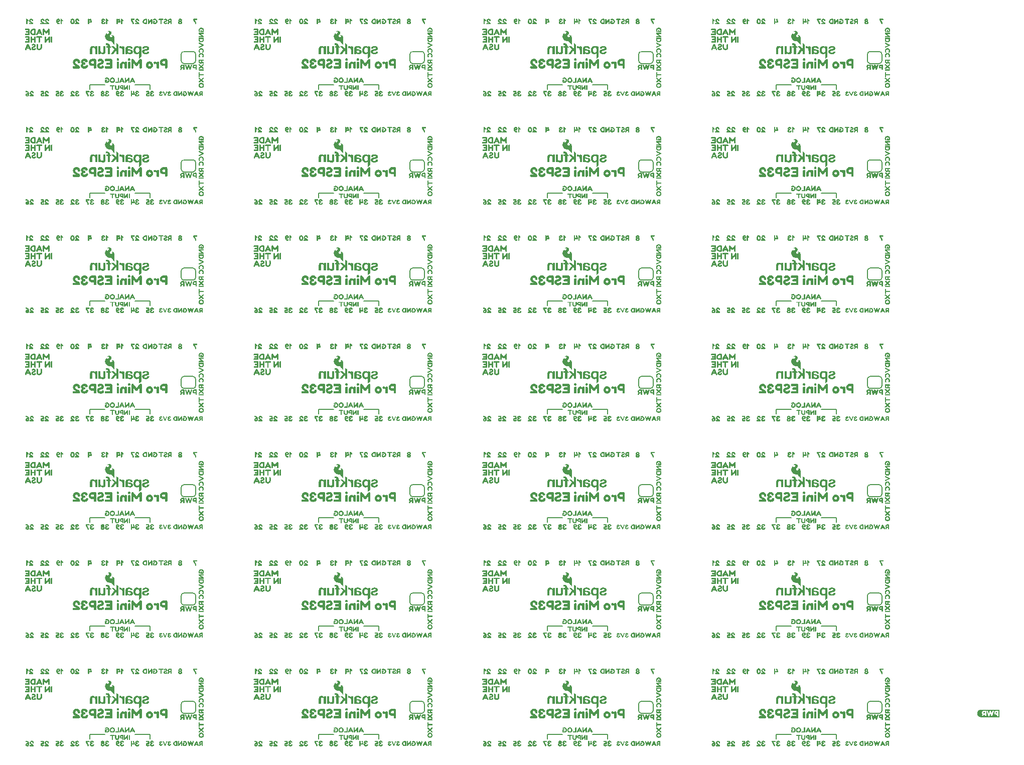
<source format=gbo>
%TF.GenerationSoftware,KiCad,Pcbnew,7.0.6*%
%TF.CreationDate,2023-09-13T11:49:13-06:00*%
%TF.ProjectId,SparkFun_ESP32_Qwiic_Pro_Mini_panelized,53706172-6b46-4756-9e5f-45535033325f,rev?*%
%TF.SameCoordinates,Original*%
%TF.FileFunction,Legend,Bot*%
%TF.FilePolarity,Positive*%
%FSLAX46Y46*%
G04 Gerber Fmt 4.6, Leading zero omitted, Abs format (unit mm)*
G04 Created by KiCad (PCBNEW 7.0.6) date 2023-09-13 11:49:13*
%MOMM*%
%LPD*%
G01*
G04 APERTURE LIST*
%ADD10C,0.152400*%
G04 APERTURE END LIST*
D10*
X127230000Y113998000D02*
X129770000Y113998000D01*
X127230000Y95718000D02*
X129770000Y95718000D01*
X127230000Y77438000D02*
X129770000Y77438000D01*
X127230000Y59158000D02*
X129770000Y59158000D01*
X127230000Y40878000D02*
X129770000Y40878000D01*
X127230000Y22598000D02*
X129770000Y22598000D01*
X127230000Y4318000D02*
X129770000Y4318000D01*
X88630000Y113998000D02*
X91170000Y113998000D01*
X88630000Y95718000D02*
X91170000Y95718000D01*
X88630000Y77438000D02*
X91170000Y77438000D01*
X88630000Y59158000D02*
X91170000Y59158000D01*
X88630000Y40878000D02*
X91170000Y40878000D01*
X88630000Y22598000D02*
X91170000Y22598000D01*
X88630000Y4318000D02*
X91170000Y4318000D01*
X50030000Y113998000D02*
X52570000Y113998000D01*
X50030000Y95718000D02*
X52570000Y95718000D01*
X50030000Y77438000D02*
X52570000Y77438000D01*
X50030000Y59158000D02*
X52570000Y59158000D01*
X50030000Y40878000D02*
X52570000Y40878000D01*
X50030000Y22598000D02*
X52570000Y22598000D01*
X50030000Y4318000D02*
X52570000Y4318000D01*
X11430000Y113998000D02*
X13970000Y113998000D01*
X11430000Y95718000D02*
X13970000Y95718000D01*
X11430000Y77438000D02*
X13970000Y77438000D01*
X11430000Y59158000D02*
X13970000Y59158000D01*
X11430000Y40878000D02*
X13970000Y40878000D01*
X11430000Y22598000D02*
X13970000Y22598000D01*
X137390000Y113236000D02*
X137390000Y113998000D01*
X137390000Y94956000D02*
X137390000Y95718000D01*
X137390000Y76676000D02*
X137390000Y77438000D01*
X137390000Y58396000D02*
X137390000Y59158000D01*
X137390000Y40116000D02*
X137390000Y40878000D01*
X137390000Y21836000D02*
X137390000Y22598000D01*
X137390000Y3556000D02*
X137390000Y4318000D01*
X98790000Y113236000D02*
X98790000Y113998000D01*
X98790000Y94956000D02*
X98790000Y95718000D01*
X98790000Y76676000D02*
X98790000Y77438000D01*
X98790000Y58396000D02*
X98790000Y59158000D01*
X98790000Y40116000D02*
X98790000Y40878000D01*
X98790000Y21836000D02*
X98790000Y22598000D01*
X98790000Y3556000D02*
X98790000Y4318000D01*
X60190000Y113236000D02*
X60190000Y113998000D01*
X60190000Y94956000D02*
X60190000Y95718000D01*
X60190000Y76676000D02*
X60190000Y77438000D01*
X60190000Y58396000D02*
X60190000Y59158000D01*
X60190000Y40116000D02*
X60190000Y40878000D01*
X60190000Y21836000D02*
X60190000Y22598000D01*
X60190000Y3556000D02*
X60190000Y4318000D01*
X21590000Y113236000D02*
X21590000Y113998000D01*
X21590000Y94956000D02*
X21590000Y95718000D01*
X21590000Y76676000D02*
X21590000Y77438000D01*
X21590000Y58396000D02*
X21590000Y59158000D01*
X21590000Y40116000D02*
X21590000Y40878000D01*
X21590000Y21836000D02*
X21590000Y22598000D01*
X137390000Y113998000D02*
X134850000Y113998000D01*
X137390000Y95718000D02*
X134850000Y95718000D01*
X137390000Y77438000D02*
X134850000Y77438000D01*
X137390000Y59158000D02*
X134850000Y59158000D01*
X137390000Y40878000D02*
X134850000Y40878000D01*
X137390000Y22598000D02*
X134850000Y22598000D01*
X137390000Y4318000D02*
X134850000Y4318000D01*
X98790000Y113998000D02*
X96250000Y113998000D01*
X98790000Y95718000D02*
X96250000Y95718000D01*
X98790000Y77438000D02*
X96250000Y77438000D01*
X98790000Y59158000D02*
X96250000Y59158000D01*
X98790000Y40878000D02*
X96250000Y40878000D01*
X98790000Y22598000D02*
X96250000Y22598000D01*
X98790000Y4318000D02*
X96250000Y4318000D01*
X60190000Y113998000D02*
X57650000Y113998000D01*
X60190000Y95718000D02*
X57650000Y95718000D01*
X60190000Y77438000D02*
X57650000Y77438000D01*
X60190000Y59158000D02*
X57650000Y59158000D01*
X60190000Y40878000D02*
X57650000Y40878000D01*
X60190000Y22598000D02*
X57650000Y22598000D01*
X60190000Y4318000D02*
X57650000Y4318000D01*
X21590000Y113998000D02*
X19050000Y113998000D01*
X21590000Y95718000D02*
X19050000Y95718000D01*
X21590000Y77438000D02*
X19050000Y77438000D01*
X21590000Y59158000D02*
X19050000Y59158000D01*
X21590000Y40878000D02*
X19050000Y40878000D01*
X21590000Y22598000D02*
X19050000Y22598000D01*
X127230000Y113236000D02*
X127230000Y113998000D01*
X127230000Y94956000D02*
X127230000Y95718000D01*
X127230000Y76676000D02*
X127230000Y77438000D01*
X127230000Y58396000D02*
X127230000Y59158000D01*
X127230000Y40116000D02*
X127230000Y40878000D01*
X127230000Y21836000D02*
X127230000Y22598000D01*
X127230000Y3556000D02*
X127230000Y4318000D01*
X88630000Y113236000D02*
X88630000Y113998000D01*
X88630000Y94956000D02*
X88630000Y95718000D01*
X88630000Y76676000D02*
X88630000Y77438000D01*
X88630000Y58396000D02*
X88630000Y59158000D01*
X88630000Y40116000D02*
X88630000Y40878000D01*
X88630000Y21836000D02*
X88630000Y22598000D01*
X88630000Y3556000D02*
X88630000Y4318000D01*
X50030000Y113236000D02*
X50030000Y113998000D01*
X50030000Y94956000D02*
X50030000Y95718000D01*
X50030000Y76676000D02*
X50030000Y77438000D01*
X50030000Y58396000D02*
X50030000Y59158000D01*
X50030000Y40116000D02*
X50030000Y40878000D01*
X50030000Y21836000D02*
X50030000Y22598000D01*
X50030000Y3556000D02*
X50030000Y4318000D01*
X11430000Y113236000D02*
X11430000Y113998000D01*
X11430000Y94956000D02*
X11430000Y95718000D01*
X11430000Y76676000D02*
X11430000Y77438000D01*
X11430000Y58396000D02*
X11430000Y59158000D01*
X11430000Y40116000D02*
X11430000Y40878000D01*
X11430000Y21836000D02*
X11430000Y22598000D01*
X11430000Y3556000D02*
X11430000Y4318000D01*
X21590000Y4318000D02*
X19050000Y4318000D01*
X21590000Y3556000D02*
X21590000Y4318000D01*
X11430000Y4318000D02*
X13970000Y4318000D01*
%TO.C,kibuzzard-64DEDB8E*%
G36*
X136863148Y125093732D02*
G01*
X136894700Y125069622D01*
X136906011Y125038666D01*
X136907797Y124996994D01*
X136907797Y124335006D01*
X136893509Y124258806D01*
X136861958Y124236482D01*
X136803022Y124229041D01*
X136697056Y124229041D01*
X136585138Y124229041D01*
X136497441Y124237152D01*
X136416515Y124261485D01*
X136342362Y124302041D01*
X136274980Y124358819D01*
X136218983Y124426945D01*
X136178986Y124501545D01*
X136154987Y124582619D01*
X136147586Y124663619D01*
X136357728Y124663619D01*
X136374992Y124575364D01*
X136426784Y124503480D01*
X136500008Y124455706D01*
X136581566Y124439781D01*
X136697056Y124439781D01*
X136697056Y124889837D01*
X136582756Y124889837D01*
X136498073Y124873615D01*
X136424998Y124824948D01*
X136374546Y124752171D01*
X136357728Y124663619D01*
X136147586Y124663619D01*
X136146988Y124670167D01*
X136155173Y124757380D01*
X136179730Y124837450D01*
X136220657Y124910376D01*
X136277956Y124976158D01*
X136346045Y125030592D01*
X136419343Y125069473D01*
X136497850Y125092802D01*
X136581566Y125100578D01*
X136801831Y125101769D01*
X136863148Y125093732D01*
G37*
G36*
X137719803Y125092244D02*
G01*
X137753736Y125064264D01*
X137765047Y124998184D01*
X137765047Y124333816D01*
X137763261Y124292144D01*
X137751950Y124259997D01*
X137720994Y124235887D01*
X137661463Y124227850D01*
X137600145Y124235887D01*
X137568594Y124259997D01*
X137557283Y124290953D01*
X137555497Y124332625D01*
X137555497Y124724341D01*
X137522226Y124680949D01*
X137478768Y124623799D01*
X137425123Y124552891D01*
X137361293Y124468224D01*
X137287276Y124369799D01*
X137203072Y124257616D01*
X137173306Y124234994D01*
X137109012Y124227850D01*
X137047695Y124235887D01*
X137016144Y124259997D01*
X137004833Y124290953D01*
X137003047Y124332625D01*
X137003047Y124993422D01*
X137010191Y125054144D01*
X137025073Y125079147D01*
X137056030Y125093434D01*
X137110798Y125099388D01*
X137167353Y125092244D01*
X137201286Y125064264D01*
X137212597Y124998184D01*
X137212597Y124595753D01*
X137245405Y124638715D01*
X137287474Y124694575D01*
X137338803Y124763334D01*
X137399393Y124844991D01*
X137469243Y124939546D01*
X137548353Y125047000D01*
X137575737Y125077956D01*
X137604908Y125092839D01*
X137661463Y125099388D01*
X137719803Y125092244D01*
G37*
G36*
X138272848Y125108131D02*
G01*
X138354406Y125084356D01*
X138430011Y125044730D01*
X138499662Y124989255D01*
X138558003Y124921947D01*
X138599675Y124846826D01*
X138624678Y124763892D01*
X138633012Y124673144D01*
X138624827Y124581949D01*
X138600270Y124497675D01*
X138559343Y124420322D01*
X138502044Y124349889D01*
X138433657Y124291288D01*
X138359466Y124249430D01*
X138279471Y124224315D01*
X138193672Y124215944D01*
X138099910Y124222418D01*
X138018650Y124241840D01*
X137949891Y124274210D01*
X137893634Y124319528D01*
X137860297Y124392156D01*
X137860297Y124654094D01*
X137872203Y124720769D01*
X137950784Y124754106D01*
X138160334Y124754106D01*
X138217484Y124743391D01*
X138237130Y124717197D01*
X138242487Y124666595D01*
X138237725Y124616589D01*
X138217484Y124588609D01*
X138165097Y124579084D01*
X138071037Y124579084D01*
X138071037Y124449306D01*
X138126699Y124433233D01*
X138188909Y124427875D01*
X138274634Y124445883D01*
X138350834Y124499908D01*
X138390522Y124551369D01*
X138414334Y124609710D01*
X138422272Y124674930D01*
X138404710Y124768096D01*
X138352025Y124841617D01*
X138276718Y124889391D01*
X138191291Y124905316D01*
X138126997Y124897130D01*
X138072228Y124872573D01*
X137999600Y124839831D01*
X137959416Y124855607D01*
X137915066Y124902934D01*
X137887681Y124970205D01*
X137919828Y125023187D01*
X138004892Y125074781D01*
X138093395Y125105737D01*
X138185337Y125116056D01*
X138272848Y125108131D01*
G37*
G36*
X136863148Y106813732D02*
G01*
X136894700Y106789622D01*
X136906011Y106758666D01*
X136907797Y106716994D01*
X136907797Y106055006D01*
X136893509Y105978806D01*
X136861958Y105956482D01*
X136803022Y105949041D01*
X136697056Y105949041D01*
X136585138Y105949041D01*
X136497441Y105957152D01*
X136416515Y105981485D01*
X136342362Y106022041D01*
X136274980Y106078819D01*
X136218983Y106146945D01*
X136178986Y106221545D01*
X136154987Y106302619D01*
X136147586Y106383619D01*
X136357728Y106383619D01*
X136374992Y106295364D01*
X136426784Y106223480D01*
X136500008Y106175706D01*
X136581566Y106159781D01*
X136697056Y106159781D01*
X136697056Y106609837D01*
X136582756Y106609837D01*
X136498073Y106593615D01*
X136424998Y106544948D01*
X136374546Y106472171D01*
X136357728Y106383619D01*
X136147586Y106383619D01*
X136146988Y106390167D01*
X136155173Y106477380D01*
X136179730Y106557450D01*
X136220657Y106630376D01*
X136277956Y106696158D01*
X136346045Y106750592D01*
X136419343Y106789473D01*
X136497850Y106812802D01*
X136581566Y106820578D01*
X136801831Y106821769D01*
X136863148Y106813732D01*
G37*
G36*
X137719803Y106812244D02*
G01*
X137753736Y106784264D01*
X137765047Y106718184D01*
X137765047Y106053816D01*
X137763261Y106012144D01*
X137751950Y105979997D01*
X137720994Y105955887D01*
X137661463Y105947850D01*
X137600145Y105955887D01*
X137568594Y105979997D01*
X137557283Y106010953D01*
X137555497Y106052625D01*
X137555497Y106444341D01*
X137522226Y106400949D01*
X137478768Y106343799D01*
X137425123Y106272891D01*
X137361293Y106188224D01*
X137287276Y106089799D01*
X137203072Y105977616D01*
X137173306Y105954994D01*
X137109012Y105947850D01*
X137047695Y105955887D01*
X137016144Y105979997D01*
X137004833Y106010953D01*
X137003047Y106052625D01*
X137003047Y106713422D01*
X137010191Y106774144D01*
X137025073Y106799147D01*
X137056030Y106813434D01*
X137110798Y106819388D01*
X137167353Y106812244D01*
X137201286Y106784264D01*
X137212597Y106718184D01*
X137212597Y106315753D01*
X137245405Y106358715D01*
X137287474Y106414575D01*
X137338803Y106483334D01*
X137399393Y106564991D01*
X137469243Y106659546D01*
X137548353Y106767000D01*
X137575737Y106797956D01*
X137604908Y106812839D01*
X137661463Y106819388D01*
X137719803Y106812244D01*
G37*
G36*
X138272848Y106828131D02*
G01*
X138354406Y106804356D01*
X138430011Y106764730D01*
X138499662Y106709255D01*
X138558003Y106641947D01*
X138599675Y106566826D01*
X138624678Y106483892D01*
X138633012Y106393144D01*
X138624827Y106301949D01*
X138600270Y106217675D01*
X138559343Y106140322D01*
X138502044Y106069889D01*
X138433657Y106011288D01*
X138359466Y105969430D01*
X138279471Y105944315D01*
X138193672Y105935944D01*
X138099910Y105942418D01*
X138018650Y105961840D01*
X137949891Y105994210D01*
X137893634Y106039528D01*
X137860297Y106112156D01*
X137860297Y106374094D01*
X137872203Y106440769D01*
X137950784Y106474106D01*
X138160334Y106474106D01*
X138217484Y106463391D01*
X138237130Y106437197D01*
X138242487Y106386595D01*
X138237725Y106336589D01*
X138217484Y106308609D01*
X138165097Y106299084D01*
X138071037Y106299084D01*
X138071037Y106169306D01*
X138126699Y106153233D01*
X138188909Y106147875D01*
X138274634Y106165883D01*
X138350834Y106219908D01*
X138390522Y106271369D01*
X138414334Y106329710D01*
X138422272Y106394930D01*
X138404710Y106488096D01*
X138352025Y106561617D01*
X138276718Y106609391D01*
X138191291Y106625316D01*
X138126997Y106617130D01*
X138072228Y106592573D01*
X137999600Y106559831D01*
X137959416Y106575607D01*
X137915066Y106622934D01*
X137887681Y106690205D01*
X137919828Y106743187D01*
X138004892Y106794781D01*
X138093395Y106825737D01*
X138185337Y106836056D01*
X138272848Y106828131D01*
G37*
G36*
X136863148Y88533732D02*
G01*
X136894700Y88509622D01*
X136906011Y88478666D01*
X136907797Y88436994D01*
X136907797Y87775006D01*
X136893509Y87698806D01*
X136861958Y87676482D01*
X136803022Y87669041D01*
X136697056Y87669041D01*
X136585138Y87669041D01*
X136497441Y87677152D01*
X136416515Y87701485D01*
X136342362Y87742041D01*
X136274980Y87798819D01*
X136218983Y87866945D01*
X136178986Y87941545D01*
X136154987Y88022619D01*
X136147586Y88103619D01*
X136357728Y88103619D01*
X136374992Y88015364D01*
X136426784Y87943480D01*
X136500008Y87895706D01*
X136581566Y87879781D01*
X136697056Y87879781D01*
X136697056Y88329837D01*
X136582756Y88329837D01*
X136498073Y88313615D01*
X136424998Y88264948D01*
X136374546Y88192171D01*
X136357728Y88103619D01*
X136147586Y88103619D01*
X136146988Y88110167D01*
X136155173Y88197380D01*
X136179730Y88277450D01*
X136220657Y88350376D01*
X136277956Y88416158D01*
X136346045Y88470592D01*
X136419343Y88509473D01*
X136497850Y88532802D01*
X136581566Y88540578D01*
X136801831Y88541769D01*
X136863148Y88533732D01*
G37*
G36*
X137719803Y88532244D02*
G01*
X137753736Y88504264D01*
X137765047Y88438184D01*
X137765047Y87773816D01*
X137763261Y87732144D01*
X137751950Y87699997D01*
X137720994Y87675887D01*
X137661463Y87667850D01*
X137600145Y87675887D01*
X137568594Y87699997D01*
X137557283Y87730953D01*
X137555497Y87772625D01*
X137555497Y88164341D01*
X137522226Y88120949D01*
X137478768Y88063799D01*
X137425123Y87992891D01*
X137361293Y87908224D01*
X137287276Y87809799D01*
X137203072Y87697616D01*
X137173306Y87674994D01*
X137109012Y87667850D01*
X137047695Y87675887D01*
X137016144Y87699997D01*
X137004833Y87730953D01*
X137003047Y87772625D01*
X137003047Y88433422D01*
X137010191Y88494144D01*
X137025073Y88519147D01*
X137056030Y88533434D01*
X137110798Y88539388D01*
X137167353Y88532244D01*
X137201286Y88504264D01*
X137212597Y88438184D01*
X137212597Y88035753D01*
X137245405Y88078715D01*
X137287474Y88134575D01*
X137338803Y88203334D01*
X137399393Y88284991D01*
X137469243Y88379546D01*
X137548353Y88487000D01*
X137575737Y88517956D01*
X137604908Y88532839D01*
X137661463Y88539388D01*
X137719803Y88532244D01*
G37*
G36*
X138272848Y88548131D02*
G01*
X138354406Y88524356D01*
X138430011Y88484730D01*
X138499662Y88429255D01*
X138558003Y88361947D01*
X138599675Y88286826D01*
X138624678Y88203892D01*
X138633012Y88113144D01*
X138624827Y88021949D01*
X138600270Y87937675D01*
X138559343Y87860322D01*
X138502044Y87789889D01*
X138433657Y87731288D01*
X138359466Y87689430D01*
X138279471Y87664315D01*
X138193672Y87655944D01*
X138099910Y87662418D01*
X138018650Y87681840D01*
X137949891Y87714210D01*
X137893634Y87759528D01*
X137860297Y87832156D01*
X137860297Y88094094D01*
X137872203Y88160769D01*
X137950784Y88194106D01*
X138160334Y88194106D01*
X138217484Y88183391D01*
X138237130Y88157197D01*
X138242487Y88106595D01*
X138237725Y88056589D01*
X138217484Y88028609D01*
X138165097Y88019084D01*
X138071037Y88019084D01*
X138071037Y87889306D01*
X138126699Y87873233D01*
X138188909Y87867875D01*
X138274634Y87885883D01*
X138350834Y87939908D01*
X138390522Y87991369D01*
X138414334Y88049710D01*
X138422272Y88114930D01*
X138404710Y88208096D01*
X138352025Y88281617D01*
X138276718Y88329391D01*
X138191291Y88345316D01*
X138126997Y88337130D01*
X138072228Y88312573D01*
X137999600Y88279831D01*
X137959416Y88295607D01*
X137915066Y88342934D01*
X137887681Y88410205D01*
X137919828Y88463187D01*
X138004892Y88514781D01*
X138093395Y88545737D01*
X138185337Y88556056D01*
X138272848Y88548131D01*
G37*
G36*
X136863148Y70253732D02*
G01*
X136894700Y70229622D01*
X136906011Y70198666D01*
X136907797Y70156994D01*
X136907797Y69495006D01*
X136893509Y69418806D01*
X136861958Y69396482D01*
X136803022Y69389041D01*
X136697056Y69389041D01*
X136585138Y69389041D01*
X136497441Y69397152D01*
X136416515Y69421485D01*
X136342362Y69462041D01*
X136274980Y69518819D01*
X136218983Y69586945D01*
X136178986Y69661545D01*
X136154987Y69742619D01*
X136147586Y69823619D01*
X136357728Y69823619D01*
X136374992Y69735364D01*
X136426784Y69663480D01*
X136500008Y69615706D01*
X136581566Y69599781D01*
X136697056Y69599781D01*
X136697056Y70049837D01*
X136582756Y70049837D01*
X136498073Y70033615D01*
X136424998Y69984948D01*
X136374546Y69912171D01*
X136357728Y69823619D01*
X136147586Y69823619D01*
X136146988Y69830167D01*
X136155173Y69917380D01*
X136179730Y69997450D01*
X136220657Y70070376D01*
X136277956Y70136158D01*
X136346045Y70190592D01*
X136419343Y70229473D01*
X136497850Y70252802D01*
X136581566Y70260578D01*
X136801831Y70261769D01*
X136863148Y70253732D01*
G37*
G36*
X137719803Y70252244D02*
G01*
X137753736Y70224264D01*
X137765047Y70158184D01*
X137765047Y69493816D01*
X137763261Y69452144D01*
X137751950Y69419997D01*
X137720994Y69395887D01*
X137661463Y69387850D01*
X137600145Y69395887D01*
X137568594Y69419997D01*
X137557283Y69450953D01*
X137555497Y69492625D01*
X137555497Y69884341D01*
X137522226Y69840949D01*
X137478768Y69783799D01*
X137425123Y69712891D01*
X137361293Y69628224D01*
X137287276Y69529799D01*
X137203072Y69417616D01*
X137173306Y69394994D01*
X137109012Y69387850D01*
X137047695Y69395887D01*
X137016144Y69419997D01*
X137004833Y69450953D01*
X137003047Y69492625D01*
X137003047Y70153422D01*
X137010191Y70214144D01*
X137025073Y70239147D01*
X137056030Y70253434D01*
X137110798Y70259388D01*
X137167353Y70252244D01*
X137201286Y70224264D01*
X137212597Y70158184D01*
X137212597Y69755753D01*
X137245405Y69798715D01*
X137287474Y69854575D01*
X137338803Y69923334D01*
X137399393Y70004991D01*
X137469243Y70099546D01*
X137548353Y70207000D01*
X137575737Y70237956D01*
X137604908Y70252839D01*
X137661463Y70259388D01*
X137719803Y70252244D01*
G37*
G36*
X138272848Y70268131D02*
G01*
X138354406Y70244356D01*
X138430011Y70204730D01*
X138499662Y70149255D01*
X138558003Y70081947D01*
X138599675Y70006826D01*
X138624678Y69923892D01*
X138633012Y69833144D01*
X138624827Y69741949D01*
X138600270Y69657675D01*
X138559343Y69580322D01*
X138502044Y69509889D01*
X138433657Y69451288D01*
X138359466Y69409430D01*
X138279471Y69384315D01*
X138193672Y69375944D01*
X138099910Y69382418D01*
X138018650Y69401840D01*
X137949891Y69434210D01*
X137893634Y69479528D01*
X137860297Y69552156D01*
X137860297Y69814094D01*
X137872203Y69880769D01*
X137950784Y69914106D01*
X138160334Y69914106D01*
X138217484Y69903391D01*
X138237130Y69877197D01*
X138242487Y69826595D01*
X138237725Y69776589D01*
X138217484Y69748609D01*
X138165097Y69739084D01*
X138071037Y69739084D01*
X138071037Y69609306D01*
X138126699Y69593233D01*
X138188909Y69587875D01*
X138274634Y69605883D01*
X138350834Y69659908D01*
X138390522Y69711369D01*
X138414334Y69769710D01*
X138422272Y69834930D01*
X138404710Y69928096D01*
X138352025Y70001617D01*
X138276718Y70049391D01*
X138191291Y70065316D01*
X138126997Y70057130D01*
X138072228Y70032573D01*
X137999600Y69999831D01*
X137959416Y70015607D01*
X137915066Y70062934D01*
X137887681Y70130205D01*
X137919828Y70183187D01*
X138004892Y70234781D01*
X138093395Y70265737D01*
X138185337Y70276056D01*
X138272848Y70268131D01*
G37*
G36*
X136863148Y51973732D02*
G01*
X136894700Y51949622D01*
X136906011Y51918666D01*
X136907797Y51876994D01*
X136907797Y51215006D01*
X136893509Y51138806D01*
X136861958Y51116482D01*
X136803022Y51109041D01*
X136697056Y51109041D01*
X136585138Y51109041D01*
X136497441Y51117152D01*
X136416515Y51141485D01*
X136342362Y51182041D01*
X136274980Y51238819D01*
X136218983Y51306945D01*
X136178986Y51381545D01*
X136154987Y51462619D01*
X136147586Y51543619D01*
X136357728Y51543619D01*
X136374992Y51455364D01*
X136426784Y51383480D01*
X136500008Y51335706D01*
X136581566Y51319781D01*
X136697056Y51319781D01*
X136697056Y51769837D01*
X136582756Y51769837D01*
X136498073Y51753615D01*
X136424998Y51704948D01*
X136374546Y51632171D01*
X136357728Y51543619D01*
X136147586Y51543619D01*
X136146988Y51550167D01*
X136155173Y51637380D01*
X136179730Y51717450D01*
X136220657Y51790376D01*
X136277956Y51856158D01*
X136346045Y51910592D01*
X136419343Y51949473D01*
X136497850Y51972802D01*
X136581566Y51980578D01*
X136801831Y51981769D01*
X136863148Y51973732D01*
G37*
G36*
X137719803Y51972244D02*
G01*
X137753736Y51944264D01*
X137765047Y51878184D01*
X137765047Y51213816D01*
X137763261Y51172144D01*
X137751950Y51139997D01*
X137720994Y51115887D01*
X137661463Y51107850D01*
X137600145Y51115887D01*
X137568594Y51139997D01*
X137557283Y51170953D01*
X137555497Y51212625D01*
X137555497Y51604341D01*
X137522226Y51560949D01*
X137478768Y51503799D01*
X137425123Y51432891D01*
X137361293Y51348224D01*
X137287276Y51249799D01*
X137203072Y51137616D01*
X137173306Y51114994D01*
X137109012Y51107850D01*
X137047695Y51115887D01*
X137016144Y51139997D01*
X137004833Y51170953D01*
X137003047Y51212625D01*
X137003047Y51873422D01*
X137010191Y51934144D01*
X137025073Y51959147D01*
X137056030Y51973434D01*
X137110798Y51979388D01*
X137167353Y51972244D01*
X137201286Y51944264D01*
X137212597Y51878184D01*
X137212597Y51475753D01*
X137245405Y51518715D01*
X137287474Y51574575D01*
X137338803Y51643334D01*
X137399393Y51724991D01*
X137469243Y51819546D01*
X137548353Y51927000D01*
X137575737Y51957956D01*
X137604908Y51972839D01*
X137661463Y51979388D01*
X137719803Y51972244D01*
G37*
G36*
X138272848Y51988131D02*
G01*
X138354406Y51964356D01*
X138430011Y51924730D01*
X138499662Y51869255D01*
X138558003Y51801947D01*
X138599675Y51726826D01*
X138624678Y51643892D01*
X138633012Y51553144D01*
X138624827Y51461949D01*
X138600270Y51377675D01*
X138559343Y51300322D01*
X138502044Y51229889D01*
X138433657Y51171288D01*
X138359466Y51129430D01*
X138279471Y51104315D01*
X138193672Y51095944D01*
X138099910Y51102418D01*
X138018650Y51121840D01*
X137949891Y51154210D01*
X137893634Y51199528D01*
X137860297Y51272156D01*
X137860297Y51534094D01*
X137872203Y51600769D01*
X137950784Y51634106D01*
X138160334Y51634106D01*
X138217484Y51623391D01*
X138237130Y51597197D01*
X138242487Y51546595D01*
X138237725Y51496589D01*
X138217484Y51468609D01*
X138165097Y51459084D01*
X138071037Y51459084D01*
X138071037Y51329306D01*
X138126699Y51313233D01*
X138188909Y51307875D01*
X138274634Y51325883D01*
X138350834Y51379908D01*
X138390522Y51431369D01*
X138414334Y51489710D01*
X138422272Y51554930D01*
X138404710Y51648096D01*
X138352025Y51721617D01*
X138276718Y51769391D01*
X138191291Y51785316D01*
X138126997Y51777130D01*
X138072228Y51752573D01*
X137999600Y51719831D01*
X137959416Y51735607D01*
X137915066Y51782934D01*
X137887681Y51850205D01*
X137919828Y51903187D01*
X138004892Y51954781D01*
X138093395Y51985737D01*
X138185337Y51996056D01*
X138272848Y51988131D01*
G37*
G36*
X136863148Y33693732D02*
G01*
X136894700Y33669622D01*
X136906011Y33638666D01*
X136907797Y33596994D01*
X136907797Y32935006D01*
X136893509Y32858806D01*
X136861958Y32836482D01*
X136803022Y32829041D01*
X136697056Y32829041D01*
X136585138Y32829041D01*
X136497441Y32837152D01*
X136416515Y32861485D01*
X136342362Y32902041D01*
X136274980Y32958819D01*
X136218983Y33026945D01*
X136178986Y33101545D01*
X136154987Y33182619D01*
X136147586Y33263619D01*
X136357728Y33263619D01*
X136374992Y33175364D01*
X136426784Y33103480D01*
X136500008Y33055706D01*
X136581566Y33039781D01*
X136697056Y33039781D01*
X136697056Y33489837D01*
X136582756Y33489837D01*
X136498073Y33473615D01*
X136424998Y33424948D01*
X136374546Y33352171D01*
X136357728Y33263619D01*
X136147586Y33263619D01*
X136146988Y33270167D01*
X136155173Y33357380D01*
X136179730Y33437450D01*
X136220657Y33510376D01*
X136277956Y33576158D01*
X136346045Y33630592D01*
X136419343Y33669473D01*
X136497850Y33692802D01*
X136581566Y33700578D01*
X136801831Y33701769D01*
X136863148Y33693732D01*
G37*
G36*
X137719803Y33692244D02*
G01*
X137753736Y33664264D01*
X137765047Y33598184D01*
X137765047Y32933816D01*
X137763261Y32892144D01*
X137751950Y32859997D01*
X137720994Y32835887D01*
X137661463Y32827850D01*
X137600145Y32835887D01*
X137568594Y32859997D01*
X137557283Y32890953D01*
X137555497Y32932625D01*
X137555497Y33324341D01*
X137522226Y33280949D01*
X137478768Y33223799D01*
X137425123Y33152891D01*
X137361293Y33068224D01*
X137287276Y32969799D01*
X137203072Y32857616D01*
X137173306Y32834994D01*
X137109012Y32827850D01*
X137047695Y32835887D01*
X137016144Y32859997D01*
X137004833Y32890953D01*
X137003047Y32932625D01*
X137003047Y33593422D01*
X137010191Y33654144D01*
X137025073Y33679147D01*
X137056030Y33693434D01*
X137110798Y33699388D01*
X137167353Y33692244D01*
X137201286Y33664264D01*
X137212597Y33598184D01*
X137212597Y33195753D01*
X137245405Y33238715D01*
X137287474Y33294575D01*
X137338803Y33363334D01*
X137399393Y33444991D01*
X137469243Y33539546D01*
X137548353Y33647000D01*
X137575737Y33677956D01*
X137604908Y33692839D01*
X137661463Y33699388D01*
X137719803Y33692244D01*
G37*
G36*
X138272848Y33708131D02*
G01*
X138354406Y33684356D01*
X138430011Y33644730D01*
X138499662Y33589255D01*
X138558003Y33521947D01*
X138599675Y33446826D01*
X138624678Y33363892D01*
X138633012Y33273144D01*
X138624827Y33181949D01*
X138600270Y33097675D01*
X138559343Y33020322D01*
X138502044Y32949889D01*
X138433657Y32891288D01*
X138359466Y32849430D01*
X138279471Y32824315D01*
X138193672Y32815944D01*
X138099910Y32822418D01*
X138018650Y32841840D01*
X137949891Y32874210D01*
X137893634Y32919528D01*
X137860297Y32992156D01*
X137860297Y33254094D01*
X137872203Y33320769D01*
X137950784Y33354106D01*
X138160334Y33354106D01*
X138217484Y33343391D01*
X138237130Y33317197D01*
X138242487Y33266595D01*
X138237725Y33216589D01*
X138217484Y33188609D01*
X138165097Y33179084D01*
X138071037Y33179084D01*
X138071037Y33049306D01*
X138126699Y33033233D01*
X138188909Y33027875D01*
X138274634Y33045883D01*
X138350834Y33099908D01*
X138390522Y33151369D01*
X138414334Y33209710D01*
X138422272Y33274930D01*
X138404710Y33368096D01*
X138352025Y33441617D01*
X138276718Y33489391D01*
X138191291Y33505316D01*
X138126997Y33497130D01*
X138072228Y33472573D01*
X137999600Y33439831D01*
X137959416Y33455607D01*
X137915066Y33502934D01*
X137887681Y33570205D01*
X137919828Y33623187D01*
X138004892Y33674781D01*
X138093395Y33705737D01*
X138185337Y33716056D01*
X138272848Y33708131D01*
G37*
G36*
X136863148Y15413732D02*
G01*
X136894700Y15389622D01*
X136906011Y15358666D01*
X136907797Y15316994D01*
X136907797Y14655006D01*
X136893509Y14578806D01*
X136861958Y14556482D01*
X136803022Y14549041D01*
X136697056Y14549041D01*
X136585138Y14549041D01*
X136497441Y14557152D01*
X136416515Y14581485D01*
X136342362Y14622041D01*
X136274980Y14678819D01*
X136218983Y14746945D01*
X136178986Y14821545D01*
X136154987Y14902619D01*
X136147586Y14983619D01*
X136357728Y14983619D01*
X136374992Y14895364D01*
X136426784Y14823480D01*
X136500008Y14775706D01*
X136581566Y14759781D01*
X136697056Y14759781D01*
X136697056Y15209837D01*
X136582756Y15209837D01*
X136498073Y15193615D01*
X136424998Y15144948D01*
X136374546Y15072171D01*
X136357728Y14983619D01*
X136147586Y14983619D01*
X136146988Y14990167D01*
X136155173Y15077380D01*
X136179730Y15157450D01*
X136220657Y15230376D01*
X136277956Y15296158D01*
X136346045Y15350592D01*
X136419343Y15389473D01*
X136497850Y15412802D01*
X136581566Y15420578D01*
X136801831Y15421769D01*
X136863148Y15413732D01*
G37*
G36*
X137719803Y15412244D02*
G01*
X137753736Y15384264D01*
X137765047Y15318184D01*
X137765047Y14653816D01*
X137763261Y14612144D01*
X137751950Y14579997D01*
X137720994Y14555887D01*
X137661463Y14547850D01*
X137600145Y14555887D01*
X137568594Y14579997D01*
X137557283Y14610953D01*
X137555497Y14652625D01*
X137555497Y15044341D01*
X137522226Y15000949D01*
X137478768Y14943799D01*
X137425123Y14872891D01*
X137361293Y14788224D01*
X137287276Y14689799D01*
X137203072Y14577616D01*
X137173306Y14554994D01*
X137109012Y14547850D01*
X137047695Y14555887D01*
X137016144Y14579997D01*
X137004833Y14610953D01*
X137003047Y14652625D01*
X137003047Y15313422D01*
X137010191Y15374144D01*
X137025073Y15399147D01*
X137056030Y15413434D01*
X137110798Y15419388D01*
X137167353Y15412244D01*
X137201286Y15384264D01*
X137212597Y15318184D01*
X137212597Y14915753D01*
X137245405Y14958715D01*
X137287474Y15014575D01*
X137338803Y15083334D01*
X137399393Y15164991D01*
X137469243Y15259546D01*
X137548353Y15367000D01*
X137575737Y15397956D01*
X137604908Y15412839D01*
X137661463Y15419388D01*
X137719803Y15412244D01*
G37*
G36*
X138272848Y15428131D02*
G01*
X138354406Y15404356D01*
X138430011Y15364730D01*
X138499662Y15309255D01*
X138558003Y15241947D01*
X138599675Y15166826D01*
X138624678Y15083892D01*
X138633012Y14993144D01*
X138624827Y14901949D01*
X138600270Y14817675D01*
X138559343Y14740322D01*
X138502044Y14669889D01*
X138433657Y14611288D01*
X138359466Y14569430D01*
X138279471Y14544315D01*
X138193672Y14535944D01*
X138099910Y14542418D01*
X138018650Y14561840D01*
X137949891Y14594210D01*
X137893634Y14639528D01*
X137860297Y14712156D01*
X137860297Y14974094D01*
X137872203Y15040769D01*
X137950784Y15074106D01*
X138160334Y15074106D01*
X138217484Y15063391D01*
X138237130Y15037197D01*
X138242487Y14986595D01*
X138237725Y14936589D01*
X138217484Y14908609D01*
X138165097Y14899084D01*
X138071037Y14899084D01*
X138071037Y14769306D01*
X138126699Y14753233D01*
X138188909Y14747875D01*
X138274634Y14765883D01*
X138350834Y14819908D01*
X138390522Y14871369D01*
X138414334Y14929710D01*
X138422272Y14994930D01*
X138404710Y15088096D01*
X138352025Y15161617D01*
X138276718Y15209391D01*
X138191291Y15225316D01*
X138126997Y15217130D01*
X138072228Y15192573D01*
X137999600Y15159831D01*
X137959416Y15175607D01*
X137915066Y15222934D01*
X137887681Y15290205D01*
X137919828Y15343187D01*
X138004892Y15394781D01*
X138093395Y15425737D01*
X138185337Y15436056D01*
X138272848Y15428131D01*
G37*
G36*
X98263148Y125093732D02*
G01*
X98294700Y125069622D01*
X98306011Y125038666D01*
X98307797Y124996994D01*
X98307797Y124335006D01*
X98293509Y124258806D01*
X98261958Y124236482D01*
X98203022Y124229041D01*
X98097056Y124229041D01*
X97985138Y124229041D01*
X97897441Y124237152D01*
X97816515Y124261485D01*
X97742362Y124302041D01*
X97674980Y124358819D01*
X97618983Y124426945D01*
X97578986Y124501545D01*
X97554987Y124582619D01*
X97547586Y124663619D01*
X97757728Y124663619D01*
X97774992Y124575364D01*
X97826784Y124503480D01*
X97900008Y124455706D01*
X97981566Y124439781D01*
X98097056Y124439781D01*
X98097056Y124889837D01*
X97982756Y124889837D01*
X97898073Y124873615D01*
X97824998Y124824948D01*
X97774546Y124752171D01*
X97757728Y124663619D01*
X97547586Y124663619D01*
X97546988Y124670167D01*
X97555173Y124757380D01*
X97579730Y124837450D01*
X97620657Y124910376D01*
X97677956Y124976158D01*
X97746045Y125030592D01*
X97819343Y125069473D01*
X97897850Y125092802D01*
X97981566Y125100578D01*
X98201831Y125101769D01*
X98263148Y125093732D01*
G37*
G36*
X99119803Y125092244D02*
G01*
X99153736Y125064264D01*
X99165047Y124998184D01*
X99165047Y124333816D01*
X99163261Y124292144D01*
X99151950Y124259997D01*
X99120994Y124235887D01*
X99061463Y124227850D01*
X99000145Y124235887D01*
X98968594Y124259997D01*
X98957283Y124290953D01*
X98955497Y124332625D01*
X98955497Y124724341D01*
X98922226Y124680949D01*
X98878768Y124623799D01*
X98825123Y124552891D01*
X98761293Y124468224D01*
X98687276Y124369799D01*
X98603072Y124257616D01*
X98573306Y124234994D01*
X98509012Y124227850D01*
X98447695Y124235887D01*
X98416144Y124259997D01*
X98404833Y124290953D01*
X98403047Y124332625D01*
X98403047Y124993422D01*
X98410191Y125054144D01*
X98425073Y125079147D01*
X98456030Y125093434D01*
X98510798Y125099388D01*
X98567353Y125092244D01*
X98601286Y125064264D01*
X98612597Y124998184D01*
X98612597Y124595753D01*
X98645405Y124638715D01*
X98687474Y124694575D01*
X98738803Y124763334D01*
X98799393Y124844991D01*
X98869243Y124939546D01*
X98948353Y125047000D01*
X98975737Y125077956D01*
X99004908Y125092839D01*
X99061463Y125099388D01*
X99119803Y125092244D01*
G37*
G36*
X99672848Y125108131D02*
G01*
X99754406Y125084356D01*
X99830011Y125044730D01*
X99899662Y124989255D01*
X99958003Y124921947D01*
X99999675Y124846826D01*
X100024678Y124763892D01*
X100033012Y124673144D01*
X100024827Y124581949D01*
X100000270Y124497675D01*
X99959343Y124420322D01*
X99902044Y124349889D01*
X99833657Y124291288D01*
X99759466Y124249430D01*
X99679471Y124224315D01*
X99593672Y124215944D01*
X99499910Y124222418D01*
X99418650Y124241840D01*
X99349891Y124274210D01*
X99293634Y124319528D01*
X99260297Y124392156D01*
X99260297Y124654094D01*
X99272203Y124720769D01*
X99350784Y124754106D01*
X99560334Y124754106D01*
X99617484Y124743391D01*
X99637130Y124717197D01*
X99642487Y124666595D01*
X99637725Y124616589D01*
X99617484Y124588609D01*
X99565097Y124579084D01*
X99471037Y124579084D01*
X99471037Y124449306D01*
X99526699Y124433233D01*
X99588909Y124427875D01*
X99674634Y124445883D01*
X99750834Y124499908D01*
X99790522Y124551369D01*
X99814334Y124609710D01*
X99822272Y124674930D01*
X99804710Y124768096D01*
X99752025Y124841617D01*
X99676718Y124889391D01*
X99591291Y124905316D01*
X99526997Y124897130D01*
X99472228Y124872573D01*
X99399600Y124839831D01*
X99359416Y124855607D01*
X99315066Y124902934D01*
X99287681Y124970205D01*
X99319828Y125023187D01*
X99404892Y125074781D01*
X99493395Y125105737D01*
X99585337Y125116056D01*
X99672848Y125108131D01*
G37*
G36*
X98263148Y106813732D02*
G01*
X98294700Y106789622D01*
X98306011Y106758666D01*
X98307797Y106716994D01*
X98307797Y106055006D01*
X98293509Y105978806D01*
X98261958Y105956482D01*
X98203022Y105949041D01*
X98097056Y105949041D01*
X97985138Y105949041D01*
X97897441Y105957152D01*
X97816515Y105981485D01*
X97742362Y106022041D01*
X97674980Y106078819D01*
X97618983Y106146945D01*
X97578986Y106221545D01*
X97554987Y106302619D01*
X97547586Y106383619D01*
X97757728Y106383619D01*
X97774992Y106295364D01*
X97826784Y106223480D01*
X97900008Y106175706D01*
X97981566Y106159781D01*
X98097056Y106159781D01*
X98097056Y106609837D01*
X97982756Y106609837D01*
X97898073Y106593615D01*
X97824998Y106544948D01*
X97774546Y106472171D01*
X97757728Y106383619D01*
X97547586Y106383619D01*
X97546988Y106390167D01*
X97555173Y106477380D01*
X97579730Y106557450D01*
X97620657Y106630376D01*
X97677956Y106696158D01*
X97746045Y106750592D01*
X97819343Y106789473D01*
X97897850Y106812802D01*
X97981566Y106820578D01*
X98201831Y106821769D01*
X98263148Y106813732D01*
G37*
G36*
X99119803Y106812244D02*
G01*
X99153736Y106784264D01*
X99165047Y106718184D01*
X99165047Y106053816D01*
X99163261Y106012144D01*
X99151950Y105979997D01*
X99120994Y105955887D01*
X99061463Y105947850D01*
X99000145Y105955887D01*
X98968594Y105979997D01*
X98957283Y106010953D01*
X98955497Y106052625D01*
X98955497Y106444341D01*
X98922226Y106400949D01*
X98878768Y106343799D01*
X98825123Y106272891D01*
X98761293Y106188224D01*
X98687276Y106089799D01*
X98603072Y105977616D01*
X98573306Y105954994D01*
X98509012Y105947850D01*
X98447695Y105955887D01*
X98416144Y105979997D01*
X98404833Y106010953D01*
X98403047Y106052625D01*
X98403047Y106713422D01*
X98410191Y106774144D01*
X98425073Y106799147D01*
X98456030Y106813434D01*
X98510798Y106819388D01*
X98567353Y106812244D01*
X98601286Y106784264D01*
X98612597Y106718184D01*
X98612597Y106315753D01*
X98645405Y106358715D01*
X98687474Y106414575D01*
X98738803Y106483334D01*
X98799393Y106564991D01*
X98869243Y106659546D01*
X98948353Y106767000D01*
X98975737Y106797956D01*
X99004908Y106812839D01*
X99061463Y106819388D01*
X99119803Y106812244D01*
G37*
G36*
X99672848Y106828131D02*
G01*
X99754406Y106804356D01*
X99830011Y106764730D01*
X99899662Y106709255D01*
X99958003Y106641947D01*
X99999675Y106566826D01*
X100024678Y106483892D01*
X100033012Y106393144D01*
X100024827Y106301949D01*
X100000270Y106217675D01*
X99959343Y106140322D01*
X99902044Y106069889D01*
X99833657Y106011288D01*
X99759466Y105969430D01*
X99679471Y105944315D01*
X99593672Y105935944D01*
X99499910Y105942418D01*
X99418650Y105961840D01*
X99349891Y105994210D01*
X99293634Y106039528D01*
X99260297Y106112156D01*
X99260297Y106374094D01*
X99272203Y106440769D01*
X99350784Y106474106D01*
X99560334Y106474106D01*
X99617484Y106463391D01*
X99637130Y106437197D01*
X99642487Y106386595D01*
X99637725Y106336589D01*
X99617484Y106308609D01*
X99565097Y106299084D01*
X99471037Y106299084D01*
X99471037Y106169306D01*
X99526699Y106153233D01*
X99588909Y106147875D01*
X99674634Y106165883D01*
X99750834Y106219908D01*
X99790522Y106271369D01*
X99814334Y106329710D01*
X99822272Y106394930D01*
X99804710Y106488096D01*
X99752025Y106561617D01*
X99676718Y106609391D01*
X99591291Y106625316D01*
X99526997Y106617130D01*
X99472228Y106592573D01*
X99399600Y106559831D01*
X99359416Y106575607D01*
X99315066Y106622934D01*
X99287681Y106690205D01*
X99319828Y106743187D01*
X99404892Y106794781D01*
X99493395Y106825737D01*
X99585337Y106836056D01*
X99672848Y106828131D01*
G37*
G36*
X98263148Y88533732D02*
G01*
X98294700Y88509622D01*
X98306011Y88478666D01*
X98307797Y88436994D01*
X98307797Y87775006D01*
X98293509Y87698806D01*
X98261958Y87676482D01*
X98203022Y87669041D01*
X98097056Y87669041D01*
X97985138Y87669041D01*
X97897441Y87677152D01*
X97816515Y87701485D01*
X97742362Y87742041D01*
X97674980Y87798819D01*
X97618983Y87866945D01*
X97578986Y87941545D01*
X97554987Y88022619D01*
X97547586Y88103619D01*
X97757728Y88103619D01*
X97774992Y88015364D01*
X97826784Y87943480D01*
X97900008Y87895706D01*
X97981566Y87879781D01*
X98097056Y87879781D01*
X98097056Y88329837D01*
X97982756Y88329837D01*
X97898073Y88313615D01*
X97824998Y88264948D01*
X97774546Y88192171D01*
X97757728Y88103619D01*
X97547586Y88103619D01*
X97546988Y88110167D01*
X97555173Y88197380D01*
X97579730Y88277450D01*
X97620657Y88350376D01*
X97677956Y88416158D01*
X97746045Y88470592D01*
X97819343Y88509473D01*
X97897850Y88532802D01*
X97981566Y88540578D01*
X98201831Y88541769D01*
X98263148Y88533732D01*
G37*
G36*
X99119803Y88532244D02*
G01*
X99153736Y88504264D01*
X99165047Y88438184D01*
X99165047Y87773816D01*
X99163261Y87732144D01*
X99151950Y87699997D01*
X99120994Y87675887D01*
X99061463Y87667850D01*
X99000145Y87675887D01*
X98968594Y87699997D01*
X98957283Y87730953D01*
X98955497Y87772625D01*
X98955497Y88164341D01*
X98922226Y88120949D01*
X98878768Y88063799D01*
X98825123Y87992891D01*
X98761293Y87908224D01*
X98687276Y87809799D01*
X98603072Y87697616D01*
X98573306Y87674994D01*
X98509012Y87667850D01*
X98447695Y87675887D01*
X98416144Y87699997D01*
X98404833Y87730953D01*
X98403047Y87772625D01*
X98403047Y88433422D01*
X98410191Y88494144D01*
X98425073Y88519147D01*
X98456030Y88533434D01*
X98510798Y88539388D01*
X98567353Y88532244D01*
X98601286Y88504264D01*
X98612597Y88438184D01*
X98612597Y88035753D01*
X98645405Y88078715D01*
X98687474Y88134575D01*
X98738803Y88203334D01*
X98799393Y88284991D01*
X98869243Y88379546D01*
X98948353Y88487000D01*
X98975737Y88517956D01*
X99004908Y88532839D01*
X99061463Y88539388D01*
X99119803Y88532244D01*
G37*
G36*
X99672848Y88548131D02*
G01*
X99754406Y88524356D01*
X99830011Y88484730D01*
X99899662Y88429255D01*
X99958003Y88361947D01*
X99999675Y88286826D01*
X100024678Y88203892D01*
X100033012Y88113144D01*
X100024827Y88021949D01*
X100000270Y87937675D01*
X99959343Y87860322D01*
X99902044Y87789889D01*
X99833657Y87731288D01*
X99759466Y87689430D01*
X99679471Y87664315D01*
X99593672Y87655944D01*
X99499910Y87662418D01*
X99418650Y87681840D01*
X99349891Y87714210D01*
X99293634Y87759528D01*
X99260297Y87832156D01*
X99260297Y88094094D01*
X99272203Y88160769D01*
X99350784Y88194106D01*
X99560334Y88194106D01*
X99617484Y88183391D01*
X99637130Y88157197D01*
X99642487Y88106595D01*
X99637725Y88056589D01*
X99617484Y88028609D01*
X99565097Y88019084D01*
X99471037Y88019084D01*
X99471037Y87889306D01*
X99526699Y87873233D01*
X99588909Y87867875D01*
X99674634Y87885883D01*
X99750834Y87939908D01*
X99790522Y87991369D01*
X99814334Y88049710D01*
X99822272Y88114930D01*
X99804710Y88208096D01*
X99752025Y88281617D01*
X99676718Y88329391D01*
X99591291Y88345316D01*
X99526997Y88337130D01*
X99472228Y88312573D01*
X99399600Y88279831D01*
X99359416Y88295607D01*
X99315066Y88342934D01*
X99287681Y88410205D01*
X99319828Y88463187D01*
X99404892Y88514781D01*
X99493395Y88545737D01*
X99585337Y88556056D01*
X99672848Y88548131D01*
G37*
G36*
X98263148Y70253732D02*
G01*
X98294700Y70229622D01*
X98306011Y70198666D01*
X98307797Y70156994D01*
X98307797Y69495006D01*
X98293509Y69418806D01*
X98261958Y69396482D01*
X98203022Y69389041D01*
X98097056Y69389041D01*
X97985138Y69389041D01*
X97897441Y69397152D01*
X97816515Y69421485D01*
X97742362Y69462041D01*
X97674980Y69518819D01*
X97618983Y69586945D01*
X97578986Y69661545D01*
X97554987Y69742619D01*
X97547586Y69823619D01*
X97757728Y69823619D01*
X97774992Y69735364D01*
X97826784Y69663480D01*
X97900008Y69615706D01*
X97981566Y69599781D01*
X98097056Y69599781D01*
X98097056Y70049837D01*
X97982756Y70049837D01*
X97898073Y70033615D01*
X97824998Y69984948D01*
X97774546Y69912171D01*
X97757728Y69823619D01*
X97547586Y69823619D01*
X97546988Y69830167D01*
X97555173Y69917380D01*
X97579730Y69997450D01*
X97620657Y70070376D01*
X97677956Y70136158D01*
X97746045Y70190592D01*
X97819343Y70229473D01*
X97897850Y70252802D01*
X97981566Y70260578D01*
X98201831Y70261769D01*
X98263148Y70253732D01*
G37*
G36*
X99119803Y70252244D02*
G01*
X99153736Y70224264D01*
X99165047Y70158184D01*
X99165047Y69493816D01*
X99163261Y69452144D01*
X99151950Y69419997D01*
X99120994Y69395887D01*
X99061463Y69387850D01*
X99000145Y69395887D01*
X98968594Y69419997D01*
X98957283Y69450953D01*
X98955497Y69492625D01*
X98955497Y69884341D01*
X98922226Y69840949D01*
X98878768Y69783799D01*
X98825123Y69712891D01*
X98761293Y69628224D01*
X98687276Y69529799D01*
X98603072Y69417616D01*
X98573306Y69394994D01*
X98509012Y69387850D01*
X98447695Y69395887D01*
X98416144Y69419997D01*
X98404833Y69450953D01*
X98403047Y69492625D01*
X98403047Y70153422D01*
X98410191Y70214144D01*
X98425073Y70239147D01*
X98456030Y70253434D01*
X98510798Y70259388D01*
X98567353Y70252244D01*
X98601286Y70224264D01*
X98612597Y70158184D01*
X98612597Y69755753D01*
X98645405Y69798715D01*
X98687474Y69854575D01*
X98738803Y69923334D01*
X98799393Y70004991D01*
X98869243Y70099546D01*
X98948353Y70207000D01*
X98975737Y70237956D01*
X99004908Y70252839D01*
X99061463Y70259388D01*
X99119803Y70252244D01*
G37*
G36*
X99672848Y70268131D02*
G01*
X99754406Y70244356D01*
X99830011Y70204730D01*
X99899662Y70149255D01*
X99958003Y70081947D01*
X99999675Y70006826D01*
X100024678Y69923892D01*
X100033012Y69833144D01*
X100024827Y69741949D01*
X100000270Y69657675D01*
X99959343Y69580322D01*
X99902044Y69509889D01*
X99833657Y69451288D01*
X99759466Y69409430D01*
X99679471Y69384315D01*
X99593672Y69375944D01*
X99499910Y69382418D01*
X99418650Y69401840D01*
X99349891Y69434210D01*
X99293634Y69479528D01*
X99260297Y69552156D01*
X99260297Y69814094D01*
X99272203Y69880769D01*
X99350784Y69914106D01*
X99560334Y69914106D01*
X99617484Y69903391D01*
X99637130Y69877197D01*
X99642487Y69826595D01*
X99637725Y69776589D01*
X99617484Y69748609D01*
X99565097Y69739084D01*
X99471037Y69739084D01*
X99471037Y69609306D01*
X99526699Y69593233D01*
X99588909Y69587875D01*
X99674634Y69605883D01*
X99750834Y69659908D01*
X99790522Y69711369D01*
X99814334Y69769710D01*
X99822272Y69834930D01*
X99804710Y69928096D01*
X99752025Y70001617D01*
X99676718Y70049391D01*
X99591291Y70065316D01*
X99526997Y70057130D01*
X99472228Y70032573D01*
X99399600Y69999831D01*
X99359416Y70015607D01*
X99315066Y70062934D01*
X99287681Y70130205D01*
X99319828Y70183187D01*
X99404892Y70234781D01*
X99493395Y70265737D01*
X99585337Y70276056D01*
X99672848Y70268131D01*
G37*
G36*
X98263148Y51973732D02*
G01*
X98294700Y51949622D01*
X98306011Y51918666D01*
X98307797Y51876994D01*
X98307797Y51215006D01*
X98293509Y51138806D01*
X98261958Y51116482D01*
X98203022Y51109041D01*
X98097056Y51109041D01*
X97985138Y51109041D01*
X97897441Y51117152D01*
X97816515Y51141485D01*
X97742362Y51182041D01*
X97674980Y51238819D01*
X97618983Y51306945D01*
X97578986Y51381545D01*
X97554987Y51462619D01*
X97547586Y51543619D01*
X97757728Y51543619D01*
X97774992Y51455364D01*
X97826784Y51383480D01*
X97900008Y51335706D01*
X97981566Y51319781D01*
X98097056Y51319781D01*
X98097056Y51769837D01*
X97982756Y51769837D01*
X97898073Y51753615D01*
X97824998Y51704948D01*
X97774546Y51632171D01*
X97757728Y51543619D01*
X97547586Y51543619D01*
X97546988Y51550167D01*
X97555173Y51637380D01*
X97579730Y51717450D01*
X97620657Y51790376D01*
X97677956Y51856158D01*
X97746045Y51910592D01*
X97819343Y51949473D01*
X97897850Y51972802D01*
X97981566Y51980578D01*
X98201831Y51981769D01*
X98263148Y51973732D01*
G37*
G36*
X99119803Y51972244D02*
G01*
X99153736Y51944264D01*
X99165047Y51878184D01*
X99165047Y51213816D01*
X99163261Y51172144D01*
X99151950Y51139997D01*
X99120994Y51115887D01*
X99061463Y51107850D01*
X99000145Y51115887D01*
X98968594Y51139997D01*
X98957283Y51170953D01*
X98955497Y51212625D01*
X98955497Y51604341D01*
X98922226Y51560949D01*
X98878768Y51503799D01*
X98825123Y51432891D01*
X98761293Y51348224D01*
X98687276Y51249799D01*
X98603072Y51137616D01*
X98573306Y51114994D01*
X98509012Y51107850D01*
X98447695Y51115887D01*
X98416144Y51139997D01*
X98404833Y51170953D01*
X98403047Y51212625D01*
X98403047Y51873422D01*
X98410191Y51934144D01*
X98425073Y51959147D01*
X98456030Y51973434D01*
X98510798Y51979388D01*
X98567353Y51972244D01*
X98601286Y51944264D01*
X98612597Y51878184D01*
X98612597Y51475753D01*
X98645405Y51518715D01*
X98687474Y51574575D01*
X98738803Y51643334D01*
X98799393Y51724991D01*
X98869243Y51819546D01*
X98948353Y51927000D01*
X98975737Y51957956D01*
X99004908Y51972839D01*
X99061463Y51979388D01*
X99119803Y51972244D01*
G37*
G36*
X99672848Y51988131D02*
G01*
X99754406Y51964356D01*
X99830011Y51924730D01*
X99899662Y51869255D01*
X99958003Y51801947D01*
X99999675Y51726826D01*
X100024678Y51643892D01*
X100033012Y51553144D01*
X100024827Y51461949D01*
X100000270Y51377675D01*
X99959343Y51300322D01*
X99902044Y51229889D01*
X99833657Y51171288D01*
X99759466Y51129430D01*
X99679471Y51104315D01*
X99593672Y51095944D01*
X99499910Y51102418D01*
X99418650Y51121840D01*
X99349891Y51154210D01*
X99293634Y51199528D01*
X99260297Y51272156D01*
X99260297Y51534094D01*
X99272203Y51600769D01*
X99350784Y51634106D01*
X99560334Y51634106D01*
X99617484Y51623391D01*
X99637130Y51597197D01*
X99642487Y51546595D01*
X99637725Y51496589D01*
X99617484Y51468609D01*
X99565097Y51459084D01*
X99471037Y51459084D01*
X99471037Y51329306D01*
X99526699Y51313233D01*
X99588909Y51307875D01*
X99674634Y51325883D01*
X99750834Y51379908D01*
X99790522Y51431369D01*
X99814334Y51489710D01*
X99822272Y51554930D01*
X99804710Y51648096D01*
X99752025Y51721617D01*
X99676718Y51769391D01*
X99591291Y51785316D01*
X99526997Y51777130D01*
X99472228Y51752573D01*
X99399600Y51719831D01*
X99359416Y51735607D01*
X99315066Y51782934D01*
X99287681Y51850205D01*
X99319828Y51903187D01*
X99404892Y51954781D01*
X99493395Y51985737D01*
X99585337Y51996056D01*
X99672848Y51988131D01*
G37*
G36*
X98263148Y33693732D02*
G01*
X98294700Y33669622D01*
X98306011Y33638666D01*
X98307797Y33596994D01*
X98307797Y32935006D01*
X98293509Y32858806D01*
X98261958Y32836482D01*
X98203022Y32829041D01*
X98097056Y32829041D01*
X97985138Y32829041D01*
X97897441Y32837152D01*
X97816515Y32861485D01*
X97742362Y32902041D01*
X97674980Y32958819D01*
X97618983Y33026945D01*
X97578986Y33101545D01*
X97554987Y33182619D01*
X97547586Y33263619D01*
X97757728Y33263619D01*
X97774992Y33175364D01*
X97826784Y33103480D01*
X97900008Y33055706D01*
X97981566Y33039781D01*
X98097056Y33039781D01*
X98097056Y33489837D01*
X97982756Y33489837D01*
X97898073Y33473615D01*
X97824998Y33424948D01*
X97774546Y33352171D01*
X97757728Y33263619D01*
X97547586Y33263619D01*
X97546988Y33270167D01*
X97555173Y33357380D01*
X97579730Y33437450D01*
X97620657Y33510376D01*
X97677956Y33576158D01*
X97746045Y33630592D01*
X97819343Y33669473D01*
X97897850Y33692802D01*
X97981566Y33700578D01*
X98201831Y33701769D01*
X98263148Y33693732D01*
G37*
G36*
X99119803Y33692244D02*
G01*
X99153736Y33664264D01*
X99165047Y33598184D01*
X99165047Y32933816D01*
X99163261Y32892144D01*
X99151950Y32859997D01*
X99120994Y32835887D01*
X99061463Y32827850D01*
X99000145Y32835887D01*
X98968594Y32859997D01*
X98957283Y32890953D01*
X98955497Y32932625D01*
X98955497Y33324341D01*
X98922226Y33280949D01*
X98878768Y33223799D01*
X98825123Y33152891D01*
X98761293Y33068224D01*
X98687276Y32969799D01*
X98603072Y32857616D01*
X98573306Y32834994D01*
X98509012Y32827850D01*
X98447695Y32835887D01*
X98416144Y32859997D01*
X98404833Y32890953D01*
X98403047Y32932625D01*
X98403047Y33593422D01*
X98410191Y33654144D01*
X98425073Y33679147D01*
X98456030Y33693434D01*
X98510798Y33699388D01*
X98567353Y33692244D01*
X98601286Y33664264D01*
X98612597Y33598184D01*
X98612597Y33195753D01*
X98645405Y33238715D01*
X98687474Y33294575D01*
X98738803Y33363334D01*
X98799393Y33444991D01*
X98869243Y33539546D01*
X98948353Y33647000D01*
X98975737Y33677956D01*
X99004908Y33692839D01*
X99061463Y33699388D01*
X99119803Y33692244D01*
G37*
G36*
X99672848Y33708131D02*
G01*
X99754406Y33684356D01*
X99830011Y33644730D01*
X99899662Y33589255D01*
X99958003Y33521947D01*
X99999675Y33446826D01*
X100024678Y33363892D01*
X100033012Y33273144D01*
X100024827Y33181949D01*
X100000270Y33097675D01*
X99959343Y33020322D01*
X99902044Y32949889D01*
X99833657Y32891288D01*
X99759466Y32849430D01*
X99679471Y32824315D01*
X99593672Y32815944D01*
X99499910Y32822418D01*
X99418650Y32841840D01*
X99349891Y32874210D01*
X99293634Y32919528D01*
X99260297Y32992156D01*
X99260297Y33254094D01*
X99272203Y33320769D01*
X99350784Y33354106D01*
X99560334Y33354106D01*
X99617484Y33343391D01*
X99637130Y33317197D01*
X99642487Y33266595D01*
X99637725Y33216589D01*
X99617484Y33188609D01*
X99565097Y33179084D01*
X99471037Y33179084D01*
X99471037Y33049306D01*
X99526699Y33033233D01*
X99588909Y33027875D01*
X99674634Y33045883D01*
X99750834Y33099908D01*
X99790522Y33151369D01*
X99814334Y33209710D01*
X99822272Y33274930D01*
X99804710Y33368096D01*
X99752025Y33441617D01*
X99676718Y33489391D01*
X99591291Y33505316D01*
X99526997Y33497130D01*
X99472228Y33472573D01*
X99399600Y33439831D01*
X99359416Y33455607D01*
X99315066Y33502934D01*
X99287681Y33570205D01*
X99319828Y33623187D01*
X99404892Y33674781D01*
X99493395Y33705737D01*
X99585337Y33716056D01*
X99672848Y33708131D01*
G37*
G36*
X98263148Y15413732D02*
G01*
X98294700Y15389622D01*
X98306011Y15358666D01*
X98307797Y15316994D01*
X98307797Y14655006D01*
X98293509Y14578806D01*
X98261958Y14556482D01*
X98203022Y14549041D01*
X98097056Y14549041D01*
X97985138Y14549041D01*
X97897441Y14557152D01*
X97816515Y14581485D01*
X97742362Y14622041D01*
X97674980Y14678819D01*
X97618983Y14746945D01*
X97578986Y14821545D01*
X97554987Y14902619D01*
X97547586Y14983619D01*
X97757728Y14983619D01*
X97774992Y14895364D01*
X97826784Y14823480D01*
X97900008Y14775706D01*
X97981566Y14759781D01*
X98097056Y14759781D01*
X98097056Y15209837D01*
X97982756Y15209837D01*
X97898073Y15193615D01*
X97824998Y15144948D01*
X97774546Y15072171D01*
X97757728Y14983619D01*
X97547586Y14983619D01*
X97546988Y14990167D01*
X97555173Y15077380D01*
X97579730Y15157450D01*
X97620657Y15230376D01*
X97677956Y15296158D01*
X97746045Y15350592D01*
X97819343Y15389473D01*
X97897850Y15412802D01*
X97981566Y15420578D01*
X98201831Y15421769D01*
X98263148Y15413732D01*
G37*
G36*
X99119803Y15412244D02*
G01*
X99153736Y15384264D01*
X99165047Y15318184D01*
X99165047Y14653816D01*
X99163261Y14612144D01*
X99151950Y14579997D01*
X99120994Y14555887D01*
X99061463Y14547850D01*
X99000145Y14555887D01*
X98968594Y14579997D01*
X98957283Y14610953D01*
X98955497Y14652625D01*
X98955497Y15044341D01*
X98922226Y15000949D01*
X98878768Y14943799D01*
X98825123Y14872891D01*
X98761293Y14788224D01*
X98687276Y14689799D01*
X98603072Y14577616D01*
X98573306Y14554994D01*
X98509012Y14547850D01*
X98447695Y14555887D01*
X98416144Y14579997D01*
X98404833Y14610953D01*
X98403047Y14652625D01*
X98403047Y15313422D01*
X98410191Y15374144D01*
X98425073Y15399147D01*
X98456030Y15413434D01*
X98510798Y15419388D01*
X98567353Y15412244D01*
X98601286Y15384264D01*
X98612597Y15318184D01*
X98612597Y14915753D01*
X98645405Y14958715D01*
X98687474Y15014575D01*
X98738803Y15083334D01*
X98799393Y15164991D01*
X98869243Y15259546D01*
X98948353Y15367000D01*
X98975737Y15397956D01*
X99004908Y15412839D01*
X99061463Y15419388D01*
X99119803Y15412244D01*
G37*
G36*
X99672848Y15428131D02*
G01*
X99754406Y15404356D01*
X99830011Y15364730D01*
X99899662Y15309255D01*
X99958003Y15241947D01*
X99999675Y15166826D01*
X100024678Y15083892D01*
X100033012Y14993144D01*
X100024827Y14901949D01*
X100000270Y14817675D01*
X99959343Y14740322D01*
X99902044Y14669889D01*
X99833657Y14611288D01*
X99759466Y14569430D01*
X99679471Y14544315D01*
X99593672Y14535944D01*
X99499910Y14542418D01*
X99418650Y14561840D01*
X99349891Y14594210D01*
X99293634Y14639528D01*
X99260297Y14712156D01*
X99260297Y14974094D01*
X99272203Y15040769D01*
X99350784Y15074106D01*
X99560334Y15074106D01*
X99617484Y15063391D01*
X99637130Y15037197D01*
X99642487Y14986595D01*
X99637725Y14936589D01*
X99617484Y14908609D01*
X99565097Y14899084D01*
X99471037Y14899084D01*
X99471037Y14769306D01*
X99526699Y14753233D01*
X99588909Y14747875D01*
X99674634Y14765883D01*
X99750834Y14819908D01*
X99790522Y14871369D01*
X99814334Y14929710D01*
X99822272Y14994930D01*
X99804710Y15088096D01*
X99752025Y15161617D01*
X99676718Y15209391D01*
X99591291Y15225316D01*
X99526997Y15217130D01*
X99472228Y15192573D01*
X99399600Y15159831D01*
X99359416Y15175607D01*
X99315066Y15222934D01*
X99287681Y15290205D01*
X99319828Y15343187D01*
X99404892Y15394781D01*
X99493395Y15425737D01*
X99585337Y15436056D01*
X99672848Y15428131D01*
G37*
G36*
X59663148Y125093732D02*
G01*
X59694700Y125069622D01*
X59706011Y125038666D01*
X59707797Y124996994D01*
X59707797Y124335006D01*
X59693509Y124258806D01*
X59661958Y124236482D01*
X59603022Y124229041D01*
X59497056Y124229041D01*
X59385138Y124229041D01*
X59297441Y124237152D01*
X59216515Y124261485D01*
X59142362Y124302041D01*
X59074980Y124358819D01*
X59018983Y124426945D01*
X58978986Y124501545D01*
X58954987Y124582619D01*
X58947586Y124663619D01*
X59157728Y124663619D01*
X59174992Y124575364D01*
X59226784Y124503480D01*
X59300008Y124455706D01*
X59381566Y124439781D01*
X59497056Y124439781D01*
X59497056Y124889837D01*
X59382756Y124889837D01*
X59298073Y124873615D01*
X59224998Y124824948D01*
X59174546Y124752171D01*
X59157728Y124663619D01*
X58947586Y124663619D01*
X58946988Y124670167D01*
X58955173Y124757380D01*
X58979730Y124837450D01*
X59020657Y124910376D01*
X59077956Y124976158D01*
X59146045Y125030592D01*
X59219343Y125069473D01*
X59297850Y125092802D01*
X59381566Y125100578D01*
X59601831Y125101769D01*
X59663148Y125093732D01*
G37*
G36*
X60519803Y125092244D02*
G01*
X60553736Y125064264D01*
X60565047Y124998184D01*
X60565047Y124333816D01*
X60563261Y124292144D01*
X60551950Y124259997D01*
X60520994Y124235887D01*
X60461463Y124227850D01*
X60400145Y124235887D01*
X60368594Y124259997D01*
X60357283Y124290953D01*
X60355497Y124332625D01*
X60355497Y124724341D01*
X60322226Y124680949D01*
X60278768Y124623799D01*
X60225123Y124552891D01*
X60161293Y124468224D01*
X60087276Y124369799D01*
X60003072Y124257616D01*
X59973306Y124234994D01*
X59909012Y124227850D01*
X59847695Y124235887D01*
X59816144Y124259997D01*
X59804833Y124290953D01*
X59803047Y124332625D01*
X59803047Y124993422D01*
X59810191Y125054144D01*
X59825073Y125079147D01*
X59856030Y125093434D01*
X59910798Y125099388D01*
X59967353Y125092244D01*
X60001286Y125064264D01*
X60012597Y124998184D01*
X60012597Y124595753D01*
X60045405Y124638715D01*
X60087474Y124694575D01*
X60138803Y124763334D01*
X60199393Y124844991D01*
X60269243Y124939546D01*
X60348353Y125047000D01*
X60375737Y125077956D01*
X60404908Y125092839D01*
X60461463Y125099388D01*
X60519803Y125092244D01*
G37*
G36*
X61072848Y125108131D02*
G01*
X61154406Y125084356D01*
X61230011Y125044730D01*
X61299662Y124989255D01*
X61358003Y124921947D01*
X61399675Y124846826D01*
X61424678Y124763892D01*
X61433012Y124673144D01*
X61424827Y124581949D01*
X61400270Y124497675D01*
X61359343Y124420322D01*
X61302044Y124349889D01*
X61233657Y124291288D01*
X61159466Y124249430D01*
X61079471Y124224315D01*
X60993672Y124215944D01*
X60899910Y124222418D01*
X60818650Y124241840D01*
X60749891Y124274210D01*
X60693634Y124319528D01*
X60660297Y124392156D01*
X60660297Y124654094D01*
X60672203Y124720769D01*
X60750784Y124754106D01*
X60960334Y124754106D01*
X61017484Y124743391D01*
X61037130Y124717197D01*
X61042487Y124666595D01*
X61037725Y124616589D01*
X61017484Y124588609D01*
X60965097Y124579084D01*
X60871037Y124579084D01*
X60871037Y124449306D01*
X60926699Y124433233D01*
X60988909Y124427875D01*
X61074634Y124445883D01*
X61150834Y124499908D01*
X61190522Y124551369D01*
X61214334Y124609710D01*
X61222272Y124674930D01*
X61204710Y124768096D01*
X61152025Y124841617D01*
X61076718Y124889391D01*
X60991291Y124905316D01*
X60926997Y124897130D01*
X60872228Y124872573D01*
X60799600Y124839831D01*
X60759416Y124855607D01*
X60715066Y124902934D01*
X60687681Y124970205D01*
X60719828Y125023187D01*
X60804892Y125074781D01*
X60893395Y125105737D01*
X60985337Y125116056D01*
X61072848Y125108131D01*
G37*
G36*
X59663148Y106813732D02*
G01*
X59694700Y106789622D01*
X59706011Y106758666D01*
X59707797Y106716994D01*
X59707797Y106055006D01*
X59693509Y105978806D01*
X59661958Y105956482D01*
X59603022Y105949041D01*
X59497056Y105949041D01*
X59385138Y105949041D01*
X59297441Y105957152D01*
X59216515Y105981485D01*
X59142362Y106022041D01*
X59074980Y106078819D01*
X59018983Y106146945D01*
X58978986Y106221545D01*
X58954987Y106302619D01*
X58947586Y106383619D01*
X59157728Y106383619D01*
X59174992Y106295364D01*
X59226784Y106223480D01*
X59300008Y106175706D01*
X59381566Y106159781D01*
X59497056Y106159781D01*
X59497056Y106609837D01*
X59382756Y106609837D01*
X59298073Y106593615D01*
X59224998Y106544948D01*
X59174546Y106472171D01*
X59157728Y106383619D01*
X58947586Y106383619D01*
X58946988Y106390167D01*
X58955173Y106477380D01*
X58979730Y106557450D01*
X59020657Y106630376D01*
X59077956Y106696158D01*
X59146045Y106750592D01*
X59219343Y106789473D01*
X59297850Y106812802D01*
X59381566Y106820578D01*
X59601831Y106821769D01*
X59663148Y106813732D01*
G37*
G36*
X60519803Y106812244D02*
G01*
X60553736Y106784264D01*
X60565047Y106718184D01*
X60565047Y106053816D01*
X60563261Y106012144D01*
X60551950Y105979997D01*
X60520994Y105955887D01*
X60461463Y105947850D01*
X60400145Y105955887D01*
X60368594Y105979997D01*
X60357283Y106010953D01*
X60355497Y106052625D01*
X60355497Y106444341D01*
X60322226Y106400949D01*
X60278768Y106343799D01*
X60225123Y106272891D01*
X60161293Y106188224D01*
X60087276Y106089799D01*
X60003072Y105977616D01*
X59973306Y105954994D01*
X59909012Y105947850D01*
X59847695Y105955887D01*
X59816144Y105979997D01*
X59804833Y106010953D01*
X59803047Y106052625D01*
X59803047Y106713422D01*
X59810191Y106774144D01*
X59825073Y106799147D01*
X59856030Y106813434D01*
X59910798Y106819388D01*
X59967353Y106812244D01*
X60001286Y106784264D01*
X60012597Y106718184D01*
X60012597Y106315753D01*
X60045405Y106358715D01*
X60087474Y106414575D01*
X60138803Y106483334D01*
X60199393Y106564991D01*
X60269243Y106659546D01*
X60348353Y106767000D01*
X60375737Y106797956D01*
X60404908Y106812839D01*
X60461463Y106819388D01*
X60519803Y106812244D01*
G37*
G36*
X61072848Y106828131D02*
G01*
X61154406Y106804356D01*
X61230011Y106764730D01*
X61299662Y106709255D01*
X61358003Y106641947D01*
X61399675Y106566826D01*
X61424678Y106483892D01*
X61433012Y106393144D01*
X61424827Y106301949D01*
X61400270Y106217675D01*
X61359343Y106140322D01*
X61302044Y106069889D01*
X61233657Y106011288D01*
X61159466Y105969430D01*
X61079471Y105944315D01*
X60993672Y105935944D01*
X60899910Y105942418D01*
X60818650Y105961840D01*
X60749891Y105994210D01*
X60693634Y106039528D01*
X60660297Y106112156D01*
X60660297Y106374094D01*
X60672203Y106440769D01*
X60750784Y106474106D01*
X60960334Y106474106D01*
X61017484Y106463391D01*
X61037130Y106437197D01*
X61042487Y106386595D01*
X61037725Y106336589D01*
X61017484Y106308609D01*
X60965097Y106299084D01*
X60871037Y106299084D01*
X60871037Y106169306D01*
X60926699Y106153233D01*
X60988909Y106147875D01*
X61074634Y106165883D01*
X61150834Y106219908D01*
X61190522Y106271369D01*
X61214334Y106329710D01*
X61222272Y106394930D01*
X61204710Y106488096D01*
X61152025Y106561617D01*
X61076718Y106609391D01*
X60991291Y106625316D01*
X60926997Y106617130D01*
X60872228Y106592573D01*
X60799600Y106559831D01*
X60759416Y106575607D01*
X60715066Y106622934D01*
X60687681Y106690205D01*
X60719828Y106743187D01*
X60804892Y106794781D01*
X60893395Y106825737D01*
X60985337Y106836056D01*
X61072848Y106828131D01*
G37*
G36*
X59663148Y88533732D02*
G01*
X59694700Y88509622D01*
X59706011Y88478666D01*
X59707797Y88436994D01*
X59707797Y87775006D01*
X59693509Y87698806D01*
X59661958Y87676482D01*
X59603022Y87669041D01*
X59497056Y87669041D01*
X59385138Y87669041D01*
X59297441Y87677152D01*
X59216515Y87701485D01*
X59142362Y87742041D01*
X59074980Y87798819D01*
X59018983Y87866945D01*
X58978986Y87941545D01*
X58954987Y88022619D01*
X58947586Y88103619D01*
X59157728Y88103619D01*
X59174992Y88015364D01*
X59226784Y87943480D01*
X59300008Y87895706D01*
X59381566Y87879781D01*
X59497056Y87879781D01*
X59497056Y88329837D01*
X59382756Y88329837D01*
X59298073Y88313615D01*
X59224998Y88264948D01*
X59174546Y88192171D01*
X59157728Y88103619D01*
X58947586Y88103619D01*
X58946988Y88110167D01*
X58955173Y88197380D01*
X58979730Y88277450D01*
X59020657Y88350376D01*
X59077956Y88416158D01*
X59146045Y88470592D01*
X59219343Y88509473D01*
X59297850Y88532802D01*
X59381566Y88540578D01*
X59601831Y88541769D01*
X59663148Y88533732D01*
G37*
G36*
X60519803Y88532244D02*
G01*
X60553736Y88504264D01*
X60565047Y88438184D01*
X60565047Y87773816D01*
X60563261Y87732144D01*
X60551950Y87699997D01*
X60520994Y87675887D01*
X60461463Y87667850D01*
X60400145Y87675887D01*
X60368594Y87699997D01*
X60357283Y87730953D01*
X60355497Y87772625D01*
X60355497Y88164341D01*
X60322226Y88120949D01*
X60278768Y88063799D01*
X60225123Y87992891D01*
X60161293Y87908224D01*
X60087276Y87809799D01*
X60003072Y87697616D01*
X59973306Y87674994D01*
X59909012Y87667850D01*
X59847695Y87675887D01*
X59816144Y87699997D01*
X59804833Y87730953D01*
X59803047Y87772625D01*
X59803047Y88433422D01*
X59810191Y88494144D01*
X59825073Y88519147D01*
X59856030Y88533434D01*
X59910798Y88539388D01*
X59967353Y88532244D01*
X60001286Y88504264D01*
X60012597Y88438184D01*
X60012597Y88035753D01*
X60045405Y88078715D01*
X60087474Y88134575D01*
X60138803Y88203334D01*
X60199393Y88284991D01*
X60269243Y88379546D01*
X60348353Y88487000D01*
X60375737Y88517956D01*
X60404908Y88532839D01*
X60461463Y88539388D01*
X60519803Y88532244D01*
G37*
G36*
X61072848Y88548131D02*
G01*
X61154406Y88524356D01*
X61230011Y88484730D01*
X61299662Y88429255D01*
X61358003Y88361947D01*
X61399675Y88286826D01*
X61424678Y88203892D01*
X61433012Y88113144D01*
X61424827Y88021949D01*
X61400270Y87937675D01*
X61359343Y87860322D01*
X61302044Y87789889D01*
X61233657Y87731288D01*
X61159466Y87689430D01*
X61079471Y87664315D01*
X60993672Y87655944D01*
X60899910Y87662418D01*
X60818650Y87681840D01*
X60749891Y87714210D01*
X60693634Y87759528D01*
X60660297Y87832156D01*
X60660297Y88094094D01*
X60672203Y88160769D01*
X60750784Y88194106D01*
X60960334Y88194106D01*
X61017484Y88183391D01*
X61037130Y88157197D01*
X61042487Y88106595D01*
X61037725Y88056589D01*
X61017484Y88028609D01*
X60965097Y88019084D01*
X60871037Y88019084D01*
X60871037Y87889306D01*
X60926699Y87873233D01*
X60988909Y87867875D01*
X61074634Y87885883D01*
X61150834Y87939908D01*
X61190522Y87991369D01*
X61214334Y88049710D01*
X61222272Y88114930D01*
X61204710Y88208096D01*
X61152025Y88281617D01*
X61076718Y88329391D01*
X60991291Y88345316D01*
X60926997Y88337130D01*
X60872228Y88312573D01*
X60799600Y88279831D01*
X60759416Y88295607D01*
X60715066Y88342934D01*
X60687681Y88410205D01*
X60719828Y88463187D01*
X60804892Y88514781D01*
X60893395Y88545737D01*
X60985337Y88556056D01*
X61072848Y88548131D01*
G37*
G36*
X59663148Y70253732D02*
G01*
X59694700Y70229622D01*
X59706011Y70198666D01*
X59707797Y70156994D01*
X59707797Y69495006D01*
X59693509Y69418806D01*
X59661958Y69396482D01*
X59603022Y69389041D01*
X59497056Y69389041D01*
X59385138Y69389041D01*
X59297441Y69397152D01*
X59216515Y69421485D01*
X59142362Y69462041D01*
X59074980Y69518819D01*
X59018983Y69586945D01*
X58978986Y69661545D01*
X58954987Y69742619D01*
X58947586Y69823619D01*
X59157728Y69823619D01*
X59174992Y69735364D01*
X59226784Y69663480D01*
X59300008Y69615706D01*
X59381566Y69599781D01*
X59497056Y69599781D01*
X59497056Y70049837D01*
X59382756Y70049837D01*
X59298073Y70033615D01*
X59224998Y69984948D01*
X59174546Y69912171D01*
X59157728Y69823619D01*
X58947586Y69823619D01*
X58946988Y69830167D01*
X58955173Y69917380D01*
X58979730Y69997450D01*
X59020657Y70070376D01*
X59077956Y70136158D01*
X59146045Y70190592D01*
X59219343Y70229473D01*
X59297850Y70252802D01*
X59381566Y70260578D01*
X59601831Y70261769D01*
X59663148Y70253732D01*
G37*
G36*
X60519803Y70252244D02*
G01*
X60553736Y70224264D01*
X60565047Y70158184D01*
X60565047Y69493816D01*
X60563261Y69452144D01*
X60551950Y69419997D01*
X60520994Y69395887D01*
X60461463Y69387850D01*
X60400145Y69395887D01*
X60368594Y69419997D01*
X60357283Y69450953D01*
X60355497Y69492625D01*
X60355497Y69884341D01*
X60322226Y69840949D01*
X60278768Y69783799D01*
X60225123Y69712891D01*
X60161293Y69628224D01*
X60087276Y69529799D01*
X60003072Y69417616D01*
X59973306Y69394994D01*
X59909012Y69387850D01*
X59847695Y69395887D01*
X59816144Y69419997D01*
X59804833Y69450953D01*
X59803047Y69492625D01*
X59803047Y70153422D01*
X59810191Y70214144D01*
X59825073Y70239147D01*
X59856030Y70253434D01*
X59910798Y70259388D01*
X59967353Y70252244D01*
X60001286Y70224264D01*
X60012597Y70158184D01*
X60012597Y69755753D01*
X60045405Y69798715D01*
X60087474Y69854575D01*
X60138803Y69923334D01*
X60199393Y70004991D01*
X60269243Y70099546D01*
X60348353Y70207000D01*
X60375737Y70237956D01*
X60404908Y70252839D01*
X60461463Y70259388D01*
X60519803Y70252244D01*
G37*
G36*
X61072848Y70268131D02*
G01*
X61154406Y70244356D01*
X61230011Y70204730D01*
X61299662Y70149255D01*
X61358003Y70081947D01*
X61399675Y70006826D01*
X61424678Y69923892D01*
X61433012Y69833144D01*
X61424827Y69741949D01*
X61400270Y69657675D01*
X61359343Y69580322D01*
X61302044Y69509889D01*
X61233657Y69451288D01*
X61159466Y69409430D01*
X61079471Y69384315D01*
X60993672Y69375944D01*
X60899910Y69382418D01*
X60818650Y69401840D01*
X60749891Y69434210D01*
X60693634Y69479528D01*
X60660297Y69552156D01*
X60660297Y69814094D01*
X60672203Y69880769D01*
X60750784Y69914106D01*
X60960334Y69914106D01*
X61017484Y69903391D01*
X61037130Y69877197D01*
X61042487Y69826595D01*
X61037725Y69776589D01*
X61017484Y69748609D01*
X60965097Y69739084D01*
X60871037Y69739084D01*
X60871037Y69609306D01*
X60926699Y69593233D01*
X60988909Y69587875D01*
X61074634Y69605883D01*
X61150834Y69659908D01*
X61190522Y69711369D01*
X61214334Y69769710D01*
X61222272Y69834930D01*
X61204710Y69928096D01*
X61152025Y70001617D01*
X61076718Y70049391D01*
X60991291Y70065316D01*
X60926997Y70057130D01*
X60872228Y70032573D01*
X60799600Y69999831D01*
X60759416Y70015607D01*
X60715066Y70062934D01*
X60687681Y70130205D01*
X60719828Y70183187D01*
X60804892Y70234781D01*
X60893395Y70265737D01*
X60985337Y70276056D01*
X61072848Y70268131D01*
G37*
G36*
X59663148Y51973732D02*
G01*
X59694700Y51949622D01*
X59706011Y51918666D01*
X59707797Y51876994D01*
X59707797Y51215006D01*
X59693509Y51138806D01*
X59661958Y51116482D01*
X59603022Y51109041D01*
X59497056Y51109041D01*
X59385138Y51109041D01*
X59297441Y51117152D01*
X59216515Y51141485D01*
X59142362Y51182041D01*
X59074980Y51238819D01*
X59018983Y51306945D01*
X58978986Y51381545D01*
X58954987Y51462619D01*
X58947586Y51543619D01*
X59157728Y51543619D01*
X59174992Y51455364D01*
X59226784Y51383480D01*
X59300008Y51335706D01*
X59381566Y51319781D01*
X59497056Y51319781D01*
X59497056Y51769837D01*
X59382756Y51769837D01*
X59298073Y51753615D01*
X59224998Y51704948D01*
X59174546Y51632171D01*
X59157728Y51543619D01*
X58947586Y51543619D01*
X58946988Y51550167D01*
X58955173Y51637380D01*
X58979730Y51717450D01*
X59020657Y51790376D01*
X59077956Y51856158D01*
X59146045Y51910592D01*
X59219343Y51949473D01*
X59297850Y51972802D01*
X59381566Y51980578D01*
X59601831Y51981769D01*
X59663148Y51973732D01*
G37*
G36*
X60519803Y51972244D02*
G01*
X60553736Y51944264D01*
X60565047Y51878184D01*
X60565047Y51213816D01*
X60563261Y51172144D01*
X60551950Y51139997D01*
X60520994Y51115887D01*
X60461463Y51107850D01*
X60400145Y51115887D01*
X60368594Y51139997D01*
X60357283Y51170953D01*
X60355497Y51212625D01*
X60355497Y51604341D01*
X60322226Y51560949D01*
X60278768Y51503799D01*
X60225123Y51432891D01*
X60161293Y51348224D01*
X60087276Y51249799D01*
X60003072Y51137616D01*
X59973306Y51114994D01*
X59909012Y51107850D01*
X59847695Y51115887D01*
X59816144Y51139997D01*
X59804833Y51170953D01*
X59803047Y51212625D01*
X59803047Y51873422D01*
X59810191Y51934144D01*
X59825073Y51959147D01*
X59856030Y51973434D01*
X59910798Y51979388D01*
X59967353Y51972244D01*
X60001286Y51944264D01*
X60012597Y51878184D01*
X60012597Y51475753D01*
X60045405Y51518715D01*
X60087474Y51574575D01*
X60138803Y51643334D01*
X60199393Y51724991D01*
X60269243Y51819546D01*
X60348353Y51927000D01*
X60375737Y51957956D01*
X60404908Y51972839D01*
X60461463Y51979388D01*
X60519803Y51972244D01*
G37*
G36*
X61072848Y51988131D02*
G01*
X61154406Y51964356D01*
X61230011Y51924730D01*
X61299662Y51869255D01*
X61358003Y51801947D01*
X61399675Y51726826D01*
X61424678Y51643892D01*
X61433012Y51553144D01*
X61424827Y51461949D01*
X61400270Y51377675D01*
X61359343Y51300322D01*
X61302044Y51229889D01*
X61233657Y51171288D01*
X61159466Y51129430D01*
X61079471Y51104315D01*
X60993672Y51095944D01*
X60899910Y51102418D01*
X60818650Y51121840D01*
X60749891Y51154210D01*
X60693634Y51199528D01*
X60660297Y51272156D01*
X60660297Y51534094D01*
X60672203Y51600769D01*
X60750784Y51634106D01*
X60960334Y51634106D01*
X61017484Y51623391D01*
X61037130Y51597197D01*
X61042487Y51546595D01*
X61037725Y51496589D01*
X61017484Y51468609D01*
X60965097Y51459084D01*
X60871037Y51459084D01*
X60871037Y51329306D01*
X60926699Y51313233D01*
X60988909Y51307875D01*
X61074634Y51325883D01*
X61150834Y51379908D01*
X61190522Y51431369D01*
X61214334Y51489710D01*
X61222272Y51554930D01*
X61204710Y51648096D01*
X61152025Y51721617D01*
X61076718Y51769391D01*
X60991291Y51785316D01*
X60926997Y51777130D01*
X60872228Y51752573D01*
X60799600Y51719831D01*
X60759416Y51735607D01*
X60715066Y51782934D01*
X60687681Y51850205D01*
X60719828Y51903187D01*
X60804892Y51954781D01*
X60893395Y51985737D01*
X60985337Y51996056D01*
X61072848Y51988131D01*
G37*
G36*
X59663148Y33693732D02*
G01*
X59694700Y33669622D01*
X59706011Y33638666D01*
X59707797Y33596994D01*
X59707797Y32935006D01*
X59693509Y32858806D01*
X59661958Y32836482D01*
X59603022Y32829041D01*
X59497056Y32829041D01*
X59385138Y32829041D01*
X59297441Y32837152D01*
X59216515Y32861485D01*
X59142362Y32902041D01*
X59074980Y32958819D01*
X59018983Y33026945D01*
X58978986Y33101545D01*
X58954987Y33182619D01*
X58947586Y33263619D01*
X59157728Y33263619D01*
X59174992Y33175364D01*
X59226784Y33103480D01*
X59300008Y33055706D01*
X59381566Y33039781D01*
X59497056Y33039781D01*
X59497056Y33489837D01*
X59382756Y33489837D01*
X59298073Y33473615D01*
X59224998Y33424948D01*
X59174546Y33352171D01*
X59157728Y33263619D01*
X58947586Y33263619D01*
X58946988Y33270167D01*
X58955173Y33357380D01*
X58979730Y33437450D01*
X59020657Y33510376D01*
X59077956Y33576158D01*
X59146045Y33630592D01*
X59219343Y33669473D01*
X59297850Y33692802D01*
X59381566Y33700578D01*
X59601831Y33701769D01*
X59663148Y33693732D01*
G37*
G36*
X60519803Y33692244D02*
G01*
X60553736Y33664264D01*
X60565047Y33598184D01*
X60565047Y32933816D01*
X60563261Y32892144D01*
X60551950Y32859997D01*
X60520994Y32835887D01*
X60461463Y32827850D01*
X60400145Y32835887D01*
X60368594Y32859997D01*
X60357283Y32890953D01*
X60355497Y32932625D01*
X60355497Y33324341D01*
X60322226Y33280949D01*
X60278768Y33223799D01*
X60225123Y33152891D01*
X60161293Y33068224D01*
X60087276Y32969799D01*
X60003072Y32857616D01*
X59973306Y32834994D01*
X59909012Y32827850D01*
X59847695Y32835887D01*
X59816144Y32859997D01*
X59804833Y32890953D01*
X59803047Y32932625D01*
X59803047Y33593422D01*
X59810191Y33654144D01*
X59825073Y33679147D01*
X59856030Y33693434D01*
X59910798Y33699388D01*
X59967353Y33692244D01*
X60001286Y33664264D01*
X60012597Y33598184D01*
X60012597Y33195753D01*
X60045405Y33238715D01*
X60087474Y33294575D01*
X60138803Y33363334D01*
X60199393Y33444991D01*
X60269243Y33539546D01*
X60348353Y33647000D01*
X60375737Y33677956D01*
X60404908Y33692839D01*
X60461463Y33699388D01*
X60519803Y33692244D01*
G37*
G36*
X61072848Y33708131D02*
G01*
X61154406Y33684356D01*
X61230011Y33644730D01*
X61299662Y33589255D01*
X61358003Y33521947D01*
X61399675Y33446826D01*
X61424678Y33363892D01*
X61433012Y33273144D01*
X61424827Y33181949D01*
X61400270Y33097675D01*
X61359343Y33020322D01*
X61302044Y32949889D01*
X61233657Y32891288D01*
X61159466Y32849430D01*
X61079471Y32824315D01*
X60993672Y32815944D01*
X60899910Y32822418D01*
X60818650Y32841840D01*
X60749891Y32874210D01*
X60693634Y32919528D01*
X60660297Y32992156D01*
X60660297Y33254094D01*
X60672203Y33320769D01*
X60750784Y33354106D01*
X60960334Y33354106D01*
X61017484Y33343391D01*
X61037130Y33317197D01*
X61042487Y33266595D01*
X61037725Y33216589D01*
X61017484Y33188609D01*
X60965097Y33179084D01*
X60871037Y33179084D01*
X60871037Y33049306D01*
X60926699Y33033233D01*
X60988909Y33027875D01*
X61074634Y33045883D01*
X61150834Y33099908D01*
X61190522Y33151369D01*
X61214334Y33209710D01*
X61222272Y33274930D01*
X61204710Y33368096D01*
X61152025Y33441617D01*
X61076718Y33489391D01*
X60991291Y33505316D01*
X60926997Y33497130D01*
X60872228Y33472573D01*
X60799600Y33439831D01*
X60759416Y33455607D01*
X60715066Y33502934D01*
X60687681Y33570205D01*
X60719828Y33623187D01*
X60804892Y33674781D01*
X60893395Y33705737D01*
X60985337Y33716056D01*
X61072848Y33708131D01*
G37*
G36*
X59663148Y15413732D02*
G01*
X59694700Y15389622D01*
X59706011Y15358666D01*
X59707797Y15316994D01*
X59707797Y14655006D01*
X59693509Y14578806D01*
X59661958Y14556482D01*
X59603022Y14549041D01*
X59497056Y14549041D01*
X59385138Y14549041D01*
X59297441Y14557152D01*
X59216515Y14581485D01*
X59142362Y14622041D01*
X59074980Y14678819D01*
X59018983Y14746945D01*
X58978986Y14821545D01*
X58954987Y14902619D01*
X58947586Y14983619D01*
X59157728Y14983619D01*
X59174992Y14895364D01*
X59226784Y14823480D01*
X59300008Y14775706D01*
X59381566Y14759781D01*
X59497056Y14759781D01*
X59497056Y15209837D01*
X59382756Y15209837D01*
X59298073Y15193615D01*
X59224998Y15144948D01*
X59174546Y15072171D01*
X59157728Y14983619D01*
X58947586Y14983619D01*
X58946988Y14990167D01*
X58955173Y15077380D01*
X58979730Y15157450D01*
X59020657Y15230376D01*
X59077956Y15296158D01*
X59146045Y15350592D01*
X59219343Y15389473D01*
X59297850Y15412802D01*
X59381566Y15420578D01*
X59601831Y15421769D01*
X59663148Y15413732D01*
G37*
G36*
X60519803Y15412244D02*
G01*
X60553736Y15384264D01*
X60565047Y15318184D01*
X60565047Y14653816D01*
X60563261Y14612144D01*
X60551950Y14579997D01*
X60520994Y14555887D01*
X60461463Y14547850D01*
X60400145Y14555887D01*
X60368594Y14579997D01*
X60357283Y14610953D01*
X60355497Y14652625D01*
X60355497Y15044341D01*
X60322226Y15000949D01*
X60278768Y14943799D01*
X60225123Y14872891D01*
X60161293Y14788224D01*
X60087276Y14689799D01*
X60003072Y14577616D01*
X59973306Y14554994D01*
X59909012Y14547850D01*
X59847695Y14555887D01*
X59816144Y14579997D01*
X59804833Y14610953D01*
X59803047Y14652625D01*
X59803047Y15313422D01*
X59810191Y15374144D01*
X59825073Y15399147D01*
X59856030Y15413434D01*
X59910798Y15419388D01*
X59967353Y15412244D01*
X60001286Y15384264D01*
X60012597Y15318184D01*
X60012597Y14915753D01*
X60045405Y14958715D01*
X60087474Y15014575D01*
X60138803Y15083334D01*
X60199393Y15164991D01*
X60269243Y15259546D01*
X60348353Y15367000D01*
X60375737Y15397956D01*
X60404908Y15412839D01*
X60461463Y15419388D01*
X60519803Y15412244D01*
G37*
G36*
X61072848Y15428131D02*
G01*
X61154406Y15404356D01*
X61230011Y15364730D01*
X61299662Y15309255D01*
X61358003Y15241947D01*
X61399675Y15166826D01*
X61424678Y15083892D01*
X61433012Y14993144D01*
X61424827Y14901949D01*
X61400270Y14817675D01*
X61359343Y14740322D01*
X61302044Y14669889D01*
X61233657Y14611288D01*
X61159466Y14569430D01*
X61079471Y14544315D01*
X60993672Y14535944D01*
X60899910Y14542418D01*
X60818650Y14561840D01*
X60749891Y14594210D01*
X60693634Y14639528D01*
X60660297Y14712156D01*
X60660297Y14974094D01*
X60672203Y15040769D01*
X60750784Y15074106D01*
X60960334Y15074106D01*
X61017484Y15063391D01*
X61037130Y15037197D01*
X61042487Y14986595D01*
X61037725Y14936589D01*
X61017484Y14908609D01*
X60965097Y14899084D01*
X60871037Y14899084D01*
X60871037Y14769306D01*
X60926699Y14753233D01*
X60988909Y14747875D01*
X61074634Y14765883D01*
X61150834Y14819908D01*
X61190522Y14871369D01*
X61214334Y14929710D01*
X61222272Y14994930D01*
X61204710Y15088096D01*
X61152025Y15161617D01*
X61076718Y15209391D01*
X60991291Y15225316D01*
X60926997Y15217130D01*
X60872228Y15192573D01*
X60799600Y15159831D01*
X60759416Y15175607D01*
X60715066Y15222934D01*
X60687681Y15290205D01*
X60719828Y15343187D01*
X60804892Y15394781D01*
X60893395Y15425737D01*
X60985337Y15436056D01*
X61072848Y15428131D01*
G37*
G36*
X21063148Y125093732D02*
G01*
X21094700Y125069622D01*
X21106011Y125038666D01*
X21107797Y124996994D01*
X21107797Y124335006D01*
X21093509Y124258806D01*
X21061958Y124236482D01*
X21003022Y124229041D01*
X20897056Y124229041D01*
X20785138Y124229041D01*
X20697441Y124237152D01*
X20616515Y124261485D01*
X20542362Y124302041D01*
X20474980Y124358819D01*
X20418983Y124426945D01*
X20378986Y124501545D01*
X20354987Y124582619D01*
X20347586Y124663619D01*
X20557728Y124663619D01*
X20574992Y124575364D01*
X20626784Y124503480D01*
X20700008Y124455706D01*
X20781566Y124439781D01*
X20897056Y124439781D01*
X20897056Y124889837D01*
X20782756Y124889837D01*
X20698073Y124873615D01*
X20624998Y124824948D01*
X20574546Y124752171D01*
X20557728Y124663619D01*
X20347586Y124663619D01*
X20346988Y124670167D01*
X20355173Y124757380D01*
X20379730Y124837450D01*
X20420657Y124910376D01*
X20477956Y124976158D01*
X20546045Y125030592D01*
X20619343Y125069473D01*
X20697850Y125092802D01*
X20781566Y125100578D01*
X21001831Y125101769D01*
X21063148Y125093732D01*
G37*
G36*
X21919803Y125092244D02*
G01*
X21953736Y125064264D01*
X21965047Y124998184D01*
X21965047Y124333816D01*
X21963261Y124292144D01*
X21951950Y124259997D01*
X21920994Y124235887D01*
X21861463Y124227850D01*
X21800145Y124235887D01*
X21768594Y124259997D01*
X21757283Y124290953D01*
X21755497Y124332625D01*
X21755497Y124724341D01*
X21722226Y124680949D01*
X21678768Y124623799D01*
X21625123Y124552891D01*
X21561293Y124468224D01*
X21487276Y124369799D01*
X21403072Y124257616D01*
X21373306Y124234994D01*
X21309012Y124227850D01*
X21247695Y124235887D01*
X21216144Y124259997D01*
X21204833Y124290953D01*
X21203047Y124332625D01*
X21203047Y124993422D01*
X21210191Y125054144D01*
X21225073Y125079147D01*
X21256030Y125093434D01*
X21310798Y125099388D01*
X21367353Y125092244D01*
X21401286Y125064264D01*
X21412597Y124998184D01*
X21412597Y124595753D01*
X21445405Y124638715D01*
X21487474Y124694575D01*
X21538803Y124763334D01*
X21599393Y124844991D01*
X21669243Y124939546D01*
X21748353Y125047000D01*
X21775737Y125077956D01*
X21804908Y125092839D01*
X21861463Y125099388D01*
X21919803Y125092244D01*
G37*
G36*
X22472848Y125108131D02*
G01*
X22554406Y125084356D01*
X22630011Y125044730D01*
X22699662Y124989255D01*
X22758003Y124921947D01*
X22799675Y124846826D01*
X22824678Y124763892D01*
X22833012Y124673144D01*
X22824827Y124581949D01*
X22800270Y124497675D01*
X22759343Y124420322D01*
X22702044Y124349889D01*
X22633657Y124291288D01*
X22559466Y124249430D01*
X22479471Y124224315D01*
X22393672Y124215944D01*
X22299910Y124222418D01*
X22218650Y124241840D01*
X22149891Y124274210D01*
X22093634Y124319528D01*
X22060297Y124392156D01*
X22060297Y124654094D01*
X22072203Y124720769D01*
X22150784Y124754106D01*
X22360334Y124754106D01*
X22417484Y124743391D01*
X22437130Y124717197D01*
X22442487Y124666595D01*
X22437725Y124616589D01*
X22417484Y124588609D01*
X22365097Y124579084D01*
X22271037Y124579084D01*
X22271037Y124449306D01*
X22326699Y124433233D01*
X22388909Y124427875D01*
X22474634Y124445883D01*
X22550834Y124499908D01*
X22590522Y124551369D01*
X22614334Y124609710D01*
X22622272Y124674930D01*
X22604710Y124768096D01*
X22552025Y124841617D01*
X22476718Y124889391D01*
X22391291Y124905316D01*
X22326997Y124897130D01*
X22272228Y124872573D01*
X22199600Y124839831D01*
X22159416Y124855607D01*
X22115066Y124902934D01*
X22087681Y124970205D01*
X22119828Y125023187D01*
X22204892Y125074781D01*
X22293395Y125105737D01*
X22385337Y125116056D01*
X22472848Y125108131D01*
G37*
G36*
X21063148Y106813732D02*
G01*
X21094700Y106789622D01*
X21106011Y106758666D01*
X21107797Y106716994D01*
X21107797Y106055006D01*
X21093509Y105978806D01*
X21061958Y105956482D01*
X21003022Y105949041D01*
X20897056Y105949041D01*
X20785138Y105949041D01*
X20697441Y105957152D01*
X20616515Y105981485D01*
X20542362Y106022041D01*
X20474980Y106078819D01*
X20418983Y106146945D01*
X20378986Y106221545D01*
X20354987Y106302619D01*
X20347586Y106383619D01*
X20557728Y106383619D01*
X20574992Y106295364D01*
X20626784Y106223480D01*
X20700008Y106175706D01*
X20781566Y106159781D01*
X20897056Y106159781D01*
X20897056Y106609837D01*
X20782756Y106609837D01*
X20698073Y106593615D01*
X20624998Y106544948D01*
X20574546Y106472171D01*
X20557728Y106383619D01*
X20347586Y106383619D01*
X20346988Y106390167D01*
X20355173Y106477380D01*
X20379730Y106557450D01*
X20420657Y106630376D01*
X20477956Y106696158D01*
X20546045Y106750592D01*
X20619343Y106789473D01*
X20697850Y106812802D01*
X20781566Y106820578D01*
X21001831Y106821769D01*
X21063148Y106813732D01*
G37*
G36*
X21919803Y106812244D02*
G01*
X21953736Y106784264D01*
X21965047Y106718184D01*
X21965047Y106053816D01*
X21963261Y106012144D01*
X21951950Y105979997D01*
X21920994Y105955887D01*
X21861463Y105947850D01*
X21800145Y105955887D01*
X21768594Y105979997D01*
X21757283Y106010953D01*
X21755497Y106052625D01*
X21755497Y106444341D01*
X21722226Y106400949D01*
X21678768Y106343799D01*
X21625123Y106272891D01*
X21561293Y106188224D01*
X21487276Y106089799D01*
X21403072Y105977616D01*
X21373306Y105954994D01*
X21309012Y105947850D01*
X21247695Y105955887D01*
X21216144Y105979997D01*
X21204833Y106010953D01*
X21203047Y106052625D01*
X21203047Y106713422D01*
X21210191Y106774144D01*
X21225073Y106799147D01*
X21256030Y106813434D01*
X21310798Y106819388D01*
X21367353Y106812244D01*
X21401286Y106784264D01*
X21412597Y106718184D01*
X21412597Y106315753D01*
X21445405Y106358715D01*
X21487474Y106414575D01*
X21538803Y106483334D01*
X21599393Y106564991D01*
X21669243Y106659546D01*
X21748353Y106767000D01*
X21775737Y106797956D01*
X21804908Y106812839D01*
X21861463Y106819388D01*
X21919803Y106812244D01*
G37*
G36*
X22472848Y106828131D02*
G01*
X22554406Y106804356D01*
X22630011Y106764730D01*
X22699662Y106709255D01*
X22758003Y106641947D01*
X22799675Y106566826D01*
X22824678Y106483892D01*
X22833012Y106393144D01*
X22824827Y106301949D01*
X22800270Y106217675D01*
X22759343Y106140322D01*
X22702044Y106069889D01*
X22633657Y106011288D01*
X22559466Y105969430D01*
X22479471Y105944315D01*
X22393672Y105935944D01*
X22299910Y105942418D01*
X22218650Y105961840D01*
X22149891Y105994210D01*
X22093634Y106039528D01*
X22060297Y106112156D01*
X22060297Y106374094D01*
X22072203Y106440769D01*
X22150784Y106474106D01*
X22360334Y106474106D01*
X22417484Y106463391D01*
X22437130Y106437197D01*
X22442487Y106386595D01*
X22437725Y106336589D01*
X22417484Y106308609D01*
X22365097Y106299084D01*
X22271037Y106299084D01*
X22271037Y106169306D01*
X22326699Y106153233D01*
X22388909Y106147875D01*
X22474634Y106165883D01*
X22550834Y106219908D01*
X22590522Y106271369D01*
X22614334Y106329710D01*
X22622272Y106394930D01*
X22604710Y106488096D01*
X22552025Y106561617D01*
X22476718Y106609391D01*
X22391291Y106625316D01*
X22326997Y106617130D01*
X22272228Y106592573D01*
X22199600Y106559831D01*
X22159416Y106575607D01*
X22115066Y106622934D01*
X22087681Y106690205D01*
X22119828Y106743187D01*
X22204892Y106794781D01*
X22293395Y106825737D01*
X22385337Y106836056D01*
X22472848Y106828131D01*
G37*
G36*
X21063148Y88533732D02*
G01*
X21094700Y88509622D01*
X21106011Y88478666D01*
X21107797Y88436994D01*
X21107797Y87775006D01*
X21093509Y87698806D01*
X21061958Y87676482D01*
X21003022Y87669041D01*
X20897056Y87669041D01*
X20785138Y87669041D01*
X20697441Y87677152D01*
X20616515Y87701485D01*
X20542362Y87742041D01*
X20474980Y87798819D01*
X20418983Y87866945D01*
X20378986Y87941545D01*
X20354987Y88022619D01*
X20347586Y88103619D01*
X20557728Y88103619D01*
X20574992Y88015364D01*
X20626784Y87943480D01*
X20700008Y87895706D01*
X20781566Y87879781D01*
X20897056Y87879781D01*
X20897056Y88329837D01*
X20782756Y88329837D01*
X20698073Y88313615D01*
X20624998Y88264948D01*
X20574546Y88192171D01*
X20557728Y88103619D01*
X20347586Y88103619D01*
X20346988Y88110167D01*
X20355173Y88197380D01*
X20379730Y88277450D01*
X20420657Y88350376D01*
X20477956Y88416158D01*
X20546045Y88470592D01*
X20619343Y88509473D01*
X20697850Y88532802D01*
X20781566Y88540578D01*
X21001831Y88541769D01*
X21063148Y88533732D01*
G37*
G36*
X21919803Y88532244D02*
G01*
X21953736Y88504264D01*
X21965047Y88438184D01*
X21965047Y87773816D01*
X21963261Y87732144D01*
X21951950Y87699997D01*
X21920994Y87675887D01*
X21861463Y87667850D01*
X21800145Y87675887D01*
X21768594Y87699997D01*
X21757283Y87730953D01*
X21755497Y87772625D01*
X21755497Y88164341D01*
X21722226Y88120949D01*
X21678768Y88063799D01*
X21625123Y87992891D01*
X21561293Y87908224D01*
X21487276Y87809799D01*
X21403072Y87697616D01*
X21373306Y87674994D01*
X21309012Y87667850D01*
X21247695Y87675887D01*
X21216144Y87699997D01*
X21204833Y87730953D01*
X21203047Y87772625D01*
X21203047Y88433422D01*
X21210191Y88494144D01*
X21225073Y88519147D01*
X21256030Y88533434D01*
X21310798Y88539388D01*
X21367353Y88532244D01*
X21401286Y88504264D01*
X21412597Y88438184D01*
X21412597Y88035753D01*
X21445405Y88078715D01*
X21487474Y88134575D01*
X21538803Y88203334D01*
X21599393Y88284991D01*
X21669243Y88379546D01*
X21748353Y88487000D01*
X21775737Y88517956D01*
X21804908Y88532839D01*
X21861463Y88539388D01*
X21919803Y88532244D01*
G37*
G36*
X22472848Y88548131D02*
G01*
X22554406Y88524356D01*
X22630011Y88484730D01*
X22699662Y88429255D01*
X22758003Y88361947D01*
X22799675Y88286826D01*
X22824678Y88203892D01*
X22833012Y88113144D01*
X22824827Y88021949D01*
X22800270Y87937675D01*
X22759343Y87860322D01*
X22702044Y87789889D01*
X22633657Y87731288D01*
X22559466Y87689430D01*
X22479471Y87664315D01*
X22393672Y87655944D01*
X22299910Y87662418D01*
X22218650Y87681840D01*
X22149891Y87714210D01*
X22093634Y87759528D01*
X22060297Y87832156D01*
X22060297Y88094094D01*
X22072203Y88160769D01*
X22150784Y88194106D01*
X22360334Y88194106D01*
X22417484Y88183391D01*
X22437130Y88157197D01*
X22442487Y88106595D01*
X22437725Y88056589D01*
X22417484Y88028609D01*
X22365097Y88019084D01*
X22271037Y88019084D01*
X22271037Y87889306D01*
X22326699Y87873233D01*
X22388909Y87867875D01*
X22474634Y87885883D01*
X22550834Y87939908D01*
X22590522Y87991369D01*
X22614334Y88049710D01*
X22622272Y88114930D01*
X22604710Y88208096D01*
X22552025Y88281617D01*
X22476718Y88329391D01*
X22391291Y88345316D01*
X22326997Y88337130D01*
X22272228Y88312573D01*
X22199600Y88279831D01*
X22159416Y88295607D01*
X22115066Y88342934D01*
X22087681Y88410205D01*
X22119828Y88463187D01*
X22204892Y88514781D01*
X22293395Y88545737D01*
X22385337Y88556056D01*
X22472848Y88548131D01*
G37*
G36*
X21063148Y70253732D02*
G01*
X21094700Y70229622D01*
X21106011Y70198666D01*
X21107797Y70156994D01*
X21107797Y69495006D01*
X21093509Y69418806D01*
X21061958Y69396482D01*
X21003022Y69389041D01*
X20897056Y69389041D01*
X20785138Y69389041D01*
X20697441Y69397152D01*
X20616515Y69421485D01*
X20542362Y69462041D01*
X20474980Y69518819D01*
X20418983Y69586945D01*
X20378986Y69661545D01*
X20354987Y69742619D01*
X20347586Y69823619D01*
X20557728Y69823619D01*
X20574992Y69735364D01*
X20626784Y69663480D01*
X20700008Y69615706D01*
X20781566Y69599781D01*
X20897056Y69599781D01*
X20897056Y70049837D01*
X20782756Y70049837D01*
X20698073Y70033615D01*
X20624998Y69984948D01*
X20574546Y69912171D01*
X20557728Y69823619D01*
X20347586Y69823619D01*
X20346988Y69830167D01*
X20355173Y69917380D01*
X20379730Y69997450D01*
X20420657Y70070376D01*
X20477956Y70136158D01*
X20546045Y70190592D01*
X20619343Y70229473D01*
X20697850Y70252802D01*
X20781566Y70260578D01*
X21001831Y70261769D01*
X21063148Y70253732D01*
G37*
G36*
X21919803Y70252244D02*
G01*
X21953736Y70224264D01*
X21965047Y70158184D01*
X21965047Y69493816D01*
X21963261Y69452144D01*
X21951950Y69419997D01*
X21920994Y69395887D01*
X21861463Y69387850D01*
X21800145Y69395887D01*
X21768594Y69419997D01*
X21757283Y69450953D01*
X21755497Y69492625D01*
X21755497Y69884341D01*
X21722226Y69840949D01*
X21678768Y69783799D01*
X21625123Y69712891D01*
X21561293Y69628224D01*
X21487276Y69529799D01*
X21403072Y69417616D01*
X21373306Y69394994D01*
X21309012Y69387850D01*
X21247695Y69395887D01*
X21216144Y69419997D01*
X21204833Y69450953D01*
X21203047Y69492625D01*
X21203047Y70153422D01*
X21210191Y70214144D01*
X21225073Y70239147D01*
X21256030Y70253434D01*
X21310798Y70259388D01*
X21367353Y70252244D01*
X21401286Y70224264D01*
X21412597Y70158184D01*
X21412597Y69755753D01*
X21445405Y69798715D01*
X21487474Y69854575D01*
X21538803Y69923334D01*
X21599393Y70004991D01*
X21669243Y70099546D01*
X21748353Y70207000D01*
X21775737Y70237956D01*
X21804908Y70252839D01*
X21861463Y70259388D01*
X21919803Y70252244D01*
G37*
G36*
X22472848Y70268131D02*
G01*
X22554406Y70244356D01*
X22630011Y70204730D01*
X22699662Y70149255D01*
X22758003Y70081947D01*
X22799675Y70006826D01*
X22824678Y69923892D01*
X22833012Y69833144D01*
X22824827Y69741949D01*
X22800270Y69657675D01*
X22759343Y69580322D01*
X22702044Y69509889D01*
X22633657Y69451288D01*
X22559466Y69409430D01*
X22479471Y69384315D01*
X22393672Y69375944D01*
X22299910Y69382418D01*
X22218650Y69401840D01*
X22149891Y69434210D01*
X22093634Y69479528D01*
X22060297Y69552156D01*
X22060297Y69814094D01*
X22072203Y69880769D01*
X22150784Y69914106D01*
X22360334Y69914106D01*
X22417484Y69903391D01*
X22437130Y69877197D01*
X22442487Y69826595D01*
X22437725Y69776589D01*
X22417484Y69748609D01*
X22365097Y69739084D01*
X22271037Y69739084D01*
X22271037Y69609306D01*
X22326699Y69593233D01*
X22388909Y69587875D01*
X22474634Y69605883D01*
X22550834Y69659908D01*
X22590522Y69711369D01*
X22614334Y69769710D01*
X22622272Y69834930D01*
X22604710Y69928096D01*
X22552025Y70001617D01*
X22476718Y70049391D01*
X22391291Y70065316D01*
X22326997Y70057130D01*
X22272228Y70032573D01*
X22199600Y69999831D01*
X22159416Y70015607D01*
X22115066Y70062934D01*
X22087681Y70130205D01*
X22119828Y70183187D01*
X22204892Y70234781D01*
X22293395Y70265737D01*
X22385337Y70276056D01*
X22472848Y70268131D01*
G37*
G36*
X21063148Y51973732D02*
G01*
X21094700Y51949622D01*
X21106011Y51918666D01*
X21107797Y51876994D01*
X21107797Y51215006D01*
X21093509Y51138806D01*
X21061958Y51116482D01*
X21003022Y51109041D01*
X20897056Y51109041D01*
X20785138Y51109041D01*
X20697441Y51117152D01*
X20616515Y51141485D01*
X20542362Y51182041D01*
X20474980Y51238819D01*
X20418983Y51306945D01*
X20378986Y51381545D01*
X20354987Y51462619D01*
X20347586Y51543619D01*
X20557728Y51543619D01*
X20574992Y51455364D01*
X20626784Y51383480D01*
X20700008Y51335706D01*
X20781566Y51319781D01*
X20897056Y51319781D01*
X20897056Y51769837D01*
X20782756Y51769837D01*
X20698073Y51753615D01*
X20624998Y51704948D01*
X20574546Y51632171D01*
X20557728Y51543619D01*
X20347586Y51543619D01*
X20346988Y51550167D01*
X20355173Y51637380D01*
X20379730Y51717450D01*
X20420657Y51790376D01*
X20477956Y51856158D01*
X20546045Y51910592D01*
X20619343Y51949473D01*
X20697850Y51972802D01*
X20781566Y51980578D01*
X21001831Y51981769D01*
X21063148Y51973732D01*
G37*
G36*
X21919803Y51972244D02*
G01*
X21953736Y51944264D01*
X21965047Y51878184D01*
X21965047Y51213816D01*
X21963261Y51172144D01*
X21951950Y51139997D01*
X21920994Y51115887D01*
X21861463Y51107850D01*
X21800145Y51115887D01*
X21768594Y51139997D01*
X21757283Y51170953D01*
X21755497Y51212625D01*
X21755497Y51604341D01*
X21722226Y51560949D01*
X21678768Y51503799D01*
X21625123Y51432891D01*
X21561293Y51348224D01*
X21487276Y51249799D01*
X21403072Y51137616D01*
X21373306Y51114994D01*
X21309012Y51107850D01*
X21247695Y51115887D01*
X21216144Y51139997D01*
X21204833Y51170953D01*
X21203047Y51212625D01*
X21203047Y51873422D01*
X21210191Y51934144D01*
X21225073Y51959147D01*
X21256030Y51973434D01*
X21310798Y51979388D01*
X21367353Y51972244D01*
X21401286Y51944264D01*
X21412597Y51878184D01*
X21412597Y51475753D01*
X21445405Y51518715D01*
X21487474Y51574575D01*
X21538803Y51643334D01*
X21599393Y51724991D01*
X21669243Y51819546D01*
X21748353Y51927000D01*
X21775737Y51957956D01*
X21804908Y51972839D01*
X21861463Y51979388D01*
X21919803Y51972244D01*
G37*
G36*
X22472848Y51988131D02*
G01*
X22554406Y51964356D01*
X22630011Y51924730D01*
X22699662Y51869255D01*
X22758003Y51801947D01*
X22799675Y51726826D01*
X22824678Y51643892D01*
X22833012Y51553144D01*
X22824827Y51461949D01*
X22800270Y51377675D01*
X22759343Y51300322D01*
X22702044Y51229889D01*
X22633657Y51171288D01*
X22559466Y51129430D01*
X22479471Y51104315D01*
X22393672Y51095944D01*
X22299910Y51102418D01*
X22218650Y51121840D01*
X22149891Y51154210D01*
X22093634Y51199528D01*
X22060297Y51272156D01*
X22060297Y51534094D01*
X22072203Y51600769D01*
X22150784Y51634106D01*
X22360334Y51634106D01*
X22417484Y51623391D01*
X22437130Y51597197D01*
X22442487Y51546595D01*
X22437725Y51496589D01*
X22417484Y51468609D01*
X22365097Y51459084D01*
X22271037Y51459084D01*
X22271037Y51329306D01*
X22326699Y51313233D01*
X22388909Y51307875D01*
X22474634Y51325883D01*
X22550834Y51379908D01*
X22590522Y51431369D01*
X22614334Y51489710D01*
X22622272Y51554930D01*
X22604710Y51648096D01*
X22552025Y51721617D01*
X22476718Y51769391D01*
X22391291Y51785316D01*
X22326997Y51777130D01*
X22272228Y51752573D01*
X22199600Y51719831D01*
X22159416Y51735607D01*
X22115066Y51782934D01*
X22087681Y51850205D01*
X22119828Y51903187D01*
X22204892Y51954781D01*
X22293395Y51985737D01*
X22385337Y51996056D01*
X22472848Y51988131D01*
G37*
G36*
X21063148Y33693732D02*
G01*
X21094700Y33669622D01*
X21106011Y33638666D01*
X21107797Y33596994D01*
X21107797Y32935006D01*
X21093509Y32858806D01*
X21061958Y32836482D01*
X21003022Y32829041D01*
X20897056Y32829041D01*
X20785138Y32829041D01*
X20697441Y32837152D01*
X20616515Y32861485D01*
X20542362Y32902041D01*
X20474980Y32958819D01*
X20418983Y33026945D01*
X20378986Y33101545D01*
X20354987Y33182619D01*
X20347586Y33263619D01*
X20557728Y33263619D01*
X20574992Y33175364D01*
X20626784Y33103480D01*
X20700008Y33055706D01*
X20781566Y33039781D01*
X20897056Y33039781D01*
X20897056Y33489837D01*
X20782756Y33489837D01*
X20698073Y33473615D01*
X20624998Y33424948D01*
X20574546Y33352171D01*
X20557728Y33263619D01*
X20347586Y33263619D01*
X20346988Y33270167D01*
X20355173Y33357380D01*
X20379730Y33437450D01*
X20420657Y33510376D01*
X20477956Y33576158D01*
X20546045Y33630592D01*
X20619343Y33669473D01*
X20697850Y33692802D01*
X20781566Y33700578D01*
X21001831Y33701769D01*
X21063148Y33693732D01*
G37*
G36*
X21919803Y33692244D02*
G01*
X21953736Y33664264D01*
X21965047Y33598184D01*
X21965047Y32933816D01*
X21963261Y32892144D01*
X21951950Y32859997D01*
X21920994Y32835887D01*
X21861463Y32827850D01*
X21800145Y32835887D01*
X21768594Y32859997D01*
X21757283Y32890953D01*
X21755497Y32932625D01*
X21755497Y33324341D01*
X21722226Y33280949D01*
X21678768Y33223799D01*
X21625123Y33152891D01*
X21561293Y33068224D01*
X21487276Y32969799D01*
X21403072Y32857616D01*
X21373306Y32834994D01*
X21309012Y32827850D01*
X21247695Y32835887D01*
X21216144Y32859997D01*
X21204833Y32890953D01*
X21203047Y32932625D01*
X21203047Y33593422D01*
X21210191Y33654144D01*
X21225073Y33679147D01*
X21256030Y33693434D01*
X21310798Y33699388D01*
X21367353Y33692244D01*
X21401286Y33664264D01*
X21412597Y33598184D01*
X21412597Y33195753D01*
X21445405Y33238715D01*
X21487474Y33294575D01*
X21538803Y33363334D01*
X21599393Y33444991D01*
X21669243Y33539546D01*
X21748353Y33647000D01*
X21775737Y33677956D01*
X21804908Y33692839D01*
X21861463Y33699388D01*
X21919803Y33692244D01*
G37*
G36*
X22472848Y33708131D02*
G01*
X22554406Y33684356D01*
X22630011Y33644730D01*
X22699662Y33589255D01*
X22758003Y33521947D01*
X22799675Y33446826D01*
X22824678Y33363892D01*
X22833012Y33273144D01*
X22824827Y33181949D01*
X22800270Y33097675D01*
X22759343Y33020322D01*
X22702044Y32949889D01*
X22633657Y32891288D01*
X22559466Y32849430D01*
X22479471Y32824315D01*
X22393672Y32815944D01*
X22299910Y32822418D01*
X22218650Y32841840D01*
X22149891Y32874210D01*
X22093634Y32919528D01*
X22060297Y32992156D01*
X22060297Y33254094D01*
X22072203Y33320769D01*
X22150784Y33354106D01*
X22360334Y33354106D01*
X22417484Y33343391D01*
X22437130Y33317197D01*
X22442487Y33266595D01*
X22437725Y33216589D01*
X22417484Y33188609D01*
X22365097Y33179084D01*
X22271037Y33179084D01*
X22271037Y33049306D01*
X22326699Y33033233D01*
X22388909Y33027875D01*
X22474634Y33045883D01*
X22550834Y33099908D01*
X22590522Y33151369D01*
X22614334Y33209710D01*
X22622272Y33274930D01*
X22604710Y33368096D01*
X22552025Y33441617D01*
X22476718Y33489391D01*
X22391291Y33505316D01*
X22326997Y33497130D01*
X22272228Y33472573D01*
X22199600Y33439831D01*
X22159416Y33455607D01*
X22115066Y33502934D01*
X22087681Y33570205D01*
X22119828Y33623187D01*
X22204892Y33674781D01*
X22293395Y33705737D01*
X22385337Y33716056D01*
X22472848Y33708131D01*
G37*
%TO.C,kibuzzard-64DEDE5E*%
G36*
X133975764Y118412441D02*
G01*
X134034660Y118367435D01*
X134053551Y118310761D01*
X134056885Y118234085D01*
X134053551Y118157409D01*
X134033549Y118098513D01*
X133974652Y118051840D01*
X133862416Y118038505D01*
X133750180Y118051840D01*
X133691284Y118097401D01*
X133671281Y118155186D01*
X133667948Y118231863D01*
X133671281Y118308539D01*
X133692395Y118367435D01*
X133749069Y118412441D01*
X133861305Y118427443D01*
X133975764Y118412441D01*
G37*
G36*
X132062191Y118412441D02*
G01*
X132121087Y118367435D01*
X132139979Y118310761D01*
X132143313Y118234085D01*
X132139979Y118157409D01*
X132119976Y118098513D01*
X132061080Y118051840D01*
X131948844Y118038505D01*
X131836607Y118051840D01*
X131777711Y118097401D01*
X131757709Y118155186D01*
X131754375Y118231863D01*
X131757709Y118308539D01*
X131778822Y118367435D01*
X131835496Y118412441D01*
X131947732Y118427443D01*
X132062191Y118412441D01*
G37*
G36*
X133975764Y117864039D02*
G01*
X134034660Y117820700D01*
X134053551Y117761804D01*
X134056885Y117685128D01*
X134056885Y116905030D01*
X134053551Y116827242D01*
X134034660Y116769458D01*
X133976319Y116724452D01*
X133863527Y116709450D01*
X133749624Y116723896D01*
X133692395Y116767235D01*
X133671281Y116826131D01*
X133667948Y116902808D01*
X133667948Y117680683D01*
X133670170Y117745135D01*
X133710175Y117840703D01*
X133861305Y117878485D01*
X133975764Y117864039D01*
G37*
G36*
X132062191Y117864039D02*
G01*
X132121087Y117820700D01*
X132139979Y117761804D01*
X132143313Y117685128D01*
X132143313Y116905030D01*
X132139979Y116827242D01*
X132121087Y116769458D01*
X132062747Y116724452D01*
X131949955Y116709450D01*
X131836052Y116723896D01*
X131778822Y116767235D01*
X131757709Y116826131D01*
X131754375Y116902808D01*
X131754375Y117680683D01*
X131756598Y117745135D01*
X131796603Y117840703D01*
X131947732Y117878485D01*
X132062191Y117864039D01*
G37*
G36*
X138392982Y117854038D02*
G01*
X138482994Y117794030D01*
X138515220Y117756248D01*
X138539668Y117829590D01*
X138598008Y117867928D01*
X138706355Y117880708D01*
X138820814Y117865706D01*
X138879710Y117820700D01*
X138898601Y117764026D01*
X138901935Y117687350D01*
X138901935Y116907252D01*
X138901935Y116842800D01*
X138861930Y116747233D01*
X138708578Y116709450D01*
X138595230Y116723896D01*
X138535222Y116767235D01*
X138514109Y116826131D01*
X138510775Y116902808D01*
X138510775Y117369533D01*
X138458546Y117471768D01*
X138346310Y117513995D01*
X138249631Y117496215D01*
X138172955Y117478435D01*
X138050718Y117562890D01*
X138008490Y117718465D01*
X138036271Y117821811D01*
X138106280Y117867373D01*
X138184068Y117886264D01*
X138271856Y117891820D01*
X138392982Y117854038D01*
G37*
G36*
X130972055Y118297426D02*
G01*
X131014282Y118142963D01*
X131014282Y116907252D01*
X131000947Y116793905D01*
X130942051Y116730564D01*
X130818702Y116709450D01*
X129938592Y116709450D01*
X129823022Y116722785D01*
X129761348Y116781681D01*
X129740790Y116905030D01*
X129755792Y117019489D01*
X129800797Y117078385D01*
X129859694Y117099499D01*
X129936370Y117102833D01*
X130620900Y117102833D01*
X130620900Y117327305D01*
X130185290Y117327305D01*
X130069720Y117340640D01*
X130006379Y117399536D01*
X129985265Y117522885D01*
X130000267Y117637344D01*
X130045272Y117696240D01*
X130104169Y117717354D01*
X130180845Y117720688D01*
X130620900Y117720688D01*
X130620900Y117945160D01*
X129938592Y117945160D01*
X129823022Y117958495D01*
X129761348Y118017391D01*
X129740790Y118140740D01*
X129755792Y118255199D01*
X129800797Y118314095D01*
X129859694Y118335209D01*
X129936370Y118338542D01*
X130812035Y118338542D01*
X130972055Y118297426D01*
G37*
G36*
X140223211Y118323541D02*
G01*
X140282108Y118278535D01*
X140303221Y118219639D01*
X140306555Y118142963D01*
X140306555Y116909475D01*
X140293220Y116793905D01*
X140234324Y116732231D01*
X140110975Y116711673D01*
X139996516Y116726674D01*
X139937620Y116771680D01*
X139916506Y116830576D01*
X139913173Y116907252D01*
X139913173Y117158395D01*
X139635360Y117158395D01*
X139504973Y117174199D01*
X139377550Y117221613D01*
X139253090Y117300635D01*
X139170302Y117381478D01*
X139104183Y117486214D01*
X139060844Y117609840D01*
X139046398Y117747358D01*
X139437558Y117747358D01*
X139502010Y117600673D01*
X139633138Y117551778D01*
X139913173Y117551778D01*
X139913173Y117945160D01*
X139635360Y117945160D01*
X139502010Y117895154D01*
X139437558Y117747358D01*
X139046398Y117747358D01*
X139060844Y117885153D01*
X139104183Y118009613D01*
X139170302Y118115181D01*
X139253090Y118196303D01*
X139377303Y118275325D01*
X139503986Y118322738D01*
X139633138Y118338542D01*
X140108753Y118338542D01*
X140223211Y118323541D01*
G37*
G36*
X128217266Y118323541D02*
G01*
X128276163Y118278535D01*
X128297276Y118219639D01*
X128300610Y118142963D01*
X128300610Y116909475D01*
X128287275Y116793905D01*
X128228379Y116732231D01*
X128105030Y116711673D01*
X127990571Y116726674D01*
X127931675Y116771680D01*
X127910561Y116830576D01*
X127907227Y116907252D01*
X127907227Y117158395D01*
X127629415Y117158395D01*
X127499028Y117174199D01*
X127371605Y117221613D01*
X127247145Y117300635D01*
X127164357Y117381478D01*
X127098238Y117486214D01*
X127054899Y117609840D01*
X127040452Y117747358D01*
X127431612Y117747358D01*
X127496065Y117600673D01*
X127627192Y117551778D01*
X127907227Y117551778D01*
X127907227Y117945160D01*
X127629415Y117945160D01*
X127496065Y117895154D01*
X127431612Y117747358D01*
X127040452Y117747358D01*
X127054899Y117885153D01*
X127098238Y118009613D01*
X127164357Y118115181D01*
X127247145Y118196303D01*
X127371358Y118275325D01*
X127498041Y118322738D01*
X127627192Y118338542D01*
X128102807Y118338542D01*
X128217266Y118323541D01*
G37*
G36*
X137460273Y117888116D02*
G01*
X137602513Y117830331D01*
X137732900Y117734023D01*
X137836617Y117608081D01*
X137898847Y117461396D01*
X137919590Y117293968D01*
X137895976Y117125335D01*
X137825134Y116975039D01*
X137719843Y116851134D01*
X137592882Y116761679D01*
X137452865Y116707505D01*
X137310625Y116689725D01*
X137308402Y116689447D01*
X137164218Y116706394D01*
X137025034Y116757234D01*
X136898629Y116843911D01*
X136792783Y116968371D01*
X136721107Y117122002D01*
X136697215Y117296190D01*
X136697760Y117300635D01*
X137090598Y117300635D01*
X137108933Y117205068D01*
X137163940Y117136170D01*
X137310625Y117080607D01*
X137455088Y117135059D01*
X137508427Y117202845D01*
X137526207Y117297301D01*
X137508983Y117392035D01*
X137457310Y117460655D01*
X137308402Y117516218D01*
X137159495Y117462878D01*
X137107822Y117395647D01*
X137090598Y117300635D01*
X136697760Y117300635D01*
X136717711Y117463495D01*
X136779201Y117609809D01*
X136881683Y117735134D01*
X137010834Y117830825D01*
X137152334Y117888239D01*
X137306180Y117907378D01*
X137460273Y117888116D01*
G37*
G36*
X133407359Y117866817D02*
G01*
X133465700Y117825145D01*
X133486814Y117768471D01*
X133490148Y117694018D01*
X133490148Y116907252D01*
X133486814Y116830576D01*
X133467922Y116771680D01*
X133409582Y116726674D01*
X133296790Y116711673D01*
X133182887Y116726674D01*
X133125657Y116771680D01*
X133104544Y116828354D01*
X133101210Y116905030D01*
X133101210Y117298413D01*
X133046759Y117438430D01*
X132904519Y117491770D01*
X132764501Y117440653D01*
X132712272Y117298413D01*
X132712272Y116907252D01*
X132698937Y116793905D01*
X132641152Y116732231D01*
X132516692Y116711673D01*
X132402234Y116726674D01*
X132343337Y116771680D01*
X132324446Y116828354D01*
X132321112Y116905030D01*
X132321112Y117296190D01*
X132337534Y117450901D01*
X132386800Y117589066D01*
X132468909Y117710686D01*
X132575712Y117805143D01*
X132699061Y117861816D01*
X132838955Y117880708D01*
X133005642Y117829590D01*
X133065650Y117782918D01*
X133105655Y117738468D01*
X133127880Y117829590D01*
X133185109Y117867928D01*
X133294567Y117880708D01*
X133407359Y117866817D01*
G37*
G36*
X135906005Y118321874D02*
G01*
X135966012Y118278535D01*
X135987126Y118219639D01*
X135990460Y118142963D01*
X135990460Y116909475D01*
X135987126Y116829465D01*
X135966012Y116771680D01*
X135907116Y116726674D01*
X135797102Y116711673D01*
X135683755Y116726674D01*
X135623747Y116771680D01*
X135602634Y116828354D01*
X135599300Y116905030D01*
X135599300Y117654013D01*
X135558184Y117598728D01*
X135457060Y117459544D01*
X135347602Y117309803D01*
X135281482Y117222848D01*
X135263702Y117198400D01*
X135204806Y117152839D01*
X135113684Y117129503D01*
X135020339Y117155061D01*
X134965887Y117195066D01*
X134925882Y117247295D01*
X134877543Y117313137D01*
X134790310Y117435096D01*
X134696409Y117564835D01*
X134628067Y117654013D01*
X134628067Y116909475D01*
X134616955Y116793905D01*
X134585840Y116749455D01*
X134528055Y116722785D01*
X134425820Y116711673D01*
X134319140Y116725007D01*
X134255799Y116783348D01*
X134234685Y116905030D01*
X134234685Y118138518D01*
X134238019Y118216305D01*
X134259132Y118276313D01*
X134317751Y118321318D01*
X134431376Y118336320D01*
X134546668Y118321318D01*
X134610287Y118276313D01*
X134671006Y118198703D01*
X134751816Y118093890D01*
X134852718Y117961873D01*
X134973711Y117802653D01*
X135114795Y117616230D01*
X135619302Y118278535D01*
X135632637Y118291870D01*
X135689311Y118321874D01*
X135792657Y118336320D01*
X135906005Y118321874D01*
G37*
G36*
X125146265Y118342617D02*
G01*
X125290728Y118281498D01*
X125412471Y118179634D01*
X125504458Y118052087D01*
X125559650Y117913922D01*
X125578047Y117765138D01*
X125566935Y117651790D01*
X125506372Y117588449D01*
X125382467Y117567335D01*
X125269120Y117580670D01*
X125209112Y117620675D01*
X125187999Y117676238D01*
X125184665Y117749580D01*
X125184665Y117762915D01*
X125175775Y117814033D01*
X125116879Y117917379D01*
X124993530Y117969608D01*
X124882405Y117949605D01*
X124823509Y117906266D01*
X124789060Y117846259D01*
X124773502Y117789585D01*
X124794338Y117692351D01*
X124856846Y117600673D01*
X124948802Y117516495D01*
X125057982Y117441764D01*
X125175775Y117371199D01*
X125293567Y117299524D01*
X125402748Y117220069D01*
X125494704Y117126169D01*
X125557212Y117020322D01*
X125578047Y116905030D01*
X125520262Y116765013D01*
X125382467Y116705005D01*
X124513470Y116705005D01*
X124375675Y116731675D01*
X124327891Y116789460D01*
X124313445Y116901696D01*
X124326780Y117015044D01*
X124379009Y117079496D01*
X124509025Y117100610D01*
X124915742Y117100610D01*
X124915742Y117111723D01*
X124860180Y117133947D01*
X124722385Y117208957D01*
X124566810Y117331750D01*
X124494579Y117411760D01*
X124433460Y117513995D01*
X124391788Y117630676D01*
X124377897Y117754025D01*
X124396418Y117906760D01*
X124451981Y118047889D01*
X124544585Y118177411D01*
X124666946Y118280511D01*
X124811779Y118342370D01*
X124979084Y118362990D01*
X125146265Y118342617D01*
G37*
G36*
X129214181Y118349038D02*
G01*
X129346420Y118300513D01*
X129455199Y118219639D01*
X129536073Y118117033D01*
X129584598Y118003315D01*
X129600772Y117878485D01*
X129586604Y117746524D01*
X129544099Y117635121D01*
X129480480Y117547610D01*
X129402970Y117487325D01*
X129315181Y117443708D01*
X129220725Y117406204D01*
X129126269Y117376478D01*
X129038480Y117356198D01*
X128897351Y117306191D01*
X128840677Y117220625D01*
X128863643Y117126786D01*
X128932541Y117070483D01*
X129047370Y117051715D01*
X129154050Y117086164D01*
X129242950Y117158395D01*
X129341851Y117241739D01*
X129416305Y117269520D01*
X129534097Y117216180D01*
X129605773Y117132003D01*
X129629665Y117066161D01*
X129571880Y116938368D01*
X129551877Y116913920D01*
X129487425Y116846134D01*
X129387412Y116776125D01*
X129236282Y116712784D01*
X129140159Y116693615D01*
X129038480Y116687225D01*
X128904883Y116700313D01*
X128776719Y116739577D01*
X128653987Y116805018D01*
X128569532Y116877527D01*
X128502857Y116975039D01*
X128459519Y117093665D01*
X128445072Y117229515D01*
X128459241Y117362587D01*
X128501746Y117472879D01*
X128565365Y117557056D01*
X128642875Y117611785D01*
X128731219Y117648734D01*
X128827342Y117679571D01*
X128923466Y117703741D01*
X129011810Y117720688D01*
X129152939Y117771805D01*
X129209612Y117870706D01*
X129161829Y117966274D01*
X129041814Y118000723D01*
X128922910Y117971830D01*
X128888461Y117942938D01*
X128862902Y117920713D01*
X128747332Y117876263D01*
X128668434Y117904044D01*
X128591757Y117987388D01*
X128538417Y118109625D01*
X128607315Y118218528D01*
X128662877Y118260755D01*
X128815119Y118330764D01*
X128930967Y118356600D01*
X129058482Y118365213D01*
X129214181Y118349038D01*
G37*
G36*
X126423987Y118355211D02*
G01*
X126523721Y118331875D01*
X126670406Y118262978D01*
X126762640Y118175189D01*
X126811535Y118105180D01*
X126862652Y117954050D01*
X126834871Y117874596D01*
X126751527Y117805143D01*
X126629290Y117765138D01*
X126544835Y117792919D01*
X126482605Y117876263D01*
X126469270Y117902933D01*
X126411485Y117956273D01*
X126285914Y117982943D01*
X126162565Y117940715D01*
X126118115Y117851815D01*
X126160342Y117786807D01*
X126287025Y117765138D01*
X126402595Y117754025D01*
X126464269Y117693462D01*
X126484827Y117569558D01*
X126469826Y117455654D01*
X126424820Y117398425D01*
X126367035Y117376200D01*
X126265911Y117371755D01*
X126137006Y117326194D01*
X126082555Y117220625D01*
X126138117Y117112834D01*
X126209237Y117076996D01*
X126311472Y117065050D01*
X126404817Y117078385D01*
X126527055Y117185065D01*
X126593730Y117300635D01*
X126711522Y117322860D01*
X126874876Y117290634D01*
X126929327Y117193955D01*
X126904880Y117073940D01*
X126900435Y117051715D01*
X126875987Y116993930D01*
X126820981Y116905586D01*
X126758195Y116836132D01*
X126629784Y116749702D01*
X126481617Y116697844D01*
X126313695Y116680557D01*
X126144538Y116697720D01*
X125995631Y116749208D01*
X125866972Y116835021D01*
X125768195Y116947258D01*
X125708928Y117078015D01*
X125689172Y117227292D01*
X125707508Y117340640D01*
X125762515Y117440653D01*
X125832524Y117512884D01*
X125898087Y117560668D01*
X125898087Y117576225D01*
X125801779Y117645987D01*
X125743994Y117739702D01*
X125724732Y117857371D01*
X125742266Y117982696D01*
X125794865Y118099377D01*
X125882530Y118207415D01*
X126000569Y118293846D01*
X126144291Y118345704D01*
X126313695Y118362990D01*
X126423987Y118355211D01*
G37*
G36*
X133975764Y100132441D02*
G01*
X134034660Y100087435D01*
X134053551Y100030761D01*
X134056885Y99954085D01*
X134053551Y99877409D01*
X134033549Y99818513D01*
X133974652Y99771840D01*
X133862416Y99758505D01*
X133750180Y99771840D01*
X133691284Y99817401D01*
X133671281Y99875186D01*
X133667948Y99951863D01*
X133671281Y100028539D01*
X133692395Y100087435D01*
X133749069Y100132441D01*
X133861305Y100147443D01*
X133975764Y100132441D01*
G37*
G36*
X132062191Y100132441D02*
G01*
X132121087Y100087435D01*
X132139979Y100030761D01*
X132143313Y99954085D01*
X132139979Y99877409D01*
X132119976Y99818513D01*
X132061080Y99771840D01*
X131948844Y99758505D01*
X131836607Y99771840D01*
X131777711Y99817401D01*
X131757709Y99875186D01*
X131754375Y99951863D01*
X131757709Y100028539D01*
X131778822Y100087435D01*
X131835496Y100132441D01*
X131947732Y100147443D01*
X132062191Y100132441D01*
G37*
G36*
X133975764Y99584039D02*
G01*
X134034660Y99540700D01*
X134053551Y99481804D01*
X134056885Y99405128D01*
X134056885Y98625030D01*
X134053551Y98547242D01*
X134034660Y98489458D01*
X133976319Y98444452D01*
X133863527Y98429450D01*
X133749624Y98443896D01*
X133692395Y98487235D01*
X133671281Y98546131D01*
X133667948Y98622808D01*
X133667948Y99400683D01*
X133670170Y99465135D01*
X133710175Y99560703D01*
X133861305Y99598485D01*
X133975764Y99584039D01*
G37*
G36*
X132062191Y99584039D02*
G01*
X132121087Y99540700D01*
X132139979Y99481804D01*
X132143313Y99405128D01*
X132143313Y98625030D01*
X132139979Y98547242D01*
X132121087Y98489458D01*
X132062747Y98444452D01*
X131949955Y98429450D01*
X131836052Y98443896D01*
X131778822Y98487235D01*
X131757709Y98546131D01*
X131754375Y98622808D01*
X131754375Y99400683D01*
X131756598Y99465135D01*
X131796603Y99560703D01*
X131947732Y99598485D01*
X132062191Y99584039D01*
G37*
G36*
X138392982Y99574038D02*
G01*
X138482994Y99514030D01*
X138515220Y99476248D01*
X138539668Y99549590D01*
X138598008Y99587928D01*
X138706355Y99600708D01*
X138820814Y99585706D01*
X138879710Y99540700D01*
X138898601Y99484026D01*
X138901935Y99407350D01*
X138901935Y98627252D01*
X138901935Y98562800D01*
X138861930Y98467233D01*
X138708578Y98429450D01*
X138595230Y98443896D01*
X138535222Y98487235D01*
X138514109Y98546131D01*
X138510775Y98622808D01*
X138510775Y99089533D01*
X138458546Y99191768D01*
X138346310Y99233995D01*
X138249631Y99216215D01*
X138172955Y99198435D01*
X138050718Y99282890D01*
X138008490Y99438465D01*
X138036271Y99541811D01*
X138106280Y99587373D01*
X138184068Y99606264D01*
X138271856Y99611820D01*
X138392982Y99574038D01*
G37*
G36*
X130972055Y100017426D02*
G01*
X131014282Y99862963D01*
X131014282Y98627252D01*
X131000947Y98513905D01*
X130942051Y98450564D01*
X130818702Y98429450D01*
X129938592Y98429450D01*
X129823022Y98442785D01*
X129761348Y98501681D01*
X129740790Y98625030D01*
X129755792Y98739489D01*
X129800797Y98798385D01*
X129859694Y98819499D01*
X129936370Y98822833D01*
X130620900Y98822833D01*
X130620900Y99047305D01*
X130185290Y99047305D01*
X130069720Y99060640D01*
X130006379Y99119536D01*
X129985265Y99242885D01*
X130000267Y99357344D01*
X130045272Y99416240D01*
X130104169Y99437354D01*
X130180845Y99440688D01*
X130620900Y99440688D01*
X130620900Y99665160D01*
X129938592Y99665160D01*
X129823022Y99678495D01*
X129761348Y99737391D01*
X129740790Y99860740D01*
X129755792Y99975199D01*
X129800797Y100034095D01*
X129859694Y100055209D01*
X129936370Y100058542D01*
X130812035Y100058542D01*
X130972055Y100017426D01*
G37*
G36*
X140223211Y100043541D02*
G01*
X140282108Y99998535D01*
X140303221Y99939639D01*
X140306555Y99862963D01*
X140306555Y98629475D01*
X140293220Y98513905D01*
X140234324Y98452231D01*
X140110975Y98431673D01*
X139996516Y98446674D01*
X139937620Y98491680D01*
X139916506Y98550576D01*
X139913173Y98627252D01*
X139913173Y98878395D01*
X139635360Y98878395D01*
X139504973Y98894199D01*
X139377550Y98941613D01*
X139253090Y99020635D01*
X139170302Y99101478D01*
X139104183Y99206214D01*
X139060844Y99329840D01*
X139046398Y99467358D01*
X139437558Y99467358D01*
X139502010Y99320673D01*
X139633138Y99271778D01*
X139913173Y99271778D01*
X139913173Y99665160D01*
X139635360Y99665160D01*
X139502010Y99615154D01*
X139437558Y99467358D01*
X139046398Y99467358D01*
X139060844Y99605153D01*
X139104183Y99729613D01*
X139170302Y99835181D01*
X139253090Y99916303D01*
X139377303Y99995325D01*
X139503986Y100042738D01*
X139633138Y100058542D01*
X140108753Y100058542D01*
X140223211Y100043541D01*
G37*
G36*
X128217266Y100043541D02*
G01*
X128276163Y99998535D01*
X128297276Y99939639D01*
X128300610Y99862963D01*
X128300610Y98629475D01*
X128287275Y98513905D01*
X128228379Y98452231D01*
X128105030Y98431673D01*
X127990571Y98446674D01*
X127931675Y98491680D01*
X127910561Y98550576D01*
X127907227Y98627252D01*
X127907227Y98878395D01*
X127629415Y98878395D01*
X127499028Y98894199D01*
X127371605Y98941613D01*
X127247145Y99020635D01*
X127164357Y99101478D01*
X127098238Y99206214D01*
X127054899Y99329840D01*
X127040452Y99467358D01*
X127431612Y99467358D01*
X127496065Y99320673D01*
X127627192Y99271778D01*
X127907227Y99271778D01*
X127907227Y99665160D01*
X127629415Y99665160D01*
X127496065Y99615154D01*
X127431612Y99467358D01*
X127040452Y99467358D01*
X127054899Y99605153D01*
X127098238Y99729613D01*
X127164357Y99835181D01*
X127247145Y99916303D01*
X127371358Y99995325D01*
X127498041Y100042738D01*
X127627192Y100058542D01*
X128102807Y100058542D01*
X128217266Y100043541D01*
G37*
G36*
X137460273Y99608116D02*
G01*
X137602513Y99550331D01*
X137732900Y99454023D01*
X137836617Y99328081D01*
X137898847Y99181396D01*
X137919590Y99013968D01*
X137895976Y98845335D01*
X137825134Y98695039D01*
X137719843Y98571134D01*
X137592882Y98481679D01*
X137452865Y98427505D01*
X137310625Y98409725D01*
X137308402Y98409447D01*
X137164218Y98426394D01*
X137025034Y98477234D01*
X136898629Y98563911D01*
X136792783Y98688371D01*
X136721107Y98842002D01*
X136697215Y99016190D01*
X136697760Y99020635D01*
X137090598Y99020635D01*
X137108933Y98925068D01*
X137163940Y98856170D01*
X137310625Y98800607D01*
X137455088Y98855059D01*
X137508427Y98922845D01*
X137526207Y99017301D01*
X137508983Y99112035D01*
X137457310Y99180655D01*
X137308402Y99236218D01*
X137159495Y99182878D01*
X137107822Y99115647D01*
X137090598Y99020635D01*
X136697760Y99020635D01*
X136717711Y99183495D01*
X136779201Y99329809D01*
X136881683Y99455134D01*
X137010834Y99550825D01*
X137152334Y99608239D01*
X137306180Y99627378D01*
X137460273Y99608116D01*
G37*
G36*
X133407359Y99586817D02*
G01*
X133465700Y99545145D01*
X133486814Y99488471D01*
X133490148Y99414018D01*
X133490148Y98627252D01*
X133486814Y98550576D01*
X133467922Y98491680D01*
X133409582Y98446674D01*
X133296790Y98431673D01*
X133182887Y98446674D01*
X133125657Y98491680D01*
X133104544Y98548354D01*
X133101210Y98625030D01*
X133101210Y99018413D01*
X133046759Y99158430D01*
X132904519Y99211770D01*
X132764501Y99160653D01*
X132712272Y99018413D01*
X132712272Y98627252D01*
X132698937Y98513905D01*
X132641152Y98452231D01*
X132516692Y98431673D01*
X132402234Y98446674D01*
X132343337Y98491680D01*
X132324446Y98548354D01*
X132321112Y98625030D01*
X132321112Y99016190D01*
X132337534Y99170901D01*
X132386800Y99309066D01*
X132468909Y99430686D01*
X132575712Y99525143D01*
X132699061Y99581816D01*
X132838955Y99600708D01*
X133005642Y99549590D01*
X133065650Y99502918D01*
X133105655Y99458468D01*
X133127880Y99549590D01*
X133185109Y99587928D01*
X133294567Y99600708D01*
X133407359Y99586817D01*
G37*
G36*
X135906005Y100041874D02*
G01*
X135966012Y99998535D01*
X135987126Y99939639D01*
X135990460Y99862963D01*
X135990460Y98629475D01*
X135987126Y98549465D01*
X135966012Y98491680D01*
X135907116Y98446674D01*
X135797102Y98431673D01*
X135683755Y98446674D01*
X135623747Y98491680D01*
X135602634Y98548354D01*
X135599300Y98625030D01*
X135599300Y99374013D01*
X135558184Y99318728D01*
X135457060Y99179544D01*
X135347602Y99029803D01*
X135281482Y98942848D01*
X135263702Y98918400D01*
X135204806Y98872839D01*
X135113684Y98849503D01*
X135020339Y98875061D01*
X134965887Y98915066D01*
X134925882Y98967295D01*
X134877543Y99033137D01*
X134790310Y99155096D01*
X134696409Y99284835D01*
X134628067Y99374013D01*
X134628067Y98629475D01*
X134616955Y98513905D01*
X134585840Y98469455D01*
X134528055Y98442785D01*
X134425820Y98431673D01*
X134319140Y98445007D01*
X134255799Y98503348D01*
X134234685Y98625030D01*
X134234685Y99858518D01*
X134238019Y99936305D01*
X134259132Y99996313D01*
X134317751Y100041318D01*
X134431376Y100056320D01*
X134546668Y100041318D01*
X134610287Y99996313D01*
X134671006Y99918703D01*
X134751816Y99813890D01*
X134852718Y99681873D01*
X134973711Y99522653D01*
X135114795Y99336230D01*
X135619302Y99998535D01*
X135632637Y100011870D01*
X135689311Y100041874D01*
X135792657Y100056320D01*
X135906005Y100041874D01*
G37*
G36*
X125146265Y100062617D02*
G01*
X125290728Y100001498D01*
X125412471Y99899634D01*
X125504458Y99772087D01*
X125559650Y99633922D01*
X125578047Y99485138D01*
X125566935Y99371790D01*
X125506372Y99308449D01*
X125382467Y99287335D01*
X125269120Y99300670D01*
X125209112Y99340675D01*
X125187999Y99396238D01*
X125184665Y99469580D01*
X125184665Y99482915D01*
X125175775Y99534033D01*
X125116879Y99637379D01*
X124993530Y99689608D01*
X124882405Y99669605D01*
X124823509Y99626266D01*
X124789060Y99566259D01*
X124773502Y99509585D01*
X124794338Y99412351D01*
X124856846Y99320673D01*
X124948802Y99236495D01*
X125057982Y99161764D01*
X125175775Y99091199D01*
X125293567Y99019524D01*
X125402748Y98940069D01*
X125494704Y98846169D01*
X125557212Y98740322D01*
X125578047Y98625030D01*
X125520262Y98485013D01*
X125382467Y98425005D01*
X124513470Y98425005D01*
X124375675Y98451675D01*
X124327891Y98509460D01*
X124313445Y98621696D01*
X124326780Y98735044D01*
X124379009Y98799496D01*
X124509025Y98820610D01*
X124915742Y98820610D01*
X124915742Y98831723D01*
X124860180Y98853947D01*
X124722385Y98928957D01*
X124566810Y99051750D01*
X124494579Y99131760D01*
X124433460Y99233995D01*
X124391788Y99350676D01*
X124377897Y99474025D01*
X124396418Y99626760D01*
X124451981Y99767889D01*
X124544585Y99897411D01*
X124666946Y100000511D01*
X124811779Y100062370D01*
X124979084Y100082990D01*
X125146265Y100062617D01*
G37*
G36*
X129214181Y100069038D02*
G01*
X129346420Y100020513D01*
X129455199Y99939639D01*
X129536073Y99837033D01*
X129584598Y99723315D01*
X129600772Y99598485D01*
X129586604Y99466524D01*
X129544099Y99355121D01*
X129480480Y99267610D01*
X129402970Y99207325D01*
X129315181Y99163708D01*
X129220725Y99126204D01*
X129126269Y99096478D01*
X129038480Y99076198D01*
X128897351Y99026191D01*
X128840677Y98940625D01*
X128863643Y98846786D01*
X128932541Y98790483D01*
X129047370Y98771715D01*
X129154050Y98806164D01*
X129242950Y98878395D01*
X129341851Y98961739D01*
X129416305Y98989520D01*
X129534097Y98936180D01*
X129605773Y98852003D01*
X129629665Y98786161D01*
X129571880Y98658368D01*
X129551877Y98633920D01*
X129487425Y98566134D01*
X129387412Y98496125D01*
X129236282Y98432784D01*
X129140159Y98413615D01*
X129038480Y98407225D01*
X128904883Y98420313D01*
X128776719Y98459577D01*
X128653987Y98525018D01*
X128569532Y98597527D01*
X128502857Y98695039D01*
X128459519Y98813665D01*
X128445072Y98949515D01*
X128459241Y99082587D01*
X128501746Y99192879D01*
X128565365Y99277056D01*
X128642875Y99331785D01*
X128731219Y99368734D01*
X128827342Y99399571D01*
X128923466Y99423741D01*
X129011810Y99440688D01*
X129152939Y99491805D01*
X129209612Y99590706D01*
X129161829Y99686274D01*
X129041814Y99720723D01*
X128922910Y99691830D01*
X128888461Y99662938D01*
X128862902Y99640713D01*
X128747332Y99596263D01*
X128668434Y99624044D01*
X128591757Y99707388D01*
X128538417Y99829625D01*
X128607315Y99938528D01*
X128662877Y99980755D01*
X128815119Y100050764D01*
X128930967Y100076600D01*
X129058482Y100085213D01*
X129214181Y100069038D01*
G37*
G36*
X126423987Y100075211D02*
G01*
X126523721Y100051875D01*
X126670406Y99982978D01*
X126762640Y99895189D01*
X126811535Y99825180D01*
X126862652Y99674050D01*
X126834871Y99594596D01*
X126751527Y99525143D01*
X126629290Y99485138D01*
X126544835Y99512919D01*
X126482605Y99596263D01*
X126469270Y99622933D01*
X126411485Y99676273D01*
X126285914Y99702943D01*
X126162565Y99660715D01*
X126118115Y99571815D01*
X126160342Y99506807D01*
X126287025Y99485138D01*
X126402595Y99474025D01*
X126464269Y99413462D01*
X126484827Y99289558D01*
X126469826Y99175654D01*
X126424820Y99118425D01*
X126367035Y99096200D01*
X126265911Y99091755D01*
X126137006Y99046194D01*
X126082555Y98940625D01*
X126138117Y98832834D01*
X126209237Y98796996D01*
X126311472Y98785050D01*
X126404817Y98798385D01*
X126527055Y98905065D01*
X126593730Y99020635D01*
X126711522Y99042860D01*
X126874876Y99010634D01*
X126929327Y98913955D01*
X126904880Y98793940D01*
X126900435Y98771715D01*
X126875987Y98713930D01*
X126820981Y98625586D01*
X126758195Y98556132D01*
X126629784Y98469702D01*
X126481617Y98417844D01*
X126313695Y98400557D01*
X126144538Y98417720D01*
X125995631Y98469208D01*
X125866972Y98555021D01*
X125768195Y98667258D01*
X125708928Y98798015D01*
X125689172Y98947292D01*
X125707508Y99060640D01*
X125762515Y99160653D01*
X125832524Y99232884D01*
X125898087Y99280668D01*
X125898087Y99296225D01*
X125801779Y99365987D01*
X125743994Y99459702D01*
X125724732Y99577371D01*
X125742266Y99702696D01*
X125794865Y99819377D01*
X125882530Y99927415D01*
X126000569Y100013846D01*
X126144291Y100065704D01*
X126313695Y100082990D01*
X126423987Y100075211D01*
G37*
G36*
X133975764Y81852441D02*
G01*
X134034660Y81807435D01*
X134053551Y81750761D01*
X134056885Y81674085D01*
X134053551Y81597409D01*
X134033549Y81538513D01*
X133974652Y81491840D01*
X133862416Y81478505D01*
X133750180Y81491840D01*
X133691284Y81537401D01*
X133671281Y81595186D01*
X133667948Y81671863D01*
X133671281Y81748539D01*
X133692395Y81807435D01*
X133749069Y81852441D01*
X133861305Y81867443D01*
X133975764Y81852441D01*
G37*
G36*
X132062191Y81852441D02*
G01*
X132121087Y81807435D01*
X132139979Y81750761D01*
X132143313Y81674085D01*
X132139979Y81597409D01*
X132119976Y81538513D01*
X132061080Y81491840D01*
X131948844Y81478505D01*
X131836607Y81491840D01*
X131777711Y81537401D01*
X131757709Y81595186D01*
X131754375Y81671863D01*
X131757709Y81748539D01*
X131778822Y81807435D01*
X131835496Y81852441D01*
X131947732Y81867443D01*
X132062191Y81852441D01*
G37*
G36*
X133975764Y81304039D02*
G01*
X134034660Y81260700D01*
X134053551Y81201804D01*
X134056885Y81125128D01*
X134056885Y80345030D01*
X134053551Y80267242D01*
X134034660Y80209458D01*
X133976319Y80164452D01*
X133863527Y80149450D01*
X133749624Y80163896D01*
X133692395Y80207235D01*
X133671281Y80266131D01*
X133667948Y80342808D01*
X133667948Y81120683D01*
X133670170Y81185135D01*
X133710175Y81280703D01*
X133861305Y81318485D01*
X133975764Y81304039D01*
G37*
G36*
X132062191Y81304039D02*
G01*
X132121087Y81260700D01*
X132139979Y81201804D01*
X132143313Y81125128D01*
X132143313Y80345030D01*
X132139979Y80267242D01*
X132121087Y80209458D01*
X132062747Y80164452D01*
X131949955Y80149450D01*
X131836052Y80163896D01*
X131778822Y80207235D01*
X131757709Y80266131D01*
X131754375Y80342808D01*
X131754375Y81120683D01*
X131756598Y81185135D01*
X131796603Y81280703D01*
X131947732Y81318485D01*
X132062191Y81304039D01*
G37*
G36*
X138392982Y81294038D02*
G01*
X138482994Y81234030D01*
X138515220Y81196248D01*
X138539668Y81269590D01*
X138598008Y81307928D01*
X138706355Y81320708D01*
X138820814Y81305706D01*
X138879710Y81260700D01*
X138898601Y81204026D01*
X138901935Y81127350D01*
X138901935Y80347252D01*
X138901935Y80282800D01*
X138861930Y80187233D01*
X138708578Y80149450D01*
X138595230Y80163896D01*
X138535222Y80207235D01*
X138514109Y80266131D01*
X138510775Y80342808D01*
X138510775Y80809533D01*
X138458546Y80911768D01*
X138346310Y80953995D01*
X138249631Y80936215D01*
X138172955Y80918435D01*
X138050718Y81002890D01*
X138008490Y81158465D01*
X138036271Y81261811D01*
X138106280Y81307373D01*
X138184068Y81326264D01*
X138271856Y81331820D01*
X138392982Y81294038D01*
G37*
G36*
X130972055Y81737426D02*
G01*
X131014282Y81582963D01*
X131014282Y80347252D01*
X131000947Y80233905D01*
X130942051Y80170564D01*
X130818702Y80149450D01*
X129938592Y80149450D01*
X129823022Y80162785D01*
X129761348Y80221681D01*
X129740790Y80345030D01*
X129755792Y80459489D01*
X129800797Y80518385D01*
X129859694Y80539499D01*
X129936370Y80542833D01*
X130620900Y80542833D01*
X130620900Y80767305D01*
X130185290Y80767305D01*
X130069720Y80780640D01*
X130006379Y80839536D01*
X129985265Y80962885D01*
X130000267Y81077344D01*
X130045272Y81136240D01*
X130104169Y81157354D01*
X130180845Y81160688D01*
X130620900Y81160688D01*
X130620900Y81385160D01*
X129938592Y81385160D01*
X129823022Y81398495D01*
X129761348Y81457391D01*
X129740790Y81580740D01*
X129755792Y81695199D01*
X129800797Y81754095D01*
X129859694Y81775209D01*
X129936370Y81778542D01*
X130812035Y81778542D01*
X130972055Y81737426D01*
G37*
G36*
X140223211Y81763541D02*
G01*
X140282108Y81718535D01*
X140303221Y81659639D01*
X140306555Y81582963D01*
X140306555Y80349475D01*
X140293220Y80233905D01*
X140234324Y80172231D01*
X140110975Y80151673D01*
X139996516Y80166674D01*
X139937620Y80211680D01*
X139916506Y80270576D01*
X139913173Y80347252D01*
X139913173Y80598395D01*
X139635360Y80598395D01*
X139504973Y80614199D01*
X139377550Y80661613D01*
X139253090Y80740635D01*
X139170302Y80821478D01*
X139104183Y80926214D01*
X139060844Y81049840D01*
X139046398Y81187358D01*
X139437558Y81187358D01*
X139502010Y81040673D01*
X139633138Y80991778D01*
X139913173Y80991778D01*
X139913173Y81385160D01*
X139635360Y81385160D01*
X139502010Y81335154D01*
X139437558Y81187358D01*
X139046398Y81187358D01*
X139060844Y81325153D01*
X139104183Y81449613D01*
X139170302Y81555181D01*
X139253090Y81636303D01*
X139377303Y81715325D01*
X139503986Y81762738D01*
X139633138Y81778542D01*
X140108753Y81778542D01*
X140223211Y81763541D01*
G37*
G36*
X128217266Y81763541D02*
G01*
X128276163Y81718535D01*
X128297276Y81659639D01*
X128300610Y81582963D01*
X128300610Y80349475D01*
X128287275Y80233905D01*
X128228379Y80172231D01*
X128105030Y80151673D01*
X127990571Y80166674D01*
X127931675Y80211680D01*
X127910561Y80270576D01*
X127907227Y80347252D01*
X127907227Y80598395D01*
X127629415Y80598395D01*
X127499028Y80614199D01*
X127371605Y80661613D01*
X127247145Y80740635D01*
X127164357Y80821478D01*
X127098238Y80926214D01*
X127054899Y81049840D01*
X127040452Y81187358D01*
X127431612Y81187358D01*
X127496065Y81040673D01*
X127627192Y80991778D01*
X127907227Y80991778D01*
X127907227Y81385160D01*
X127629415Y81385160D01*
X127496065Y81335154D01*
X127431612Y81187358D01*
X127040452Y81187358D01*
X127054899Y81325153D01*
X127098238Y81449613D01*
X127164357Y81555181D01*
X127247145Y81636303D01*
X127371358Y81715325D01*
X127498041Y81762738D01*
X127627192Y81778542D01*
X128102807Y81778542D01*
X128217266Y81763541D01*
G37*
G36*
X137460273Y81328116D02*
G01*
X137602513Y81270331D01*
X137732900Y81174023D01*
X137836617Y81048081D01*
X137898847Y80901396D01*
X137919590Y80733968D01*
X137895976Y80565335D01*
X137825134Y80415039D01*
X137719843Y80291134D01*
X137592882Y80201679D01*
X137452865Y80147505D01*
X137310625Y80129725D01*
X137308402Y80129447D01*
X137164218Y80146394D01*
X137025034Y80197234D01*
X136898629Y80283911D01*
X136792783Y80408371D01*
X136721107Y80562002D01*
X136697215Y80736190D01*
X136697760Y80740635D01*
X137090598Y80740635D01*
X137108933Y80645068D01*
X137163940Y80576170D01*
X137310625Y80520607D01*
X137455088Y80575059D01*
X137508427Y80642845D01*
X137526207Y80737301D01*
X137508983Y80832035D01*
X137457310Y80900655D01*
X137308402Y80956218D01*
X137159495Y80902878D01*
X137107822Y80835647D01*
X137090598Y80740635D01*
X136697760Y80740635D01*
X136717711Y80903495D01*
X136779201Y81049809D01*
X136881683Y81175134D01*
X137010834Y81270825D01*
X137152334Y81328239D01*
X137306180Y81347378D01*
X137460273Y81328116D01*
G37*
G36*
X133407359Y81306817D02*
G01*
X133465700Y81265145D01*
X133486814Y81208471D01*
X133490148Y81134018D01*
X133490148Y80347252D01*
X133486814Y80270576D01*
X133467922Y80211680D01*
X133409582Y80166674D01*
X133296790Y80151673D01*
X133182887Y80166674D01*
X133125657Y80211680D01*
X133104544Y80268354D01*
X133101210Y80345030D01*
X133101210Y80738413D01*
X133046759Y80878430D01*
X132904519Y80931770D01*
X132764501Y80880653D01*
X132712272Y80738413D01*
X132712272Y80347252D01*
X132698937Y80233905D01*
X132641152Y80172231D01*
X132516692Y80151673D01*
X132402234Y80166674D01*
X132343337Y80211680D01*
X132324446Y80268354D01*
X132321112Y80345030D01*
X132321112Y80736190D01*
X132337534Y80890901D01*
X132386800Y81029066D01*
X132468909Y81150686D01*
X132575712Y81245143D01*
X132699061Y81301816D01*
X132838955Y81320708D01*
X133005642Y81269590D01*
X133065650Y81222918D01*
X133105655Y81178468D01*
X133127880Y81269590D01*
X133185109Y81307928D01*
X133294567Y81320708D01*
X133407359Y81306817D01*
G37*
G36*
X135906005Y81761874D02*
G01*
X135966012Y81718535D01*
X135987126Y81659639D01*
X135990460Y81582963D01*
X135990460Y80349475D01*
X135987126Y80269465D01*
X135966012Y80211680D01*
X135907116Y80166674D01*
X135797102Y80151673D01*
X135683755Y80166674D01*
X135623747Y80211680D01*
X135602634Y80268354D01*
X135599300Y80345030D01*
X135599300Y81094013D01*
X135558184Y81038728D01*
X135457060Y80899544D01*
X135347602Y80749803D01*
X135281482Y80662848D01*
X135263702Y80638400D01*
X135204806Y80592839D01*
X135113684Y80569503D01*
X135020339Y80595061D01*
X134965887Y80635066D01*
X134925882Y80687295D01*
X134877543Y80753137D01*
X134790310Y80875096D01*
X134696409Y81004835D01*
X134628067Y81094013D01*
X134628067Y80349475D01*
X134616955Y80233905D01*
X134585840Y80189455D01*
X134528055Y80162785D01*
X134425820Y80151673D01*
X134319140Y80165007D01*
X134255799Y80223348D01*
X134234685Y80345030D01*
X134234685Y81578518D01*
X134238019Y81656305D01*
X134259132Y81716313D01*
X134317751Y81761318D01*
X134431376Y81776320D01*
X134546668Y81761318D01*
X134610287Y81716313D01*
X134671006Y81638703D01*
X134751816Y81533890D01*
X134852718Y81401873D01*
X134973711Y81242653D01*
X135114795Y81056230D01*
X135619302Y81718535D01*
X135632637Y81731870D01*
X135689311Y81761874D01*
X135792657Y81776320D01*
X135906005Y81761874D01*
G37*
G36*
X125146265Y81782617D02*
G01*
X125290728Y81721498D01*
X125412471Y81619634D01*
X125504458Y81492087D01*
X125559650Y81353922D01*
X125578047Y81205138D01*
X125566935Y81091790D01*
X125506372Y81028449D01*
X125382467Y81007335D01*
X125269120Y81020670D01*
X125209112Y81060675D01*
X125187999Y81116238D01*
X125184665Y81189580D01*
X125184665Y81202915D01*
X125175775Y81254033D01*
X125116879Y81357379D01*
X124993530Y81409608D01*
X124882405Y81389605D01*
X124823509Y81346266D01*
X124789060Y81286259D01*
X124773502Y81229585D01*
X124794338Y81132351D01*
X124856846Y81040673D01*
X124948802Y80956495D01*
X125057982Y80881764D01*
X125175775Y80811199D01*
X125293567Y80739524D01*
X125402748Y80660069D01*
X125494704Y80566169D01*
X125557212Y80460322D01*
X125578047Y80345030D01*
X125520262Y80205013D01*
X125382467Y80145005D01*
X124513470Y80145005D01*
X124375675Y80171675D01*
X124327891Y80229460D01*
X124313445Y80341696D01*
X124326780Y80455044D01*
X124379009Y80519496D01*
X124509025Y80540610D01*
X124915742Y80540610D01*
X124915742Y80551723D01*
X124860180Y80573947D01*
X124722385Y80648957D01*
X124566810Y80771750D01*
X124494579Y80851760D01*
X124433460Y80953995D01*
X124391788Y81070676D01*
X124377897Y81194025D01*
X124396418Y81346760D01*
X124451981Y81487889D01*
X124544585Y81617411D01*
X124666946Y81720511D01*
X124811779Y81782370D01*
X124979084Y81802990D01*
X125146265Y81782617D01*
G37*
G36*
X129214181Y81789038D02*
G01*
X129346420Y81740513D01*
X129455199Y81659639D01*
X129536073Y81557033D01*
X129584598Y81443315D01*
X129600772Y81318485D01*
X129586604Y81186524D01*
X129544099Y81075121D01*
X129480480Y80987610D01*
X129402970Y80927325D01*
X129315181Y80883708D01*
X129220725Y80846204D01*
X129126269Y80816478D01*
X129038480Y80796198D01*
X128897351Y80746191D01*
X128840677Y80660625D01*
X128863643Y80566786D01*
X128932541Y80510483D01*
X129047370Y80491715D01*
X129154050Y80526164D01*
X129242950Y80598395D01*
X129341851Y80681739D01*
X129416305Y80709520D01*
X129534097Y80656180D01*
X129605773Y80572003D01*
X129629665Y80506161D01*
X129571880Y80378368D01*
X129551877Y80353920D01*
X129487425Y80286134D01*
X129387412Y80216125D01*
X129236282Y80152784D01*
X129140159Y80133615D01*
X129038480Y80127225D01*
X128904883Y80140313D01*
X128776719Y80179577D01*
X128653987Y80245018D01*
X128569532Y80317527D01*
X128502857Y80415039D01*
X128459519Y80533665D01*
X128445072Y80669515D01*
X128459241Y80802587D01*
X128501746Y80912879D01*
X128565365Y80997056D01*
X128642875Y81051785D01*
X128731219Y81088734D01*
X128827342Y81119571D01*
X128923466Y81143741D01*
X129011810Y81160688D01*
X129152939Y81211805D01*
X129209612Y81310706D01*
X129161829Y81406274D01*
X129041814Y81440723D01*
X128922910Y81411830D01*
X128888461Y81382938D01*
X128862902Y81360713D01*
X128747332Y81316263D01*
X128668434Y81344044D01*
X128591757Y81427388D01*
X128538417Y81549625D01*
X128607315Y81658528D01*
X128662877Y81700755D01*
X128815119Y81770764D01*
X128930967Y81796600D01*
X129058482Y81805213D01*
X129214181Y81789038D01*
G37*
G36*
X126423987Y81795211D02*
G01*
X126523721Y81771875D01*
X126670406Y81702978D01*
X126762640Y81615189D01*
X126811535Y81545180D01*
X126862652Y81394050D01*
X126834871Y81314596D01*
X126751527Y81245143D01*
X126629290Y81205138D01*
X126544835Y81232919D01*
X126482605Y81316263D01*
X126469270Y81342933D01*
X126411485Y81396273D01*
X126285914Y81422943D01*
X126162565Y81380715D01*
X126118115Y81291815D01*
X126160342Y81226807D01*
X126287025Y81205138D01*
X126402595Y81194025D01*
X126464269Y81133462D01*
X126484827Y81009558D01*
X126469826Y80895654D01*
X126424820Y80838425D01*
X126367035Y80816200D01*
X126265911Y80811755D01*
X126137006Y80766194D01*
X126082555Y80660625D01*
X126138117Y80552834D01*
X126209237Y80516996D01*
X126311472Y80505050D01*
X126404817Y80518385D01*
X126527055Y80625065D01*
X126593730Y80740635D01*
X126711522Y80762860D01*
X126874876Y80730634D01*
X126929327Y80633955D01*
X126904880Y80513940D01*
X126900435Y80491715D01*
X126875987Y80433930D01*
X126820981Y80345586D01*
X126758195Y80276132D01*
X126629784Y80189702D01*
X126481617Y80137844D01*
X126313695Y80120557D01*
X126144538Y80137720D01*
X125995631Y80189208D01*
X125866972Y80275021D01*
X125768195Y80387258D01*
X125708928Y80518015D01*
X125689172Y80667292D01*
X125707508Y80780640D01*
X125762515Y80880653D01*
X125832524Y80952884D01*
X125898087Y81000668D01*
X125898087Y81016225D01*
X125801779Y81085987D01*
X125743994Y81179702D01*
X125724732Y81297371D01*
X125742266Y81422696D01*
X125794865Y81539377D01*
X125882530Y81647415D01*
X126000569Y81733846D01*
X126144291Y81785704D01*
X126313695Y81802990D01*
X126423987Y81795211D01*
G37*
G36*
X133975764Y63572441D02*
G01*
X134034660Y63527435D01*
X134053551Y63470761D01*
X134056885Y63394085D01*
X134053551Y63317409D01*
X134033549Y63258513D01*
X133974652Y63211840D01*
X133862416Y63198505D01*
X133750180Y63211840D01*
X133691284Y63257401D01*
X133671281Y63315186D01*
X133667948Y63391863D01*
X133671281Y63468539D01*
X133692395Y63527435D01*
X133749069Y63572441D01*
X133861305Y63587443D01*
X133975764Y63572441D01*
G37*
G36*
X132062191Y63572441D02*
G01*
X132121087Y63527435D01*
X132139979Y63470761D01*
X132143313Y63394085D01*
X132139979Y63317409D01*
X132119976Y63258513D01*
X132061080Y63211840D01*
X131948844Y63198505D01*
X131836607Y63211840D01*
X131777711Y63257401D01*
X131757709Y63315186D01*
X131754375Y63391863D01*
X131757709Y63468539D01*
X131778822Y63527435D01*
X131835496Y63572441D01*
X131947732Y63587443D01*
X132062191Y63572441D01*
G37*
G36*
X133975764Y63024039D02*
G01*
X134034660Y62980700D01*
X134053551Y62921804D01*
X134056885Y62845128D01*
X134056885Y62065030D01*
X134053551Y61987242D01*
X134034660Y61929458D01*
X133976319Y61884452D01*
X133863527Y61869450D01*
X133749624Y61883896D01*
X133692395Y61927235D01*
X133671281Y61986131D01*
X133667948Y62062808D01*
X133667948Y62840683D01*
X133670170Y62905135D01*
X133710175Y63000703D01*
X133861305Y63038485D01*
X133975764Y63024039D01*
G37*
G36*
X132062191Y63024039D02*
G01*
X132121087Y62980700D01*
X132139979Y62921804D01*
X132143313Y62845128D01*
X132143313Y62065030D01*
X132139979Y61987242D01*
X132121087Y61929458D01*
X132062747Y61884452D01*
X131949955Y61869450D01*
X131836052Y61883896D01*
X131778822Y61927235D01*
X131757709Y61986131D01*
X131754375Y62062808D01*
X131754375Y62840683D01*
X131756598Y62905135D01*
X131796603Y63000703D01*
X131947732Y63038485D01*
X132062191Y63024039D01*
G37*
G36*
X138392982Y63014038D02*
G01*
X138482994Y62954030D01*
X138515220Y62916248D01*
X138539668Y62989590D01*
X138598008Y63027928D01*
X138706355Y63040708D01*
X138820814Y63025706D01*
X138879710Y62980700D01*
X138898601Y62924026D01*
X138901935Y62847350D01*
X138901935Y62067252D01*
X138901935Y62002800D01*
X138861930Y61907233D01*
X138708578Y61869450D01*
X138595230Y61883896D01*
X138535222Y61927235D01*
X138514109Y61986131D01*
X138510775Y62062808D01*
X138510775Y62529533D01*
X138458546Y62631768D01*
X138346310Y62673995D01*
X138249631Y62656215D01*
X138172955Y62638435D01*
X138050718Y62722890D01*
X138008490Y62878465D01*
X138036271Y62981811D01*
X138106280Y63027373D01*
X138184068Y63046264D01*
X138271856Y63051820D01*
X138392982Y63014038D01*
G37*
G36*
X130972055Y63457426D02*
G01*
X131014282Y63302963D01*
X131014282Y62067252D01*
X131000947Y61953905D01*
X130942051Y61890564D01*
X130818702Y61869450D01*
X129938592Y61869450D01*
X129823022Y61882785D01*
X129761348Y61941681D01*
X129740790Y62065030D01*
X129755792Y62179489D01*
X129800797Y62238385D01*
X129859694Y62259499D01*
X129936370Y62262833D01*
X130620900Y62262833D01*
X130620900Y62487305D01*
X130185290Y62487305D01*
X130069720Y62500640D01*
X130006379Y62559536D01*
X129985265Y62682885D01*
X130000267Y62797344D01*
X130045272Y62856240D01*
X130104169Y62877354D01*
X130180845Y62880688D01*
X130620900Y62880688D01*
X130620900Y63105160D01*
X129938592Y63105160D01*
X129823022Y63118495D01*
X129761348Y63177391D01*
X129740790Y63300740D01*
X129755792Y63415199D01*
X129800797Y63474095D01*
X129859694Y63495209D01*
X129936370Y63498542D01*
X130812035Y63498542D01*
X130972055Y63457426D01*
G37*
G36*
X140223211Y63483541D02*
G01*
X140282108Y63438535D01*
X140303221Y63379639D01*
X140306555Y63302963D01*
X140306555Y62069475D01*
X140293220Y61953905D01*
X140234324Y61892231D01*
X140110975Y61871673D01*
X139996516Y61886674D01*
X139937620Y61931680D01*
X139916506Y61990576D01*
X139913173Y62067252D01*
X139913173Y62318395D01*
X139635360Y62318395D01*
X139504973Y62334199D01*
X139377550Y62381613D01*
X139253090Y62460635D01*
X139170302Y62541478D01*
X139104183Y62646214D01*
X139060844Y62769840D01*
X139046398Y62907358D01*
X139437558Y62907358D01*
X139502010Y62760673D01*
X139633138Y62711778D01*
X139913173Y62711778D01*
X139913173Y63105160D01*
X139635360Y63105160D01*
X139502010Y63055154D01*
X139437558Y62907358D01*
X139046398Y62907358D01*
X139060844Y63045153D01*
X139104183Y63169613D01*
X139170302Y63275181D01*
X139253090Y63356303D01*
X139377303Y63435325D01*
X139503986Y63482738D01*
X139633138Y63498542D01*
X140108753Y63498542D01*
X140223211Y63483541D01*
G37*
G36*
X128217266Y63483541D02*
G01*
X128276163Y63438535D01*
X128297276Y63379639D01*
X128300610Y63302963D01*
X128300610Y62069475D01*
X128287275Y61953905D01*
X128228379Y61892231D01*
X128105030Y61871673D01*
X127990571Y61886674D01*
X127931675Y61931680D01*
X127910561Y61990576D01*
X127907227Y62067252D01*
X127907227Y62318395D01*
X127629415Y62318395D01*
X127499028Y62334199D01*
X127371605Y62381613D01*
X127247145Y62460635D01*
X127164357Y62541478D01*
X127098238Y62646214D01*
X127054899Y62769840D01*
X127040452Y62907358D01*
X127431612Y62907358D01*
X127496065Y62760673D01*
X127627192Y62711778D01*
X127907227Y62711778D01*
X127907227Y63105160D01*
X127629415Y63105160D01*
X127496065Y63055154D01*
X127431612Y62907358D01*
X127040452Y62907358D01*
X127054899Y63045153D01*
X127098238Y63169613D01*
X127164357Y63275181D01*
X127247145Y63356303D01*
X127371358Y63435325D01*
X127498041Y63482738D01*
X127627192Y63498542D01*
X128102807Y63498542D01*
X128217266Y63483541D01*
G37*
G36*
X137460273Y63048116D02*
G01*
X137602513Y62990331D01*
X137732900Y62894023D01*
X137836617Y62768081D01*
X137898847Y62621396D01*
X137919590Y62453968D01*
X137895976Y62285335D01*
X137825134Y62135039D01*
X137719843Y62011134D01*
X137592882Y61921679D01*
X137452865Y61867505D01*
X137310625Y61849725D01*
X137308402Y61849447D01*
X137164218Y61866394D01*
X137025034Y61917234D01*
X136898629Y62003911D01*
X136792783Y62128371D01*
X136721107Y62282002D01*
X136697215Y62456190D01*
X136697760Y62460635D01*
X137090598Y62460635D01*
X137108933Y62365068D01*
X137163940Y62296170D01*
X137310625Y62240607D01*
X137455088Y62295059D01*
X137508427Y62362845D01*
X137526207Y62457301D01*
X137508983Y62552035D01*
X137457310Y62620655D01*
X137308402Y62676218D01*
X137159495Y62622878D01*
X137107822Y62555647D01*
X137090598Y62460635D01*
X136697760Y62460635D01*
X136717711Y62623495D01*
X136779201Y62769809D01*
X136881683Y62895134D01*
X137010834Y62990825D01*
X137152334Y63048239D01*
X137306180Y63067378D01*
X137460273Y63048116D01*
G37*
G36*
X133407359Y63026817D02*
G01*
X133465700Y62985145D01*
X133486814Y62928471D01*
X133490148Y62854018D01*
X133490148Y62067252D01*
X133486814Y61990576D01*
X133467922Y61931680D01*
X133409582Y61886674D01*
X133296790Y61871673D01*
X133182887Y61886674D01*
X133125657Y61931680D01*
X133104544Y61988354D01*
X133101210Y62065030D01*
X133101210Y62458413D01*
X133046759Y62598430D01*
X132904519Y62651770D01*
X132764501Y62600653D01*
X132712272Y62458413D01*
X132712272Y62067252D01*
X132698937Y61953905D01*
X132641152Y61892231D01*
X132516692Y61871673D01*
X132402234Y61886674D01*
X132343337Y61931680D01*
X132324446Y61988354D01*
X132321112Y62065030D01*
X132321112Y62456190D01*
X132337534Y62610901D01*
X132386800Y62749066D01*
X132468909Y62870686D01*
X132575712Y62965143D01*
X132699061Y63021816D01*
X132838955Y63040708D01*
X133005642Y62989590D01*
X133065650Y62942918D01*
X133105655Y62898468D01*
X133127880Y62989590D01*
X133185109Y63027928D01*
X133294567Y63040708D01*
X133407359Y63026817D01*
G37*
G36*
X135906005Y63481874D02*
G01*
X135966012Y63438535D01*
X135987126Y63379639D01*
X135990460Y63302963D01*
X135990460Y62069475D01*
X135987126Y61989465D01*
X135966012Y61931680D01*
X135907116Y61886674D01*
X135797102Y61871673D01*
X135683755Y61886674D01*
X135623747Y61931680D01*
X135602634Y61988354D01*
X135599300Y62065030D01*
X135599300Y62814013D01*
X135558184Y62758728D01*
X135457060Y62619544D01*
X135347602Y62469803D01*
X135281482Y62382848D01*
X135263702Y62358400D01*
X135204806Y62312839D01*
X135113684Y62289503D01*
X135020339Y62315061D01*
X134965887Y62355066D01*
X134925882Y62407295D01*
X134877543Y62473137D01*
X134790310Y62595096D01*
X134696409Y62724835D01*
X134628067Y62814013D01*
X134628067Y62069475D01*
X134616955Y61953905D01*
X134585840Y61909455D01*
X134528055Y61882785D01*
X134425820Y61871673D01*
X134319140Y61885007D01*
X134255799Y61943348D01*
X134234685Y62065030D01*
X134234685Y63298518D01*
X134238019Y63376305D01*
X134259132Y63436313D01*
X134317751Y63481318D01*
X134431376Y63496320D01*
X134546668Y63481318D01*
X134610287Y63436313D01*
X134671006Y63358703D01*
X134751816Y63253890D01*
X134852718Y63121873D01*
X134973711Y62962653D01*
X135114795Y62776230D01*
X135619302Y63438535D01*
X135632637Y63451870D01*
X135689311Y63481874D01*
X135792657Y63496320D01*
X135906005Y63481874D01*
G37*
G36*
X125146265Y63502617D02*
G01*
X125290728Y63441498D01*
X125412471Y63339634D01*
X125504458Y63212087D01*
X125559650Y63073922D01*
X125578047Y62925138D01*
X125566935Y62811790D01*
X125506372Y62748449D01*
X125382467Y62727335D01*
X125269120Y62740670D01*
X125209112Y62780675D01*
X125187999Y62836238D01*
X125184665Y62909580D01*
X125184665Y62922915D01*
X125175775Y62974033D01*
X125116879Y63077379D01*
X124993530Y63129608D01*
X124882405Y63109605D01*
X124823509Y63066266D01*
X124789060Y63006259D01*
X124773502Y62949585D01*
X124794338Y62852351D01*
X124856846Y62760673D01*
X124948802Y62676495D01*
X125057982Y62601764D01*
X125175775Y62531199D01*
X125293567Y62459524D01*
X125402748Y62380069D01*
X125494704Y62286169D01*
X125557212Y62180322D01*
X125578047Y62065030D01*
X125520262Y61925013D01*
X125382467Y61865005D01*
X124513470Y61865005D01*
X124375675Y61891675D01*
X124327891Y61949460D01*
X124313445Y62061696D01*
X124326780Y62175044D01*
X124379009Y62239496D01*
X124509025Y62260610D01*
X124915742Y62260610D01*
X124915742Y62271723D01*
X124860180Y62293947D01*
X124722385Y62368957D01*
X124566810Y62491750D01*
X124494579Y62571760D01*
X124433460Y62673995D01*
X124391788Y62790676D01*
X124377897Y62914025D01*
X124396418Y63066760D01*
X124451981Y63207889D01*
X124544585Y63337411D01*
X124666946Y63440511D01*
X124811779Y63502370D01*
X124979084Y63522990D01*
X125146265Y63502617D01*
G37*
G36*
X129214181Y63509038D02*
G01*
X129346420Y63460513D01*
X129455199Y63379639D01*
X129536073Y63277033D01*
X129584598Y63163315D01*
X129600772Y63038485D01*
X129586604Y62906524D01*
X129544099Y62795121D01*
X129480480Y62707610D01*
X129402970Y62647325D01*
X129315181Y62603708D01*
X129220725Y62566204D01*
X129126269Y62536478D01*
X129038480Y62516198D01*
X128897351Y62466191D01*
X128840677Y62380625D01*
X128863643Y62286786D01*
X128932541Y62230483D01*
X129047370Y62211715D01*
X129154050Y62246164D01*
X129242950Y62318395D01*
X129341851Y62401739D01*
X129416305Y62429520D01*
X129534097Y62376180D01*
X129605773Y62292003D01*
X129629665Y62226161D01*
X129571880Y62098368D01*
X129551877Y62073920D01*
X129487425Y62006134D01*
X129387412Y61936125D01*
X129236282Y61872784D01*
X129140159Y61853615D01*
X129038480Y61847225D01*
X128904883Y61860313D01*
X128776719Y61899577D01*
X128653987Y61965018D01*
X128569532Y62037527D01*
X128502857Y62135039D01*
X128459519Y62253665D01*
X128445072Y62389515D01*
X128459241Y62522587D01*
X128501746Y62632879D01*
X128565365Y62717056D01*
X128642875Y62771785D01*
X128731219Y62808734D01*
X128827342Y62839571D01*
X128923466Y62863741D01*
X129011810Y62880688D01*
X129152939Y62931805D01*
X129209612Y63030706D01*
X129161829Y63126274D01*
X129041814Y63160723D01*
X128922910Y63131830D01*
X128888461Y63102938D01*
X128862902Y63080713D01*
X128747332Y63036263D01*
X128668434Y63064044D01*
X128591757Y63147388D01*
X128538417Y63269625D01*
X128607315Y63378528D01*
X128662877Y63420755D01*
X128815119Y63490764D01*
X128930967Y63516600D01*
X129058482Y63525213D01*
X129214181Y63509038D01*
G37*
G36*
X126423987Y63515211D02*
G01*
X126523721Y63491875D01*
X126670406Y63422978D01*
X126762640Y63335189D01*
X126811535Y63265180D01*
X126862652Y63114050D01*
X126834871Y63034596D01*
X126751527Y62965143D01*
X126629290Y62925138D01*
X126544835Y62952919D01*
X126482605Y63036263D01*
X126469270Y63062933D01*
X126411485Y63116273D01*
X126285914Y63142943D01*
X126162565Y63100715D01*
X126118115Y63011815D01*
X126160342Y62946807D01*
X126287025Y62925138D01*
X126402595Y62914025D01*
X126464269Y62853462D01*
X126484827Y62729558D01*
X126469826Y62615654D01*
X126424820Y62558425D01*
X126367035Y62536200D01*
X126265911Y62531755D01*
X126137006Y62486194D01*
X126082555Y62380625D01*
X126138117Y62272834D01*
X126209237Y62236996D01*
X126311472Y62225050D01*
X126404817Y62238385D01*
X126527055Y62345065D01*
X126593730Y62460635D01*
X126711522Y62482860D01*
X126874876Y62450634D01*
X126929327Y62353955D01*
X126904880Y62233940D01*
X126900435Y62211715D01*
X126875987Y62153930D01*
X126820981Y62065586D01*
X126758195Y61996132D01*
X126629784Y61909702D01*
X126481617Y61857844D01*
X126313695Y61840557D01*
X126144538Y61857720D01*
X125995631Y61909208D01*
X125866972Y61995021D01*
X125768195Y62107258D01*
X125708928Y62238015D01*
X125689172Y62387292D01*
X125707508Y62500640D01*
X125762515Y62600653D01*
X125832524Y62672884D01*
X125898087Y62720668D01*
X125898087Y62736225D01*
X125801779Y62805987D01*
X125743994Y62899702D01*
X125724732Y63017371D01*
X125742266Y63142696D01*
X125794865Y63259377D01*
X125882530Y63367415D01*
X126000569Y63453846D01*
X126144291Y63505704D01*
X126313695Y63522990D01*
X126423987Y63515211D01*
G37*
G36*
X133975764Y45292441D02*
G01*
X134034660Y45247435D01*
X134053551Y45190761D01*
X134056885Y45114085D01*
X134053551Y45037409D01*
X134033549Y44978513D01*
X133974652Y44931840D01*
X133862416Y44918505D01*
X133750180Y44931840D01*
X133691284Y44977401D01*
X133671281Y45035186D01*
X133667948Y45111863D01*
X133671281Y45188539D01*
X133692395Y45247435D01*
X133749069Y45292441D01*
X133861305Y45307443D01*
X133975764Y45292441D01*
G37*
G36*
X132062191Y45292441D02*
G01*
X132121087Y45247435D01*
X132139979Y45190761D01*
X132143313Y45114085D01*
X132139979Y45037409D01*
X132119976Y44978513D01*
X132061080Y44931840D01*
X131948844Y44918505D01*
X131836607Y44931840D01*
X131777711Y44977401D01*
X131757709Y45035186D01*
X131754375Y45111863D01*
X131757709Y45188539D01*
X131778822Y45247435D01*
X131835496Y45292441D01*
X131947732Y45307443D01*
X132062191Y45292441D01*
G37*
G36*
X133975764Y44744039D02*
G01*
X134034660Y44700700D01*
X134053551Y44641804D01*
X134056885Y44565128D01*
X134056885Y43785030D01*
X134053551Y43707242D01*
X134034660Y43649458D01*
X133976319Y43604452D01*
X133863527Y43589450D01*
X133749624Y43603896D01*
X133692395Y43647235D01*
X133671281Y43706131D01*
X133667948Y43782808D01*
X133667948Y44560683D01*
X133670170Y44625135D01*
X133710175Y44720703D01*
X133861305Y44758485D01*
X133975764Y44744039D01*
G37*
G36*
X132062191Y44744039D02*
G01*
X132121087Y44700700D01*
X132139979Y44641804D01*
X132143313Y44565128D01*
X132143313Y43785030D01*
X132139979Y43707242D01*
X132121087Y43649458D01*
X132062747Y43604452D01*
X131949955Y43589450D01*
X131836052Y43603896D01*
X131778822Y43647235D01*
X131757709Y43706131D01*
X131754375Y43782808D01*
X131754375Y44560683D01*
X131756598Y44625135D01*
X131796603Y44720703D01*
X131947732Y44758485D01*
X132062191Y44744039D01*
G37*
G36*
X138392982Y44734038D02*
G01*
X138482994Y44674030D01*
X138515220Y44636248D01*
X138539668Y44709590D01*
X138598008Y44747928D01*
X138706355Y44760708D01*
X138820814Y44745706D01*
X138879710Y44700700D01*
X138898601Y44644026D01*
X138901935Y44567350D01*
X138901935Y43787252D01*
X138901935Y43722800D01*
X138861930Y43627233D01*
X138708578Y43589450D01*
X138595230Y43603896D01*
X138535222Y43647235D01*
X138514109Y43706131D01*
X138510775Y43782808D01*
X138510775Y44249533D01*
X138458546Y44351768D01*
X138346310Y44393995D01*
X138249631Y44376215D01*
X138172955Y44358435D01*
X138050718Y44442890D01*
X138008490Y44598465D01*
X138036271Y44701811D01*
X138106280Y44747373D01*
X138184068Y44766264D01*
X138271856Y44771820D01*
X138392982Y44734038D01*
G37*
G36*
X130972055Y45177426D02*
G01*
X131014282Y45022963D01*
X131014282Y43787252D01*
X131000947Y43673905D01*
X130942051Y43610564D01*
X130818702Y43589450D01*
X129938592Y43589450D01*
X129823022Y43602785D01*
X129761348Y43661681D01*
X129740790Y43785030D01*
X129755792Y43899489D01*
X129800797Y43958385D01*
X129859694Y43979499D01*
X129936370Y43982833D01*
X130620900Y43982833D01*
X130620900Y44207305D01*
X130185290Y44207305D01*
X130069720Y44220640D01*
X130006379Y44279536D01*
X129985265Y44402885D01*
X130000267Y44517344D01*
X130045272Y44576240D01*
X130104169Y44597354D01*
X130180845Y44600688D01*
X130620900Y44600688D01*
X130620900Y44825160D01*
X129938592Y44825160D01*
X129823022Y44838495D01*
X129761348Y44897391D01*
X129740790Y45020740D01*
X129755792Y45135199D01*
X129800797Y45194095D01*
X129859694Y45215209D01*
X129936370Y45218542D01*
X130812035Y45218542D01*
X130972055Y45177426D01*
G37*
G36*
X140223211Y45203541D02*
G01*
X140282108Y45158535D01*
X140303221Y45099639D01*
X140306555Y45022963D01*
X140306555Y43789475D01*
X140293220Y43673905D01*
X140234324Y43612231D01*
X140110975Y43591673D01*
X139996516Y43606674D01*
X139937620Y43651680D01*
X139916506Y43710576D01*
X139913173Y43787252D01*
X139913173Y44038395D01*
X139635360Y44038395D01*
X139504973Y44054199D01*
X139377550Y44101613D01*
X139253090Y44180635D01*
X139170302Y44261478D01*
X139104183Y44366214D01*
X139060844Y44489840D01*
X139046398Y44627358D01*
X139437558Y44627358D01*
X139502010Y44480673D01*
X139633138Y44431778D01*
X139913173Y44431778D01*
X139913173Y44825160D01*
X139635360Y44825160D01*
X139502010Y44775154D01*
X139437558Y44627358D01*
X139046398Y44627358D01*
X139060844Y44765153D01*
X139104183Y44889613D01*
X139170302Y44995181D01*
X139253090Y45076303D01*
X139377303Y45155325D01*
X139503986Y45202738D01*
X139633138Y45218542D01*
X140108753Y45218542D01*
X140223211Y45203541D01*
G37*
G36*
X128217266Y45203541D02*
G01*
X128276163Y45158535D01*
X128297276Y45099639D01*
X128300610Y45022963D01*
X128300610Y43789475D01*
X128287275Y43673905D01*
X128228379Y43612231D01*
X128105030Y43591673D01*
X127990571Y43606674D01*
X127931675Y43651680D01*
X127910561Y43710576D01*
X127907227Y43787252D01*
X127907227Y44038395D01*
X127629415Y44038395D01*
X127499028Y44054199D01*
X127371605Y44101613D01*
X127247145Y44180635D01*
X127164357Y44261478D01*
X127098238Y44366214D01*
X127054899Y44489840D01*
X127040452Y44627358D01*
X127431612Y44627358D01*
X127496065Y44480673D01*
X127627192Y44431778D01*
X127907227Y44431778D01*
X127907227Y44825160D01*
X127629415Y44825160D01*
X127496065Y44775154D01*
X127431612Y44627358D01*
X127040452Y44627358D01*
X127054899Y44765153D01*
X127098238Y44889613D01*
X127164357Y44995181D01*
X127247145Y45076303D01*
X127371358Y45155325D01*
X127498041Y45202738D01*
X127627192Y45218542D01*
X128102807Y45218542D01*
X128217266Y45203541D01*
G37*
G36*
X137460273Y44768116D02*
G01*
X137602513Y44710331D01*
X137732900Y44614023D01*
X137836617Y44488081D01*
X137898847Y44341396D01*
X137919590Y44173968D01*
X137895976Y44005335D01*
X137825134Y43855039D01*
X137719843Y43731134D01*
X137592882Y43641679D01*
X137452865Y43587505D01*
X137310625Y43569725D01*
X137308402Y43569447D01*
X137164218Y43586394D01*
X137025034Y43637234D01*
X136898629Y43723911D01*
X136792783Y43848371D01*
X136721107Y44002002D01*
X136697215Y44176190D01*
X136697760Y44180635D01*
X137090598Y44180635D01*
X137108933Y44085068D01*
X137163940Y44016170D01*
X137310625Y43960607D01*
X137455088Y44015059D01*
X137508427Y44082845D01*
X137526207Y44177301D01*
X137508983Y44272035D01*
X137457310Y44340655D01*
X137308402Y44396218D01*
X137159495Y44342878D01*
X137107822Y44275647D01*
X137090598Y44180635D01*
X136697760Y44180635D01*
X136717711Y44343495D01*
X136779201Y44489809D01*
X136881683Y44615134D01*
X137010834Y44710825D01*
X137152334Y44768239D01*
X137306180Y44787378D01*
X137460273Y44768116D01*
G37*
G36*
X133407359Y44746817D02*
G01*
X133465700Y44705145D01*
X133486814Y44648471D01*
X133490148Y44574018D01*
X133490148Y43787252D01*
X133486814Y43710576D01*
X133467922Y43651680D01*
X133409582Y43606674D01*
X133296790Y43591673D01*
X133182887Y43606674D01*
X133125657Y43651680D01*
X133104544Y43708354D01*
X133101210Y43785030D01*
X133101210Y44178413D01*
X133046759Y44318430D01*
X132904519Y44371770D01*
X132764501Y44320653D01*
X132712272Y44178413D01*
X132712272Y43787252D01*
X132698937Y43673905D01*
X132641152Y43612231D01*
X132516692Y43591673D01*
X132402234Y43606674D01*
X132343337Y43651680D01*
X132324446Y43708354D01*
X132321112Y43785030D01*
X132321112Y44176190D01*
X132337534Y44330901D01*
X132386800Y44469066D01*
X132468909Y44590686D01*
X132575712Y44685143D01*
X132699061Y44741816D01*
X132838955Y44760708D01*
X133005642Y44709590D01*
X133065650Y44662918D01*
X133105655Y44618468D01*
X133127880Y44709590D01*
X133185109Y44747928D01*
X133294567Y44760708D01*
X133407359Y44746817D01*
G37*
G36*
X135906005Y45201874D02*
G01*
X135966012Y45158535D01*
X135987126Y45099639D01*
X135990460Y45022963D01*
X135990460Y43789475D01*
X135987126Y43709465D01*
X135966012Y43651680D01*
X135907116Y43606674D01*
X135797102Y43591673D01*
X135683755Y43606674D01*
X135623747Y43651680D01*
X135602634Y43708354D01*
X135599300Y43785030D01*
X135599300Y44534013D01*
X135558184Y44478728D01*
X135457060Y44339544D01*
X135347602Y44189803D01*
X135281482Y44102848D01*
X135263702Y44078400D01*
X135204806Y44032839D01*
X135113684Y44009503D01*
X135020339Y44035061D01*
X134965887Y44075066D01*
X134925882Y44127295D01*
X134877543Y44193137D01*
X134790310Y44315096D01*
X134696409Y44444835D01*
X134628067Y44534013D01*
X134628067Y43789475D01*
X134616955Y43673905D01*
X134585840Y43629455D01*
X134528055Y43602785D01*
X134425820Y43591673D01*
X134319140Y43605007D01*
X134255799Y43663348D01*
X134234685Y43785030D01*
X134234685Y45018518D01*
X134238019Y45096305D01*
X134259132Y45156313D01*
X134317751Y45201318D01*
X134431376Y45216320D01*
X134546668Y45201318D01*
X134610287Y45156313D01*
X134671006Y45078703D01*
X134751816Y44973890D01*
X134852718Y44841873D01*
X134973711Y44682653D01*
X135114795Y44496230D01*
X135619302Y45158535D01*
X135632637Y45171870D01*
X135689311Y45201874D01*
X135792657Y45216320D01*
X135906005Y45201874D01*
G37*
G36*
X125146265Y45222617D02*
G01*
X125290728Y45161498D01*
X125412471Y45059634D01*
X125504458Y44932087D01*
X125559650Y44793922D01*
X125578047Y44645138D01*
X125566935Y44531790D01*
X125506372Y44468449D01*
X125382467Y44447335D01*
X125269120Y44460670D01*
X125209112Y44500675D01*
X125187999Y44556238D01*
X125184665Y44629580D01*
X125184665Y44642915D01*
X125175775Y44694033D01*
X125116879Y44797379D01*
X124993530Y44849608D01*
X124882405Y44829605D01*
X124823509Y44786266D01*
X124789060Y44726259D01*
X124773502Y44669585D01*
X124794338Y44572351D01*
X124856846Y44480673D01*
X124948802Y44396495D01*
X125057982Y44321764D01*
X125175775Y44251199D01*
X125293567Y44179524D01*
X125402748Y44100069D01*
X125494704Y44006169D01*
X125557212Y43900322D01*
X125578047Y43785030D01*
X125520262Y43645013D01*
X125382467Y43585005D01*
X124513470Y43585005D01*
X124375675Y43611675D01*
X124327891Y43669460D01*
X124313445Y43781696D01*
X124326780Y43895044D01*
X124379009Y43959496D01*
X124509025Y43980610D01*
X124915742Y43980610D01*
X124915742Y43991723D01*
X124860180Y44013947D01*
X124722385Y44088957D01*
X124566810Y44211750D01*
X124494579Y44291760D01*
X124433460Y44393995D01*
X124391788Y44510676D01*
X124377897Y44634025D01*
X124396418Y44786760D01*
X124451981Y44927889D01*
X124544585Y45057411D01*
X124666946Y45160511D01*
X124811779Y45222370D01*
X124979084Y45242990D01*
X125146265Y45222617D01*
G37*
G36*
X129214181Y45229038D02*
G01*
X129346420Y45180513D01*
X129455199Y45099639D01*
X129536073Y44997033D01*
X129584598Y44883315D01*
X129600772Y44758485D01*
X129586604Y44626524D01*
X129544099Y44515121D01*
X129480480Y44427610D01*
X129402970Y44367325D01*
X129315181Y44323708D01*
X129220725Y44286204D01*
X129126269Y44256478D01*
X129038480Y44236198D01*
X128897351Y44186191D01*
X128840677Y44100625D01*
X128863643Y44006786D01*
X128932541Y43950483D01*
X129047370Y43931715D01*
X129154050Y43966164D01*
X129242950Y44038395D01*
X129341851Y44121739D01*
X129416305Y44149520D01*
X129534097Y44096180D01*
X129605773Y44012003D01*
X129629665Y43946161D01*
X129571880Y43818368D01*
X129551877Y43793920D01*
X129487425Y43726134D01*
X129387412Y43656125D01*
X129236282Y43592784D01*
X129140159Y43573615D01*
X129038480Y43567225D01*
X128904883Y43580313D01*
X128776719Y43619577D01*
X128653987Y43685018D01*
X128569532Y43757527D01*
X128502857Y43855039D01*
X128459519Y43973665D01*
X128445072Y44109515D01*
X128459241Y44242587D01*
X128501746Y44352879D01*
X128565365Y44437056D01*
X128642875Y44491785D01*
X128731219Y44528734D01*
X128827342Y44559571D01*
X128923466Y44583741D01*
X129011810Y44600688D01*
X129152939Y44651805D01*
X129209612Y44750706D01*
X129161829Y44846274D01*
X129041814Y44880723D01*
X128922910Y44851830D01*
X128888461Y44822938D01*
X128862902Y44800713D01*
X128747332Y44756263D01*
X128668434Y44784044D01*
X128591757Y44867388D01*
X128538417Y44989625D01*
X128607315Y45098528D01*
X128662877Y45140755D01*
X128815119Y45210764D01*
X128930967Y45236600D01*
X129058482Y45245213D01*
X129214181Y45229038D01*
G37*
G36*
X126423987Y45235211D02*
G01*
X126523721Y45211875D01*
X126670406Y45142978D01*
X126762640Y45055189D01*
X126811535Y44985180D01*
X126862652Y44834050D01*
X126834871Y44754596D01*
X126751527Y44685143D01*
X126629290Y44645138D01*
X126544835Y44672919D01*
X126482605Y44756263D01*
X126469270Y44782933D01*
X126411485Y44836273D01*
X126285914Y44862943D01*
X126162565Y44820715D01*
X126118115Y44731815D01*
X126160342Y44666807D01*
X126287025Y44645138D01*
X126402595Y44634025D01*
X126464269Y44573462D01*
X126484827Y44449558D01*
X126469826Y44335654D01*
X126424820Y44278425D01*
X126367035Y44256200D01*
X126265911Y44251755D01*
X126137006Y44206194D01*
X126082555Y44100625D01*
X126138117Y43992834D01*
X126209237Y43956996D01*
X126311472Y43945050D01*
X126404817Y43958385D01*
X126527055Y44065065D01*
X126593730Y44180635D01*
X126711522Y44202860D01*
X126874876Y44170634D01*
X126929327Y44073955D01*
X126904880Y43953940D01*
X126900435Y43931715D01*
X126875987Y43873930D01*
X126820981Y43785586D01*
X126758195Y43716132D01*
X126629784Y43629702D01*
X126481617Y43577844D01*
X126313695Y43560557D01*
X126144538Y43577720D01*
X125995631Y43629208D01*
X125866972Y43715021D01*
X125768195Y43827258D01*
X125708928Y43958015D01*
X125689172Y44107292D01*
X125707508Y44220640D01*
X125762515Y44320653D01*
X125832524Y44392884D01*
X125898087Y44440668D01*
X125898087Y44456225D01*
X125801779Y44525987D01*
X125743994Y44619702D01*
X125724732Y44737371D01*
X125742266Y44862696D01*
X125794865Y44979377D01*
X125882530Y45087415D01*
X126000569Y45173846D01*
X126144291Y45225704D01*
X126313695Y45242990D01*
X126423987Y45235211D01*
G37*
G36*
X133975764Y27012441D02*
G01*
X134034660Y26967435D01*
X134053551Y26910761D01*
X134056885Y26834085D01*
X134053551Y26757409D01*
X134033549Y26698513D01*
X133974652Y26651840D01*
X133862416Y26638505D01*
X133750180Y26651840D01*
X133691284Y26697401D01*
X133671281Y26755186D01*
X133667948Y26831863D01*
X133671281Y26908539D01*
X133692395Y26967435D01*
X133749069Y27012441D01*
X133861305Y27027443D01*
X133975764Y27012441D01*
G37*
G36*
X132062191Y27012441D02*
G01*
X132121087Y26967435D01*
X132139979Y26910761D01*
X132143313Y26834085D01*
X132139979Y26757409D01*
X132119976Y26698513D01*
X132061080Y26651840D01*
X131948844Y26638505D01*
X131836607Y26651840D01*
X131777711Y26697401D01*
X131757709Y26755186D01*
X131754375Y26831863D01*
X131757709Y26908539D01*
X131778822Y26967435D01*
X131835496Y27012441D01*
X131947732Y27027443D01*
X132062191Y27012441D01*
G37*
G36*
X133975764Y26464039D02*
G01*
X134034660Y26420700D01*
X134053551Y26361804D01*
X134056885Y26285128D01*
X134056885Y25505030D01*
X134053551Y25427242D01*
X134034660Y25369458D01*
X133976319Y25324452D01*
X133863527Y25309450D01*
X133749624Y25323896D01*
X133692395Y25367235D01*
X133671281Y25426131D01*
X133667948Y25502808D01*
X133667948Y26280683D01*
X133670170Y26345135D01*
X133710175Y26440703D01*
X133861305Y26478485D01*
X133975764Y26464039D01*
G37*
G36*
X132062191Y26464039D02*
G01*
X132121087Y26420700D01*
X132139979Y26361804D01*
X132143313Y26285128D01*
X132143313Y25505030D01*
X132139979Y25427242D01*
X132121087Y25369458D01*
X132062747Y25324452D01*
X131949955Y25309450D01*
X131836052Y25323896D01*
X131778822Y25367235D01*
X131757709Y25426131D01*
X131754375Y25502808D01*
X131754375Y26280683D01*
X131756598Y26345135D01*
X131796603Y26440703D01*
X131947732Y26478485D01*
X132062191Y26464039D01*
G37*
G36*
X138392982Y26454038D02*
G01*
X138482994Y26394030D01*
X138515220Y26356248D01*
X138539668Y26429590D01*
X138598008Y26467928D01*
X138706355Y26480708D01*
X138820814Y26465706D01*
X138879710Y26420700D01*
X138898601Y26364026D01*
X138901935Y26287350D01*
X138901935Y25507252D01*
X138901935Y25442800D01*
X138861930Y25347233D01*
X138708578Y25309450D01*
X138595230Y25323896D01*
X138535222Y25367235D01*
X138514109Y25426131D01*
X138510775Y25502808D01*
X138510775Y25969533D01*
X138458546Y26071768D01*
X138346310Y26113995D01*
X138249631Y26096215D01*
X138172955Y26078435D01*
X138050718Y26162890D01*
X138008490Y26318465D01*
X138036271Y26421811D01*
X138106280Y26467373D01*
X138184068Y26486264D01*
X138271856Y26491820D01*
X138392982Y26454038D01*
G37*
G36*
X130972055Y26897426D02*
G01*
X131014282Y26742963D01*
X131014282Y25507252D01*
X131000947Y25393905D01*
X130942051Y25330564D01*
X130818702Y25309450D01*
X129938592Y25309450D01*
X129823022Y25322785D01*
X129761348Y25381681D01*
X129740790Y25505030D01*
X129755792Y25619489D01*
X129800797Y25678385D01*
X129859694Y25699499D01*
X129936370Y25702833D01*
X130620900Y25702833D01*
X130620900Y25927305D01*
X130185290Y25927305D01*
X130069720Y25940640D01*
X130006379Y25999536D01*
X129985265Y26122885D01*
X130000267Y26237344D01*
X130045272Y26296240D01*
X130104169Y26317354D01*
X130180845Y26320688D01*
X130620900Y26320688D01*
X130620900Y26545160D01*
X129938592Y26545160D01*
X129823022Y26558495D01*
X129761348Y26617391D01*
X129740790Y26740740D01*
X129755792Y26855199D01*
X129800797Y26914095D01*
X129859694Y26935209D01*
X129936370Y26938542D01*
X130812035Y26938542D01*
X130972055Y26897426D01*
G37*
G36*
X140223211Y26923541D02*
G01*
X140282108Y26878535D01*
X140303221Y26819639D01*
X140306555Y26742963D01*
X140306555Y25509475D01*
X140293220Y25393905D01*
X140234324Y25332231D01*
X140110975Y25311673D01*
X139996516Y25326674D01*
X139937620Y25371680D01*
X139916506Y25430576D01*
X139913173Y25507252D01*
X139913173Y25758395D01*
X139635360Y25758395D01*
X139504973Y25774199D01*
X139377550Y25821613D01*
X139253090Y25900635D01*
X139170302Y25981478D01*
X139104183Y26086214D01*
X139060844Y26209840D01*
X139046398Y26347358D01*
X139437558Y26347358D01*
X139502010Y26200673D01*
X139633138Y26151778D01*
X139913173Y26151778D01*
X139913173Y26545160D01*
X139635360Y26545160D01*
X139502010Y26495154D01*
X139437558Y26347358D01*
X139046398Y26347358D01*
X139060844Y26485153D01*
X139104183Y26609613D01*
X139170302Y26715181D01*
X139253090Y26796303D01*
X139377303Y26875325D01*
X139503986Y26922738D01*
X139633138Y26938542D01*
X140108753Y26938542D01*
X140223211Y26923541D01*
G37*
G36*
X128217266Y26923541D02*
G01*
X128276163Y26878535D01*
X128297276Y26819639D01*
X128300610Y26742963D01*
X128300610Y25509475D01*
X128287275Y25393905D01*
X128228379Y25332231D01*
X128105030Y25311673D01*
X127990571Y25326674D01*
X127931675Y25371680D01*
X127910561Y25430576D01*
X127907227Y25507252D01*
X127907227Y25758395D01*
X127629415Y25758395D01*
X127499028Y25774199D01*
X127371605Y25821613D01*
X127247145Y25900635D01*
X127164357Y25981478D01*
X127098238Y26086214D01*
X127054899Y26209840D01*
X127040452Y26347358D01*
X127431612Y26347358D01*
X127496065Y26200673D01*
X127627192Y26151778D01*
X127907227Y26151778D01*
X127907227Y26545160D01*
X127629415Y26545160D01*
X127496065Y26495154D01*
X127431612Y26347358D01*
X127040452Y26347358D01*
X127054899Y26485153D01*
X127098238Y26609613D01*
X127164357Y26715181D01*
X127247145Y26796303D01*
X127371358Y26875325D01*
X127498041Y26922738D01*
X127627192Y26938542D01*
X128102807Y26938542D01*
X128217266Y26923541D01*
G37*
G36*
X137460273Y26488116D02*
G01*
X137602513Y26430331D01*
X137732900Y26334023D01*
X137836617Y26208081D01*
X137898847Y26061396D01*
X137919590Y25893968D01*
X137895976Y25725335D01*
X137825134Y25575039D01*
X137719843Y25451134D01*
X137592882Y25361679D01*
X137452865Y25307505D01*
X137310625Y25289725D01*
X137308402Y25289447D01*
X137164218Y25306394D01*
X137025034Y25357234D01*
X136898629Y25443911D01*
X136792783Y25568371D01*
X136721107Y25722002D01*
X136697215Y25896190D01*
X136697760Y25900635D01*
X137090598Y25900635D01*
X137108933Y25805068D01*
X137163940Y25736170D01*
X137310625Y25680607D01*
X137455088Y25735059D01*
X137508427Y25802845D01*
X137526207Y25897301D01*
X137508983Y25992035D01*
X137457310Y26060655D01*
X137308402Y26116218D01*
X137159495Y26062878D01*
X137107822Y25995647D01*
X137090598Y25900635D01*
X136697760Y25900635D01*
X136717711Y26063495D01*
X136779201Y26209809D01*
X136881683Y26335134D01*
X137010834Y26430825D01*
X137152334Y26488239D01*
X137306180Y26507378D01*
X137460273Y26488116D01*
G37*
G36*
X133407359Y26466817D02*
G01*
X133465700Y26425145D01*
X133486814Y26368471D01*
X133490148Y26294018D01*
X133490148Y25507252D01*
X133486814Y25430576D01*
X133467922Y25371680D01*
X133409582Y25326674D01*
X133296790Y25311673D01*
X133182887Y25326674D01*
X133125657Y25371680D01*
X133104544Y25428354D01*
X133101210Y25505030D01*
X133101210Y25898413D01*
X133046759Y26038430D01*
X132904519Y26091770D01*
X132764501Y26040653D01*
X132712272Y25898413D01*
X132712272Y25507252D01*
X132698937Y25393905D01*
X132641152Y25332231D01*
X132516692Y25311673D01*
X132402234Y25326674D01*
X132343337Y25371680D01*
X132324446Y25428354D01*
X132321112Y25505030D01*
X132321112Y25896190D01*
X132337534Y26050901D01*
X132386800Y26189066D01*
X132468909Y26310686D01*
X132575712Y26405143D01*
X132699061Y26461816D01*
X132838955Y26480708D01*
X133005642Y26429590D01*
X133065650Y26382918D01*
X133105655Y26338468D01*
X133127880Y26429590D01*
X133185109Y26467928D01*
X133294567Y26480708D01*
X133407359Y26466817D01*
G37*
G36*
X135906005Y26921874D02*
G01*
X135966012Y26878535D01*
X135987126Y26819639D01*
X135990460Y26742963D01*
X135990460Y25509475D01*
X135987126Y25429465D01*
X135966012Y25371680D01*
X135907116Y25326674D01*
X135797102Y25311673D01*
X135683755Y25326674D01*
X135623747Y25371680D01*
X135602634Y25428354D01*
X135599300Y25505030D01*
X135599300Y26254013D01*
X135558184Y26198728D01*
X135457060Y26059544D01*
X135347602Y25909803D01*
X135281482Y25822848D01*
X135263702Y25798400D01*
X135204806Y25752839D01*
X135113684Y25729503D01*
X135020339Y25755061D01*
X134965887Y25795066D01*
X134925882Y25847295D01*
X134877543Y25913137D01*
X134790310Y26035096D01*
X134696409Y26164835D01*
X134628067Y26254013D01*
X134628067Y25509475D01*
X134616955Y25393905D01*
X134585840Y25349455D01*
X134528055Y25322785D01*
X134425820Y25311673D01*
X134319140Y25325007D01*
X134255799Y25383348D01*
X134234685Y25505030D01*
X134234685Y26738518D01*
X134238019Y26816305D01*
X134259132Y26876313D01*
X134317751Y26921318D01*
X134431376Y26936320D01*
X134546668Y26921318D01*
X134610287Y26876313D01*
X134671006Y26798703D01*
X134751816Y26693890D01*
X134852718Y26561873D01*
X134973711Y26402653D01*
X135114795Y26216230D01*
X135619302Y26878535D01*
X135632637Y26891870D01*
X135689311Y26921874D01*
X135792657Y26936320D01*
X135906005Y26921874D01*
G37*
G36*
X125146265Y26942617D02*
G01*
X125290728Y26881498D01*
X125412471Y26779634D01*
X125504458Y26652087D01*
X125559650Y26513922D01*
X125578047Y26365138D01*
X125566935Y26251790D01*
X125506372Y26188449D01*
X125382467Y26167335D01*
X125269120Y26180670D01*
X125209112Y26220675D01*
X125187999Y26276238D01*
X125184665Y26349580D01*
X125184665Y26362915D01*
X125175775Y26414033D01*
X125116879Y26517379D01*
X124993530Y26569608D01*
X124882405Y26549605D01*
X124823509Y26506266D01*
X124789060Y26446259D01*
X124773502Y26389585D01*
X124794338Y26292351D01*
X124856846Y26200673D01*
X124948802Y26116495D01*
X125057982Y26041764D01*
X125175775Y25971199D01*
X125293567Y25899524D01*
X125402748Y25820069D01*
X125494704Y25726169D01*
X125557212Y25620322D01*
X125578047Y25505030D01*
X125520262Y25365013D01*
X125382467Y25305005D01*
X124513470Y25305005D01*
X124375675Y25331675D01*
X124327891Y25389460D01*
X124313445Y25501696D01*
X124326780Y25615044D01*
X124379009Y25679496D01*
X124509025Y25700610D01*
X124915742Y25700610D01*
X124915742Y25711723D01*
X124860180Y25733947D01*
X124722385Y25808957D01*
X124566810Y25931750D01*
X124494579Y26011760D01*
X124433460Y26113995D01*
X124391788Y26230676D01*
X124377897Y26354025D01*
X124396418Y26506760D01*
X124451981Y26647889D01*
X124544585Y26777411D01*
X124666946Y26880511D01*
X124811779Y26942370D01*
X124979084Y26962990D01*
X125146265Y26942617D01*
G37*
G36*
X129214181Y26949038D02*
G01*
X129346420Y26900513D01*
X129455199Y26819639D01*
X129536073Y26717033D01*
X129584598Y26603315D01*
X129600772Y26478485D01*
X129586604Y26346524D01*
X129544099Y26235121D01*
X129480480Y26147610D01*
X129402970Y26087325D01*
X129315181Y26043708D01*
X129220725Y26006204D01*
X129126269Y25976478D01*
X129038480Y25956198D01*
X128897351Y25906191D01*
X128840677Y25820625D01*
X128863643Y25726786D01*
X128932541Y25670483D01*
X129047370Y25651715D01*
X129154050Y25686164D01*
X129242950Y25758395D01*
X129341851Y25841739D01*
X129416305Y25869520D01*
X129534097Y25816180D01*
X129605773Y25732003D01*
X129629665Y25666161D01*
X129571880Y25538368D01*
X129551877Y25513920D01*
X129487425Y25446134D01*
X129387412Y25376125D01*
X129236282Y25312784D01*
X129140159Y25293615D01*
X129038480Y25287225D01*
X128904883Y25300313D01*
X128776719Y25339577D01*
X128653987Y25405018D01*
X128569532Y25477527D01*
X128502857Y25575039D01*
X128459519Y25693665D01*
X128445072Y25829515D01*
X128459241Y25962587D01*
X128501746Y26072879D01*
X128565365Y26157056D01*
X128642875Y26211785D01*
X128731219Y26248734D01*
X128827342Y26279571D01*
X128923466Y26303741D01*
X129011810Y26320688D01*
X129152939Y26371805D01*
X129209612Y26470706D01*
X129161829Y26566274D01*
X129041814Y26600723D01*
X128922910Y26571830D01*
X128888461Y26542938D01*
X128862902Y26520713D01*
X128747332Y26476263D01*
X128668434Y26504044D01*
X128591757Y26587388D01*
X128538417Y26709625D01*
X128607315Y26818528D01*
X128662877Y26860755D01*
X128815119Y26930764D01*
X128930967Y26956600D01*
X129058482Y26965213D01*
X129214181Y26949038D01*
G37*
G36*
X126423987Y26955211D02*
G01*
X126523721Y26931875D01*
X126670406Y26862978D01*
X126762640Y26775189D01*
X126811535Y26705180D01*
X126862652Y26554050D01*
X126834871Y26474596D01*
X126751527Y26405143D01*
X126629290Y26365138D01*
X126544835Y26392919D01*
X126482605Y26476263D01*
X126469270Y26502933D01*
X126411485Y26556273D01*
X126285914Y26582943D01*
X126162565Y26540715D01*
X126118115Y26451815D01*
X126160342Y26386807D01*
X126287025Y26365138D01*
X126402595Y26354025D01*
X126464269Y26293462D01*
X126484827Y26169558D01*
X126469826Y26055654D01*
X126424820Y25998425D01*
X126367035Y25976200D01*
X126265911Y25971755D01*
X126137006Y25926194D01*
X126082555Y25820625D01*
X126138117Y25712834D01*
X126209237Y25676996D01*
X126311472Y25665050D01*
X126404817Y25678385D01*
X126527055Y25785065D01*
X126593730Y25900635D01*
X126711522Y25922860D01*
X126874876Y25890634D01*
X126929327Y25793955D01*
X126904880Y25673940D01*
X126900435Y25651715D01*
X126875987Y25593930D01*
X126820981Y25505586D01*
X126758195Y25436132D01*
X126629784Y25349702D01*
X126481617Y25297844D01*
X126313695Y25280557D01*
X126144538Y25297720D01*
X125995631Y25349208D01*
X125866972Y25435021D01*
X125768195Y25547258D01*
X125708928Y25678015D01*
X125689172Y25827292D01*
X125707508Y25940640D01*
X125762515Y26040653D01*
X125832524Y26112884D01*
X125898087Y26160668D01*
X125898087Y26176225D01*
X125801779Y26245987D01*
X125743994Y26339702D01*
X125724732Y26457371D01*
X125742266Y26582696D01*
X125794865Y26699377D01*
X125882530Y26807415D01*
X126000569Y26893846D01*
X126144291Y26945704D01*
X126313695Y26962990D01*
X126423987Y26955211D01*
G37*
G36*
X133975764Y8732441D02*
G01*
X134034660Y8687435D01*
X134053551Y8630761D01*
X134056885Y8554085D01*
X134053551Y8477409D01*
X134033549Y8418513D01*
X133974652Y8371840D01*
X133862416Y8358505D01*
X133750180Y8371840D01*
X133691284Y8417401D01*
X133671281Y8475186D01*
X133667948Y8551863D01*
X133671281Y8628539D01*
X133692395Y8687435D01*
X133749069Y8732441D01*
X133861305Y8747443D01*
X133975764Y8732441D01*
G37*
G36*
X132062191Y8732441D02*
G01*
X132121087Y8687435D01*
X132139979Y8630761D01*
X132143313Y8554085D01*
X132139979Y8477409D01*
X132119976Y8418513D01*
X132061080Y8371840D01*
X131948844Y8358505D01*
X131836607Y8371840D01*
X131777711Y8417401D01*
X131757709Y8475186D01*
X131754375Y8551863D01*
X131757709Y8628539D01*
X131778822Y8687435D01*
X131835496Y8732441D01*
X131947732Y8747443D01*
X132062191Y8732441D01*
G37*
G36*
X133975764Y8184039D02*
G01*
X134034660Y8140700D01*
X134053551Y8081804D01*
X134056885Y8005128D01*
X134056885Y7225030D01*
X134053551Y7147242D01*
X134034660Y7089458D01*
X133976319Y7044452D01*
X133863527Y7029450D01*
X133749624Y7043896D01*
X133692395Y7087235D01*
X133671281Y7146131D01*
X133667948Y7222808D01*
X133667948Y8000683D01*
X133670170Y8065135D01*
X133710175Y8160703D01*
X133861305Y8198485D01*
X133975764Y8184039D01*
G37*
G36*
X132062191Y8184039D02*
G01*
X132121087Y8140700D01*
X132139979Y8081804D01*
X132143313Y8005128D01*
X132143313Y7225030D01*
X132139979Y7147242D01*
X132121087Y7089458D01*
X132062747Y7044452D01*
X131949955Y7029450D01*
X131836052Y7043896D01*
X131778822Y7087235D01*
X131757709Y7146131D01*
X131754375Y7222808D01*
X131754375Y8000683D01*
X131756598Y8065135D01*
X131796603Y8160703D01*
X131947732Y8198485D01*
X132062191Y8184039D01*
G37*
G36*
X138392982Y8174038D02*
G01*
X138482994Y8114030D01*
X138515220Y8076248D01*
X138539668Y8149590D01*
X138598008Y8187928D01*
X138706355Y8200708D01*
X138820814Y8185706D01*
X138879710Y8140700D01*
X138898601Y8084026D01*
X138901935Y8007350D01*
X138901935Y7227252D01*
X138901935Y7162800D01*
X138861930Y7067233D01*
X138708578Y7029450D01*
X138595230Y7043896D01*
X138535222Y7087235D01*
X138514109Y7146131D01*
X138510775Y7222808D01*
X138510775Y7689533D01*
X138458546Y7791768D01*
X138346310Y7833995D01*
X138249631Y7816215D01*
X138172955Y7798435D01*
X138050718Y7882890D01*
X138008490Y8038465D01*
X138036271Y8141811D01*
X138106280Y8187373D01*
X138184068Y8206264D01*
X138271856Y8211820D01*
X138392982Y8174038D01*
G37*
G36*
X130972055Y8617426D02*
G01*
X131014282Y8462963D01*
X131014282Y7227252D01*
X131000947Y7113905D01*
X130942051Y7050564D01*
X130818702Y7029450D01*
X129938592Y7029450D01*
X129823022Y7042785D01*
X129761348Y7101681D01*
X129740790Y7225030D01*
X129755792Y7339489D01*
X129800797Y7398385D01*
X129859694Y7419499D01*
X129936370Y7422833D01*
X130620900Y7422833D01*
X130620900Y7647305D01*
X130185290Y7647305D01*
X130069720Y7660640D01*
X130006379Y7719536D01*
X129985265Y7842885D01*
X130000267Y7957344D01*
X130045272Y8016240D01*
X130104169Y8037354D01*
X130180845Y8040688D01*
X130620900Y8040688D01*
X130620900Y8265160D01*
X129938592Y8265160D01*
X129823022Y8278495D01*
X129761348Y8337391D01*
X129740790Y8460740D01*
X129755792Y8575199D01*
X129800797Y8634095D01*
X129859694Y8655209D01*
X129936370Y8658542D01*
X130812035Y8658542D01*
X130972055Y8617426D01*
G37*
G36*
X140223211Y8643541D02*
G01*
X140282108Y8598535D01*
X140303221Y8539639D01*
X140306555Y8462963D01*
X140306555Y7229475D01*
X140293220Y7113905D01*
X140234324Y7052231D01*
X140110975Y7031673D01*
X139996516Y7046674D01*
X139937620Y7091680D01*
X139916506Y7150576D01*
X139913173Y7227252D01*
X139913173Y7478395D01*
X139635360Y7478395D01*
X139504973Y7494199D01*
X139377550Y7541613D01*
X139253090Y7620635D01*
X139170302Y7701478D01*
X139104183Y7806214D01*
X139060844Y7929840D01*
X139046398Y8067358D01*
X139437558Y8067358D01*
X139502010Y7920673D01*
X139633138Y7871778D01*
X139913173Y7871778D01*
X139913173Y8265160D01*
X139635360Y8265160D01*
X139502010Y8215154D01*
X139437558Y8067358D01*
X139046398Y8067358D01*
X139060844Y8205153D01*
X139104183Y8329613D01*
X139170302Y8435181D01*
X139253090Y8516303D01*
X139377303Y8595325D01*
X139503986Y8642738D01*
X139633138Y8658542D01*
X140108753Y8658542D01*
X140223211Y8643541D01*
G37*
G36*
X128217266Y8643541D02*
G01*
X128276163Y8598535D01*
X128297276Y8539639D01*
X128300610Y8462963D01*
X128300610Y7229475D01*
X128287275Y7113905D01*
X128228379Y7052231D01*
X128105030Y7031673D01*
X127990571Y7046674D01*
X127931675Y7091680D01*
X127910561Y7150576D01*
X127907227Y7227252D01*
X127907227Y7478395D01*
X127629415Y7478395D01*
X127499028Y7494199D01*
X127371605Y7541613D01*
X127247145Y7620635D01*
X127164357Y7701478D01*
X127098238Y7806214D01*
X127054899Y7929840D01*
X127040452Y8067358D01*
X127431612Y8067358D01*
X127496065Y7920673D01*
X127627192Y7871778D01*
X127907227Y7871778D01*
X127907227Y8265160D01*
X127629415Y8265160D01*
X127496065Y8215154D01*
X127431612Y8067358D01*
X127040452Y8067358D01*
X127054899Y8205153D01*
X127098238Y8329613D01*
X127164357Y8435181D01*
X127247145Y8516303D01*
X127371358Y8595325D01*
X127498041Y8642738D01*
X127627192Y8658542D01*
X128102807Y8658542D01*
X128217266Y8643541D01*
G37*
G36*
X137460273Y8208116D02*
G01*
X137602513Y8150331D01*
X137732900Y8054023D01*
X137836617Y7928081D01*
X137898847Y7781396D01*
X137919590Y7613968D01*
X137895976Y7445335D01*
X137825134Y7295039D01*
X137719843Y7171134D01*
X137592882Y7081679D01*
X137452865Y7027505D01*
X137310625Y7009725D01*
X137308402Y7009447D01*
X137164218Y7026394D01*
X137025034Y7077234D01*
X136898629Y7163911D01*
X136792783Y7288371D01*
X136721107Y7442002D01*
X136697215Y7616190D01*
X136697760Y7620635D01*
X137090598Y7620635D01*
X137108933Y7525068D01*
X137163940Y7456170D01*
X137310625Y7400607D01*
X137455088Y7455059D01*
X137508427Y7522845D01*
X137526207Y7617301D01*
X137508983Y7712035D01*
X137457310Y7780655D01*
X137308402Y7836218D01*
X137159495Y7782878D01*
X137107822Y7715647D01*
X137090598Y7620635D01*
X136697760Y7620635D01*
X136717711Y7783495D01*
X136779201Y7929809D01*
X136881683Y8055134D01*
X137010834Y8150825D01*
X137152334Y8208239D01*
X137306180Y8227378D01*
X137460273Y8208116D01*
G37*
G36*
X133407359Y8186817D02*
G01*
X133465700Y8145145D01*
X133486814Y8088471D01*
X133490148Y8014018D01*
X133490148Y7227252D01*
X133486814Y7150576D01*
X133467922Y7091680D01*
X133409582Y7046674D01*
X133296790Y7031673D01*
X133182887Y7046674D01*
X133125657Y7091680D01*
X133104544Y7148354D01*
X133101210Y7225030D01*
X133101210Y7618413D01*
X133046759Y7758430D01*
X132904519Y7811770D01*
X132764501Y7760653D01*
X132712272Y7618413D01*
X132712272Y7227252D01*
X132698937Y7113905D01*
X132641152Y7052231D01*
X132516692Y7031673D01*
X132402234Y7046674D01*
X132343337Y7091680D01*
X132324446Y7148354D01*
X132321112Y7225030D01*
X132321112Y7616190D01*
X132337534Y7770901D01*
X132386800Y7909066D01*
X132468909Y8030686D01*
X132575712Y8125143D01*
X132699061Y8181816D01*
X132838955Y8200708D01*
X133005642Y8149590D01*
X133065650Y8102918D01*
X133105655Y8058468D01*
X133127880Y8149590D01*
X133185109Y8187928D01*
X133294567Y8200708D01*
X133407359Y8186817D01*
G37*
G36*
X135906005Y8641874D02*
G01*
X135966012Y8598535D01*
X135987126Y8539639D01*
X135990460Y8462963D01*
X135990460Y7229475D01*
X135987126Y7149465D01*
X135966012Y7091680D01*
X135907116Y7046674D01*
X135797102Y7031673D01*
X135683755Y7046674D01*
X135623747Y7091680D01*
X135602634Y7148354D01*
X135599300Y7225030D01*
X135599300Y7974013D01*
X135558184Y7918728D01*
X135457060Y7779544D01*
X135347602Y7629803D01*
X135281482Y7542848D01*
X135263702Y7518400D01*
X135204806Y7472839D01*
X135113684Y7449503D01*
X135020339Y7475061D01*
X134965887Y7515066D01*
X134925882Y7567295D01*
X134877543Y7633137D01*
X134790310Y7755096D01*
X134696409Y7884835D01*
X134628067Y7974013D01*
X134628067Y7229475D01*
X134616955Y7113905D01*
X134585840Y7069455D01*
X134528055Y7042785D01*
X134425820Y7031673D01*
X134319140Y7045007D01*
X134255799Y7103348D01*
X134234685Y7225030D01*
X134234685Y8458518D01*
X134238019Y8536305D01*
X134259132Y8596313D01*
X134317751Y8641318D01*
X134431376Y8656320D01*
X134546668Y8641318D01*
X134610287Y8596313D01*
X134671006Y8518703D01*
X134751816Y8413890D01*
X134852718Y8281873D01*
X134973711Y8122653D01*
X135114795Y7936230D01*
X135619302Y8598535D01*
X135632637Y8611870D01*
X135689311Y8641874D01*
X135792657Y8656320D01*
X135906005Y8641874D01*
G37*
G36*
X125146265Y8662617D02*
G01*
X125290728Y8601498D01*
X125412471Y8499634D01*
X125504458Y8372087D01*
X125559650Y8233922D01*
X125578047Y8085138D01*
X125566935Y7971790D01*
X125506372Y7908449D01*
X125382467Y7887335D01*
X125269120Y7900670D01*
X125209112Y7940675D01*
X125187999Y7996238D01*
X125184665Y8069580D01*
X125184665Y8082915D01*
X125175775Y8134033D01*
X125116879Y8237379D01*
X124993530Y8289608D01*
X124882405Y8269605D01*
X124823509Y8226266D01*
X124789060Y8166259D01*
X124773502Y8109585D01*
X124794338Y8012351D01*
X124856846Y7920673D01*
X124948802Y7836495D01*
X125057982Y7761764D01*
X125175775Y7691199D01*
X125293567Y7619524D01*
X125402748Y7540069D01*
X125494704Y7446169D01*
X125557212Y7340322D01*
X125578047Y7225030D01*
X125520262Y7085013D01*
X125382467Y7025005D01*
X124513470Y7025005D01*
X124375675Y7051675D01*
X124327891Y7109460D01*
X124313445Y7221696D01*
X124326780Y7335044D01*
X124379009Y7399496D01*
X124509025Y7420610D01*
X124915742Y7420610D01*
X124915742Y7431723D01*
X124860180Y7453947D01*
X124722385Y7528957D01*
X124566810Y7651750D01*
X124494579Y7731760D01*
X124433460Y7833995D01*
X124391788Y7950676D01*
X124377897Y8074025D01*
X124396418Y8226760D01*
X124451981Y8367889D01*
X124544585Y8497411D01*
X124666946Y8600511D01*
X124811779Y8662370D01*
X124979084Y8682990D01*
X125146265Y8662617D01*
G37*
G36*
X129214181Y8669038D02*
G01*
X129346420Y8620513D01*
X129455199Y8539639D01*
X129536073Y8437033D01*
X129584598Y8323315D01*
X129600772Y8198485D01*
X129586604Y8066524D01*
X129544099Y7955121D01*
X129480480Y7867610D01*
X129402970Y7807325D01*
X129315181Y7763708D01*
X129220725Y7726204D01*
X129126269Y7696478D01*
X129038480Y7676198D01*
X128897351Y7626191D01*
X128840677Y7540625D01*
X128863643Y7446786D01*
X128932541Y7390483D01*
X129047370Y7371715D01*
X129154050Y7406164D01*
X129242950Y7478395D01*
X129341851Y7561739D01*
X129416305Y7589520D01*
X129534097Y7536180D01*
X129605773Y7452003D01*
X129629665Y7386161D01*
X129571880Y7258368D01*
X129551877Y7233920D01*
X129487425Y7166134D01*
X129387412Y7096125D01*
X129236282Y7032784D01*
X129140159Y7013615D01*
X129038480Y7007225D01*
X128904883Y7020313D01*
X128776719Y7059577D01*
X128653987Y7125018D01*
X128569532Y7197527D01*
X128502857Y7295039D01*
X128459519Y7413665D01*
X128445072Y7549515D01*
X128459241Y7682587D01*
X128501746Y7792879D01*
X128565365Y7877056D01*
X128642875Y7931785D01*
X128731219Y7968734D01*
X128827342Y7999571D01*
X128923466Y8023741D01*
X129011810Y8040688D01*
X129152939Y8091805D01*
X129209612Y8190706D01*
X129161829Y8286274D01*
X129041814Y8320723D01*
X128922910Y8291830D01*
X128888461Y8262938D01*
X128862902Y8240713D01*
X128747332Y8196263D01*
X128668434Y8224044D01*
X128591757Y8307388D01*
X128538417Y8429625D01*
X128607315Y8538528D01*
X128662877Y8580755D01*
X128815119Y8650764D01*
X128930967Y8676600D01*
X129058482Y8685213D01*
X129214181Y8669038D01*
G37*
G36*
X126423987Y8675211D02*
G01*
X126523721Y8651875D01*
X126670406Y8582978D01*
X126762640Y8495189D01*
X126811535Y8425180D01*
X126862652Y8274050D01*
X126834871Y8194596D01*
X126751527Y8125143D01*
X126629290Y8085138D01*
X126544835Y8112919D01*
X126482605Y8196263D01*
X126469270Y8222933D01*
X126411485Y8276273D01*
X126285914Y8302943D01*
X126162565Y8260715D01*
X126118115Y8171815D01*
X126160342Y8106807D01*
X126287025Y8085138D01*
X126402595Y8074025D01*
X126464269Y8013462D01*
X126484827Y7889558D01*
X126469826Y7775654D01*
X126424820Y7718425D01*
X126367035Y7696200D01*
X126265911Y7691755D01*
X126137006Y7646194D01*
X126082555Y7540625D01*
X126138117Y7432834D01*
X126209237Y7396996D01*
X126311472Y7385050D01*
X126404817Y7398385D01*
X126527055Y7505065D01*
X126593730Y7620635D01*
X126711522Y7642860D01*
X126874876Y7610634D01*
X126929327Y7513955D01*
X126904880Y7393940D01*
X126900435Y7371715D01*
X126875987Y7313930D01*
X126820981Y7225586D01*
X126758195Y7156132D01*
X126629784Y7069702D01*
X126481617Y7017844D01*
X126313695Y7000557D01*
X126144538Y7017720D01*
X125995631Y7069208D01*
X125866972Y7155021D01*
X125768195Y7267258D01*
X125708928Y7398015D01*
X125689172Y7547292D01*
X125707508Y7660640D01*
X125762515Y7760653D01*
X125832524Y7832884D01*
X125898087Y7880668D01*
X125898087Y7896225D01*
X125801779Y7965987D01*
X125743994Y8059702D01*
X125724732Y8177371D01*
X125742266Y8302696D01*
X125794865Y8419377D01*
X125882530Y8527415D01*
X126000569Y8613846D01*
X126144291Y8665704D01*
X126313695Y8682990D01*
X126423987Y8675211D01*
G37*
G36*
X95375764Y118412441D02*
G01*
X95434660Y118367435D01*
X95453551Y118310761D01*
X95456885Y118234085D01*
X95453551Y118157409D01*
X95433549Y118098513D01*
X95374652Y118051840D01*
X95262416Y118038505D01*
X95150180Y118051840D01*
X95091284Y118097401D01*
X95071281Y118155186D01*
X95067948Y118231863D01*
X95071281Y118308539D01*
X95092395Y118367435D01*
X95149069Y118412441D01*
X95261305Y118427443D01*
X95375764Y118412441D01*
G37*
G36*
X93462191Y118412441D02*
G01*
X93521087Y118367435D01*
X93539979Y118310761D01*
X93543313Y118234085D01*
X93539979Y118157409D01*
X93519976Y118098513D01*
X93461080Y118051840D01*
X93348844Y118038505D01*
X93236607Y118051840D01*
X93177711Y118097401D01*
X93157709Y118155186D01*
X93154375Y118231863D01*
X93157709Y118308539D01*
X93178822Y118367435D01*
X93235496Y118412441D01*
X93347732Y118427443D01*
X93462191Y118412441D01*
G37*
G36*
X95375764Y117864039D02*
G01*
X95434660Y117820700D01*
X95453551Y117761804D01*
X95456885Y117685128D01*
X95456885Y116905030D01*
X95453551Y116827242D01*
X95434660Y116769458D01*
X95376319Y116724452D01*
X95263527Y116709450D01*
X95149624Y116723896D01*
X95092395Y116767235D01*
X95071281Y116826131D01*
X95067948Y116902808D01*
X95067948Y117680683D01*
X95070170Y117745135D01*
X95110175Y117840703D01*
X95261305Y117878485D01*
X95375764Y117864039D01*
G37*
G36*
X93462191Y117864039D02*
G01*
X93521087Y117820700D01*
X93539979Y117761804D01*
X93543313Y117685128D01*
X93543313Y116905030D01*
X93539979Y116827242D01*
X93521087Y116769458D01*
X93462747Y116724452D01*
X93349955Y116709450D01*
X93236052Y116723896D01*
X93178822Y116767235D01*
X93157709Y116826131D01*
X93154375Y116902808D01*
X93154375Y117680683D01*
X93156598Y117745135D01*
X93196603Y117840703D01*
X93347732Y117878485D01*
X93462191Y117864039D01*
G37*
G36*
X99792982Y117854038D02*
G01*
X99882994Y117794030D01*
X99915220Y117756248D01*
X99939668Y117829590D01*
X99998008Y117867928D01*
X100106355Y117880708D01*
X100220814Y117865706D01*
X100279710Y117820700D01*
X100298601Y117764026D01*
X100301935Y117687350D01*
X100301935Y116907252D01*
X100301935Y116842800D01*
X100261930Y116747233D01*
X100108578Y116709450D01*
X99995230Y116723896D01*
X99935222Y116767235D01*
X99914109Y116826131D01*
X99910775Y116902808D01*
X99910775Y117369533D01*
X99858546Y117471768D01*
X99746310Y117513995D01*
X99649631Y117496215D01*
X99572955Y117478435D01*
X99450718Y117562890D01*
X99408490Y117718465D01*
X99436271Y117821811D01*
X99506280Y117867373D01*
X99584068Y117886264D01*
X99671856Y117891820D01*
X99792982Y117854038D01*
G37*
G36*
X92372055Y118297426D02*
G01*
X92414282Y118142963D01*
X92414282Y116907252D01*
X92400947Y116793905D01*
X92342051Y116730564D01*
X92218702Y116709450D01*
X91338592Y116709450D01*
X91223022Y116722785D01*
X91161348Y116781681D01*
X91140790Y116905030D01*
X91155792Y117019489D01*
X91200797Y117078385D01*
X91259694Y117099499D01*
X91336370Y117102833D01*
X92020900Y117102833D01*
X92020900Y117327305D01*
X91585290Y117327305D01*
X91469720Y117340640D01*
X91406379Y117399536D01*
X91385265Y117522885D01*
X91400267Y117637344D01*
X91445272Y117696240D01*
X91504169Y117717354D01*
X91580845Y117720688D01*
X92020900Y117720688D01*
X92020900Y117945160D01*
X91338592Y117945160D01*
X91223022Y117958495D01*
X91161348Y118017391D01*
X91140790Y118140740D01*
X91155792Y118255199D01*
X91200797Y118314095D01*
X91259694Y118335209D01*
X91336370Y118338542D01*
X92212035Y118338542D01*
X92372055Y118297426D01*
G37*
G36*
X101623211Y118323541D02*
G01*
X101682108Y118278535D01*
X101703221Y118219639D01*
X101706555Y118142963D01*
X101706555Y116909475D01*
X101693220Y116793905D01*
X101634324Y116732231D01*
X101510975Y116711673D01*
X101396516Y116726674D01*
X101337620Y116771680D01*
X101316506Y116830576D01*
X101313173Y116907252D01*
X101313173Y117158395D01*
X101035360Y117158395D01*
X100904973Y117174199D01*
X100777550Y117221613D01*
X100653090Y117300635D01*
X100570302Y117381478D01*
X100504183Y117486214D01*
X100460844Y117609840D01*
X100446398Y117747358D01*
X100837558Y117747358D01*
X100902010Y117600673D01*
X101033138Y117551778D01*
X101313173Y117551778D01*
X101313173Y117945160D01*
X101035360Y117945160D01*
X100902010Y117895154D01*
X100837558Y117747358D01*
X100446398Y117747358D01*
X100460844Y117885153D01*
X100504183Y118009613D01*
X100570302Y118115181D01*
X100653090Y118196303D01*
X100777303Y118275325D01*
X100903986Y118322738D01*
X101033138Y118338542D01*
X101508753Y118338542D01*
X101623211Y118323541D01*
G37*
G36*
X89617266Y118323541D02*
G01*
X89676163Y118278535D01*
X89697276Y118219639D01*
X89700610Y118142963D01*
X89700610Y116909475D01*
X89687275Y116793905D01*
X89628379Y116732231D01*
X89505030Y116711673D01*
X89390571Y116726674D01*
X89331675Y116771680D01*
X89310561Y116830576D01*
X89307227Y116907252D01*
X89307227Y117158395D01*
X89029415Y117158395D01*
X88899028Y117174199D01*
X88771605Y117221613D01*
X88647145Y117300635D01*
X88564357Y117381478D01*
X88498238Y117486214D01*
X88454899Y117609840D01*
X88440452Y117747358D01*
X88831612Y117747358D01*
X88896065Y117600673D01*
X89027192Y117551778D01*
X89307227Y117551778D01*
X89307227Y117945160D01*
X89029415Y117945160D01*
X88896065Y117895154D01*
X88831612Y117747358D01*
X88440452Y117747358D01*
X88454899Y117885153D01*
X88498238Y118009613D01*
X88564357Y118115181D01*
X88647145Y118196303D01*
X88771358Y118275325D01*
X88898041Y118322738D01*
X89027192Y118338542D01*
X89502807Y118338542D01*
X89617266Y118323541D01*
G37*
G36*
X98860273Y117888116D02*
G01*
X99002513Y117830331D01*
X99132900Y117734023D01*
X99236617Y117608081D01*
X99298847Y117461396D01*
X99319590Y117293968D01*
X99295976Y117125335D01*
X99225134Y116975039D01*
X99119843Y116851134D01*
X98992882Y116761679D01*
X98852865Y116707505D01*
X98710625Y116689725D01*
X98708402Y116689447D01*
X98564218Y116706394D01*
X98425034Y116757234D01*
X98298629Y116843911D01*
X98192783Y116968371D01*
X98121107Y117122002D01*
X98097215Y117296190D01*
X98097760Y117300635D01*
X98490598Y117300635D01*
X98508933Y117205068D01*
X98563940Y117136170D01*
X98710625Y117080607D01*
X98855088Y117135059D01*
X98908427Y117202845D01*
X98926207Y117297301D01*
X98908983Y117392035D01*
X98857310Y117460655D01*
X98708402Y117516218D01*
X98559495Y117462878D01*
X98507822Y117395647D01*
X98490598Y117300635D01*
X98097760Y117300635D01*
X98117711Y117463495D01*
X98179201Y117609809D01*
X98281683Y117735134D01*
X98410834Y117830825D01*
X98552334Y117888239D01*
X98706180Y117907378D01*
X98860273Y117888116D01*
G37*
G36*
X94807359Y117866817D02*
G01*
X94865700Y117825145D01*
X94886814Y117768471D01*
X94890148Y117694018D01*
X94890148Y116907252D01*
X94886814Y116830576D01*
X94867922Y116771680D01*
X94809582Y116726674D01*
X94696790Y116711673D01*
X94582887Y116726674D01*
X94525657Y116771680D01*
X94504544Y116828354D01*
X94501210Y116905030D01*
X94501210Y117298413D01*
X94446759Y117438430D01*
X94304519Y117491770D01*
X94164501Y117440653D01*
X94112272Y117298413D01*
X94112272Y116907252D01*
X94098937Y116793905D01*
X94041152Y116732231D01*
X93916692Y116711673D01*
X93802234Y116726674D01*
X93743337Y116771680D01*
X93724446Y116828354D01*
X93721112Y116905030D01*
X93721112Y117296190D01*
X93737534Y117450901D01*
X93786800Y117589066D01*
X93868909Y117710686D01*
X93975712Y117805143D01*
X94099061Y117861816D01*
X94238955Y117880708D01*
X94405642Y117829590D01*
X94465650Y117782918D01*
X94505655Y117738468D01*
X94527880Y117829590D01*
X94585109Y117867928D01*
X94694567Y117880708D01*
X94807359Y117866817D01*
G37*
G36*
X97306005Y118321874D02*
G01*
X97366012Y118278535D01*
X97387126Y118219639D01*
X97390460Y118142963D01*
X97390460Y116909475D01*
X97387126Y116829465D01*
X97366012Y116771680D01*
X97307116Y116726674D01*
X97197102Y116711673D01*
X97083755Y116726674D01*
X97023747Y116771680D01*
X97002634Y116828354D01*
X96999300Y116905030D01*
X96999300Y117654013D01*
X96958184Y117598728D01*
X96857060Y117459544D01*
X96747602Y117309803D01*
X96681482Y117222848D01*
X96663702Y117198400D01*
X96604806Y117152839D01*
X96513684Y117129503D01*
X96420339Y117155061D01*
X96365887Y117195066D01*
X96325882Y117247295D01*
X96277543Y117313137D01*
X96190310Y117435096D01*
X96096409Y117564835D01*
X96028067Y117654013D01*
X96028067Y116909475D01*
X96016955Y116793905D01*
X95985840Y116749455D01*
X95928055Y116722785D01*
X95825820Y116711673D01*
X95719140Y116725007D01*
X95655799Y116783348D01*
X95634685Y116905030D01*
X95634685Y118138518D01*
X95638019Y118216305D01*
X95659132Y118276313D01*
X95717751Y118321318D01*
X95831376Y118336320D01*
X95946668Y118321318D01*
X96010287Y118276313D01*
X96071006Y118198703D01*
X96151816Y118093890D01*
X96252718Y117961873D01*
X96373711Y117802653D01*
X96514795Y117616230D01*
X97019302Y118278535D01*
X97032637Y118291870D01*
X97089311Y118321874D01*
X97192657Y118336320D01*
X97306005Y118321874D01*
G37*
G36*
X86546265Y118342617D02*
G01*
X86690728Y118281498D01*
X86812471Y118179634D01*
X86904458Y118052087D01*
X86959650Y117913922D01*
X86978047Y117765138D01*
X86966935Y117651790D01*
X86906372Y117588449D01*
X86782467Y117567335D01*
X86669120Y117580670D01*
X86609112Y117620675D01*
X86587999Y117676238D01*
X86584665Y117749580D01*
X86584665Y117762915D01*
X86575775Y117814033D01*
X86516879Y117917379D01*
X86393530Y117969608D01*
X86282405Y117949605D01*
X86223509Y117906266D01*
X86189060Y117846259D01*
X86173502Y117789585D01*
X86194338Y117692351D01*
X86256846Y117600673D01*
X86348802Y117516495D01*
X86457982Y117441764D01*
X86575775Y117371199D01*
X86693567Y117299524D01*
X86802748Y117220069D01*
X86894704Y117126169D01*
X86957212Y117020322D01*
X86978047Y116905030D01*
X86920262Y116765013D01*
X86782467Y116705005D01*
X85913470Y116705005D01*
X85775675Y116731675D01*
X85727891Y116789460D01*
X85713445Y116901696D01*
X85726780Y117015044D01*
X85779009Y117079496D01*
X85909025Y117100610D01*
X86315742Y117100610D01*
X86315742Y117111723D01*
X86260180Y117133947D01*
X86122385Y117208957D01*
X85966810Y117331750D01*
X85894579Y117411760D01*
X85833460Y117513995D01*
X85791788Y117630676D01*
X85777897Y117754025D01*
X85796418Y117906760D01*
X85851981Y118047889D01*
X85944585Y118177411D01*
X86066946Y118280511D01*
X86211779Y118342370D01*
X86379084Y118362990D01*
X86546265Y118342617D01*
G37*
G36*
X90614181Y118349038D02*
G01*
X90746420Y118300513D01*
X90855199Y118219639D01*
X90936073Y118117033D01*
X90984598Y118003315D01*
X91000772Y117878485D01*
X90986604Y117746524D01*
X90944099Y117635121D01*
X90880480Y117547610D01*
X90802970Y117487325D01*
X90715181Y117443708D01*
X90620725Y117406204D01*
X90526269Y117376478D01*
X90438480Y117356198D01*
X90297351Y117306191D01*
X90240677Y117220625D01*
X90263643Y117126786D01*
X90332541Y117070483D01*
X90447370Y117051715D01*
X90554050Y117086164D01*
X90642950Y117158395D01*
X90741851Y117241739D01*
X90816305Y117269520D01*
X90934097Y117216180D01*
X91005773Y117132003D01*
X91029665Y117066161D01*
X90971880Y116938368D01*
X90951877Y116913920D01*
X90887425Y116846134D01*
X90787412Y116776125D01*
X90636282Y116712784D01*
X90540159Y116693615D01*
X90438480Y116687225D01*
X90304883Y116700313D01*
X90176719Y116739577D01*
X90053987Y116805018D01*
X89969532Y116877527D01*
X89902857Y116975039D01*
X89859519Y117093665D01*
X89845072Y117229515D01*
X89859241Y117362587D01*
X89901746Y117472879D01*
X89965365Y117557056D01*
X90042875Y117611785D01*
X90131219Y117648734D01*
X90227342Y117679571D01*
X90323466Y117703741D01*
X90411810Y117720688D01*
X90552939Y117771805D01*
X90609612Y117870706D01*
X90561829Y117966274D01*
X90441814Y118000723D01*
X90322910Y117971830D01*
X90288461Y117942938D01*
X90262902Y117920713D01*
X90147332Y117876263D01*
X90068434Y117904044D01*
X89991757Y117987388D01*
X89938417Y118109625D01*
X90007315Y118218528D01*
X90062877Y118260755D01*
X90215119Y118330764D01*
X90330967Y118356600D01*
X90458482Y118365213D01*
X90614181Y118349038D01*
G37*
G36*
X87823987Y118355211D02*
G01*
X87923721Y118331875D01*
X88070406Y118262978D01*
X88162640Y118175189D01*
X88211535Y118105180D01*
X88262652Y117954050D01*
X88234871Y117874596D01*
X88151527Y117805143D01*
X88029290Y117765138D01*
X87944835Y117792919D01*
X87882605Y117876263D01*
X87869270Y117902933D01*
X87811485Y117956273D01*
X87685914Y117982943D01*
X87562565Y117940715D01*
X87518115Y117851815D01*
X87560342Y117786807D01*
X87687025Y117765138D01*
X87802595Y117754025D01*
X87864269Y117693462D01*
X87884827Y117569558D01*
X87869826Y117455654D01*
X87824820Y117398425D01*
X87767035Y117376
... [3860075 chars truncated]
</source>
